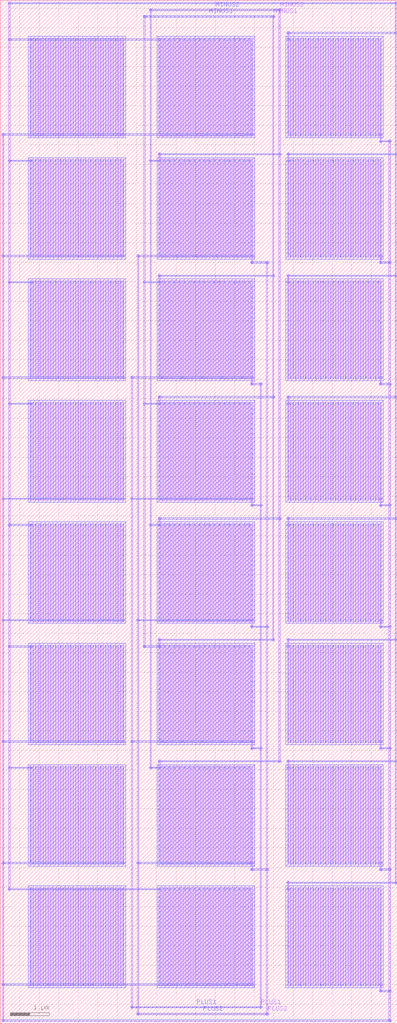
<source format=lef>
MACRO Cap_30fF_Cap_30fF
  ORIGIN 0 0 ;
  FOREIGN Cap_30fF_Cap_30fF 0 0 ;
  SIZE 10.16 BY 26.208 ;
  PIN MINUS1
    DIRECTION INOUT ;
    USE SIGNAL ;
    PORT 
      LAYER M1 ;
        RECT 3.68 25.752 3.712 25.824 ;
      LAYER M2 ;
        RECT 3.66 25.772 3.732 25.804 ;
      LAYER M1 ;
        RECT 6.976 25.752 7.008 25.824 ;
      LAYER M2 ;
        RECT 6.956 25.772 7.028 25.804 ;
      LAYER M2 ;
        RECT 3.696 25.772 6.992 25.804 ;
    END
  END MINUS1
  PIN PLUS1
    DIRECTION INOUT ;
    USE SIGNAL ;
    PORT 
      LAYER M1 ;
        RECT 3.36 0.384 3.392 0.456 ;
      LAYER M2 ;
        RECT 3.34 0.404 3.412 0.436 ;
      LAYER M1 ;
        RECT 6.656 0.384 6.688 0.456 ;
      LAYER M2 ;
        RECT 6.636 0.404 6.708 0.436 ;
      LAYER M2 ;
        RECT 3.376 0.404 6.672 0.436 ;
    END
  END PLUS1
  PIN MINUS2
    DIRECTION INOUT ;
    USE SIGNAL ;
    PORT 
      LAYER M1 ;
        RECT 3.84 25.92 3.872 25.992 ;
      LAYER M2 ;
        RECT 3.82 25.94 3.892 25.972 ;
      LAYER M1 ;
        RECT 7.136 25.92 7.168 25.992 ;
      LAYER M2 ;
        RECT 7.116 25.94 7.188 25.972 ;
      LAYER M2 ;
        RECT 3.856 25.94 7.152 25.972 ;
    END
  END MINUS2
  PIN PLUS2
    DIRECTION INOUT ;
    USE SIGNAL ;
    PORT 
      LAYER M1 ;
        RECT 3.52 0.216 3.552 0.288 ;
      LAYER M2 ;
        RECT 3.5 0.236 3.572 0.268 ;
      LAYER M1 ;
        RECT 6.816 0.216 6.848 0.288 ;
      LAYER M2 ;
        RECT 6.796 0.236 6.868 0.268 ;
      LAYER M2 ;
        RECT 3.536 0.236 6.832 0.268 ;
    END
  END PLUS2
  OBS 
  LAYER M1 ;
        RECT 6.432 13.404 6.464 13.476 ;
  LAYER M2 ;
        RECT 6.412 13.424 6.484 13.456 ;
  LAYER M2 ;
        RECT 3.376 13.424 6.448 13.456 ;
  LAYER M1 ;
        RECT 3.36 13.404 3.392 13.476 ;
  LAYER M2 ;
        RECT 3.34 13.424 3.412 13.456 ;
  LAYER M1 ;
        RECT 6.432 7.188 6.464 7.26 ;
  LAYER M2 ;
        RECT 6.412 7.208 6.484 7.24 ;
  LAYER M2 ;
        RECT 3.376 7.208 6.448 7.24 ;
  LAYER M1 ;
        RECT 3.36 7.188 3.392 7.26 ;
  LAYER M2 ;
        RECT 3.34 7.208 3.412 7.24 ;
  LAYER M1 ;
        RECT 6.432 16.512 6.464 16.584 ;
  LAYER M2 ;
        RECT 6.412 16.532 6.484 16.564 ;
  LAYER M2 ;
        RECT 3.376 16.532 6.448 16.564 ;
  LAYER M1 ;
        RECT 3.36 16.512 3.392 16.584 ;
  LAYER M2 ;
        RECT 3.34 16.532 3.412 16.564 ;
  LAYER M1 ;
        RECT 3.36 0.384 3.392 0.456 ;
  LAYER M2 ;
        RECT 3.34 0.404 3.412 0.436 ;
  LAYER M1 ;
        RECT 3.36 0.42 3.392 0.672 ;
  LAYER M1 ;
        RECT 3.36 0.672 3.392 16.548 ;
  LAYER M1 ;
        RECT 6.432 13.404 6.464 13.476 ;
  LAYER M2 ;
        RECT 6.412 13.424 6.484 13.456 ;
  LAYER M1 ;
        RECT 6.432 13.272 6.464 13.44 ;
  LAYER M1 ;
        RECT 6.432 13.236 6.464 13.308 ;
  LAYER M2 ;
        RECT 6.412 13.256 6.484 13.288 ;
  LAYER M2 ;
        RECT 6.448 13.256 6.672 13.288 ;
  LAYER M1 ;
        RECT 6.656 13.236 6.688 13.308 ;
  LAYER M2 ;
        RECT 6.636 13.256 6.708 13.288 ;
  LAYER M1 ;
        RECT 6.432 7.188 6.464 7.26 ;
  LAYER M2 ;
        RECT 6.412 7.208 6.484 7.24 ;
  LAYER M1 ;
        RECT 6.432 7.056 6.464 7.224 ;
  LAYER M1 ;
        RECT 6.432 7.02 6.464 7.092 ;
  LAYER M2 ;
        RECT 6.412 7.04 6.484 7.072 ;
  LAYER M2 ;
        RECT 6.448 7.04 6.672 7.072 ;
  LAYER M1 ;
        RECT 6.656 7.02 6.688 7.092 ;
  LAYER M2 ;
        RECT 6.636 7.04 6.708 7.072 ;
  LAYER M1 ;
        RECT 6.432 16.512 6.464 16.584 ;
  LAYER M2 ;
        RECT 6.412 16.532 6.484 16.564 ;
  LAYER M1 ;
        RECT 6.432 16.38 6.464 16.548 ;
  LAYER M1 ;
        RECT 6.432 16.344 6.464 16.416 ;
  LAYER M2 ;
        RECT 6.412 16.364 6.484 16.396 ;
  LAYER M2 ;
        RECT 6.448 16.364 6.672 16.396 ;
  LAYER M1 ;
        RECT 6.656 16.344 6.688 16.416 ;
  LAYER M2 ;
        RECT 6.636 16.364 6.708 16.396 ;
  LAYER M1 ;
        RECT 6.656 0.384 6.688 0.456 ;
  LAYER M2 ;
        RECT 6.636 0.404 6.708 0.436 ;
  LAYER M1 ;
        RECT 6.656 0.42 6.688 0.672 ;
  LAYER M1 ;
        RECT 6.656 0.672 6.688 16.38 ;
  LAYER M2 ;
        RECT 3.376 0.404 6.672 0.436 ;
  LAYER M1 ;
        RECT 6.432 10.296 6.464 10.368 ;
  LAYER M2 ;
        RECT 6.412 10.316 6.484 10.348 ;
  LAYER M2 ;
        RECT 3.536 10.316 6.448 10.348 ;
  LAYER M1 ;
        RECT 3.52 10.296 3.552 10.368 ;
  LAYER M2 ;
        RECT 3.5 10.316 3.572 10.348 ;
  LAYER M1 ;
        RECT 6.432 4.08 6.464 4.152 ;
  LAYER M2 ;
        RECT 6.412 4.1 6.484 4.132 ;
  LAYER M2 ;
        RECT 3.536 4.1 6.448 4.132 ;
  LAYER M1 ;
        RECT 3.52 4.08 3.552 4.152 ;
  LAYER M2 ;
        RECT 3.5 4.1 3.572 4.132 ;
  LAYER M1 ;
        RECT 6.432 19.62 6.464 19.692 ;
  LAYER M2 ;
        RECT 6.412 19.64 6.484 19.672 ;
  LAYER M2 ;
        RECT 3.536 19.64 6.448 19.672 ;
  LAYER M1 ;
        RECT 3.52 19.62 3.552 19.692 ;
  LAYER M2 ;
        RECT 3.5 19.64 3.572 19.672 ;
  LAYER M1 ;
        RECT 3.52 0.216 3.552 0.288 ;
  LAYER M2 ;
        RECT 3.5 0.236 3.572 0.268 ;
  LAYER M1 ;
        RECT 3.52 0.252 3.552 0.672 ;
  LAYER M1 ;
        RECT 3.52 0.672 3.552 19.656 ;
  LAYER M1 ;
        RECT 6.432 10.296 6.464 10.368 ;
  LAYER M2 ;
        RECT 6.412 10.316 6.484 10.348 ;
  LAYER M1 ;
        RECT 6.432 10.164 6.464 10.332 ;
  LAYER M1 ;
        RECT 6.432 10.128 6.464 10.2 ;
  LAYER M2 ;
        RECT 6.412 10.148 6.484 10.18 ;
  LAYER M2 ;
        RECT 6.448 10.148 6.832 10.18 ;
  LAYER M1 ;
        RECT 6.816 10.128 6.848 10.2 ;
  LAYER M2 ;
        RECT 6.796 10.148 6.868 10.18 ;
  LAYER M1 ;
        RECT 6.432 4.08 6.464 4.152 ;
  LAYER M2 ;
        RECT 6.412 4.1 6.484 4.132 ;
  LAYER M1 ;
        RECT 6.432 3.948 6.464 4.116 ;
  LAYER M1 ;
        RECT 6.432 3.912 6.464 3.984 ;
  LAYER M2 ;
        RECT 6.412 3.932 6.484 3.964 ;
  LAYER M2 ;
        RECT 6.448 3.932 6.832 3.964 ;
  LAYER M1 ;
        RECT 6.816 3.912 6.848 3.984 ;
  LAYER M2 ;
        RECT 6.796 3.932 6.868 3.964 ;
  LAYER M1 ;
        RECT 6.432 19.62 6.464 19.692 ;
  LAYER M2 ;
        RECT 6.412 19.64 6.484 19.672 ;
  LAYER M1 ;
        RECT 6.432 19.488 6.464 19.656 ;
  LAYER M1 ;
        RECT 6.432 19.452 6.464 19.524 ;
  LAYER M2 ;
        RECT 6.412 19.472 6.484 19.504 ;
  LAYER M2 ;
        RECT 6.448 19.472 6.832 19.504 ;
  LAYER M1 ;
        RECT 6.816 19.452 6.848 19.524 ;
  LAYER M2 ;
        RECT 6.796 19.472 6.868 19.504 ;
  LAYER M1 ;
        RECT 6.816 0.216 6.848 0.288 ;
  LAYER M2 ;
        RECT 6.796 0.236 6.868 0.268 ;
  LAYER M1 ;
        RECT 6.816 0.252 6.848 0.672 ;
  LAYER M1 ;
        RECT 6.816 0.672 6.848 19.488 ;
  LAYER M2 ;
        RECT 3.536 0.236 6.832 0.268 ;
  LAYER M1 ;
        RECT 3.136 0.972 3.168 1.044 ;
  LAYER M2 ;
        RECT 3.116 0.992 3.188 1.024 ;
  LAYER M2 ;
        RECT 0.08 0.992 3.152 1.024 ;
  LAYER M1 ;
        RECT 0.064 0.972 0.096 1.044 ;
  LAYER M2 ;
        RECT 0.044 0.992 0.116 1.024 ;
  LAYER M1 ;
        RECT 3.136 4.08 3.168 4.152 ;
  LAYER M2 ;
        RECT 3.116 4.1 3.188 4.132 ;
  LAYER M2 ;
        RECT 0.08 4.1 3.152 4.132 ;
  LAYER M1 ;
        RECT 0.064 4.08 0.096 4.152 ;
  LAYER M2 ;
        RECT 0.044 4.1 0.116 4.132 ;
  LAYER M1 ;
        RECT 3.136 7.188 3.168 7.26 ;
  LAYER M2 ;
        RECT 3.116 7.208 3.188 7.24 ;
  LAYER M2 ;
        RECT 0.08 7.208 3.152 7.24 ;
  LAYER M1 ;
        RECT 0.064 7.188 0.096 7.26 ;
  LAYER M2 ;
        RECT 0.044 7.208 0.116 7.24 ;
  LAYER M1 ;
        RECT 3.136 10.296 3.168 10.368 ;
  LAYER M2 ;
        RECT 3.116 10.316 3.188 10.348 ;
  LAYER M2 ;
        RECT 0.08 10.316 3.152 10.348 ;
  LAYER M1 ;
        RECT 0.064 10.296 0.096 10.368 ;
  LAYER M2 ;
        RECT 0.044 10.316 0.116 10.348 ;
  LAYER M1 ;
        RECT 3.136 13.404 3.168 13.476 ;
  LAYER M2 ;
        RECT 3.116 13.424 3.188 13.456 ;
  LAYER M2 ;
        RECT 0.08 13.424 3.152 13.456 ;
  LAYER M1 ;
        RECT 0.064 13.404 0.096 13.476 ;
  LAYER M2 ;
        RECT 0.044 13.424 0.116 13.456 ;
  LAYER M1 ;
        RECT 3.136 16.512 3.168 16.584 ;
  LAYER M2 ;
        RECT 3.116 16.532 3.188 16.564 ;
  LAYER M2 ;
        RECT 0.08 16.532 3.152 16.564 ;
  LAYER M1 ;
        RECT 0.064 16.512 0.096 16.584 ;
  LAYER M2 ;
        RECT 0.044 16.532 0.116 16.564 ;
  LAYER M1 ;
        RECT 3.136 19.62 3.168 19.692 ;
  LAYER M2 ;
        RECT 3.116 19.64 3.188 19.672 ;
  LAYER M2 ;
        RECT 0.08 19.64 3.152 19.672 ;
  LAYER M1 ;
        RECT 0.064 19.62 0.096 19.692 ;
  LAYER M2 ;
        RECT 0.044 19.64 0.116 19.672 ;
  LAYER M1 ;
        RECT 3.136 22.728 3.168 22.8 ;
  LAYER M2 ;
        RECT 3.116 22.748 3.188 22.78 ;
  LAYER M2 ;
        RECT 0.08 22.748 3.152 22.78 ;
  LAYER M1 ;
        RECT 0.064 22.728 0.096 22.8 ;
  LAYER M2 ;
        RECT 0.044 22.748 0.116 22.78 ;
  LAYER M1 ;
        RECT 0.064 0.048 0.096 0.12 ;
  LAYER M2 ;
        RECT 0.044 0.068 0.116 0.1 ;
  LAYER M1 ;
        RECT 0.064 0.084 0.096 0.672 ;
  LAYER M1 ;
        RECT 0.064 0.672 0.096 22.764 ;
  LAYER M1 ;
        RECT 9.728 0.972 9.76 1.044 ;
  LAYER M2 ;
        RECT 9.708 0.992 9.78 1.024 ;
  LAYER M1 ;
        RECT 9.728 0.84 9.76 1.008 ;
  LAYER M1 ;
        RECT 9.728 0.804 9.76 0.876 ;
  LAYER M2 ;
        RECT 9.708 0.824 9.78 0.856 ;
  LAYER M2 ;
        RECT 9.744 0.824 9.968 0.856 ;
  LAYER M1 ;
        RECT 9.952 0.804 9.984 0.876 ;
  LAYER M2 ;
        RECT 9.932 0.824 10.004 0.856 ;
  LAYER M1 ;
        RECT 9.728 4.08 9.76 4.152 ;
  LAYER M2 ;
        RECT 9.708 4.1 9.78 4.132 ;
  LAYER M1 ;
        RECT 9.728 3.948 9.76 4.116 ;
  LAYER M1 ;
        RECT 9.728 3.912 9.76 3.984 ;
  LAYER M2 ;
        RECT 9.708 3.932 9.78 3.964 ;
  LAYER M2 ;
        RECT 9.744 3.932 9.968 3.964 ;
  LAYER M1 ;
        RECT 9.952 3.912 9.984 3.984 ;
  LAYER M2 ;
        RECT 9.932 3.932 10.004 3.964 ;
  LAYER M1 ;
        RECT 9.728 7.188 9.76 7.26 ;
  LAYER M2 ;
        RECT 9.708 7.208 9.78 7.24 ;
  LAYER M1 ;
        RECT 9.728 7.056 9.76 7.224 ;
  LAYER M1 ;
        RECT 9.728 7.02 9.76 7.092 ;
  LAYER M2 ;
        RECT 9.708 7.04 9.78 7.072 ;
  LAYER M2 ;
        RECT 9.744 7.04 9.968 7.072 ;
  LAYER M1 ;
        RECT 9.952 7.02 9.984 7.092 ;
  LAYER M2 ;
        RECT 9.932 7.04 10.004 7.072 ;
  LAYER M1 ;
        RECT 9.728 10.296 9.76 10.368 ;
  LAYER M2 ;
        RECT 9.708 10.316 9.78 10.348 ;
  LAYER M1 ;
        RECT 9.728 10.164 9.76 10.332 ;
  LAYER M1 ;
        RECT 9.728 10.128 9.76 10.2 ;
  LAYER M2 ;
        RECT 9.708 10.148 9.78 10.18 ;
  LAYER M2 ;
        RECT 9.744 10.148 9.968 10.18 ;
  LAYER M1 ;
        RECT 9.952 10.128 9.984 10.2 ;
  LAYER M2 ;
        RECT 9.932 10.148 10.004 10.18 ;
  LAYER M1 ;
        RECT 9.728 13.404 9.76 13.476 ;
  LAYER M2 ;
        RECT 9.708 13.424 9.78 13.456 ;
  LAYER M1 ;
        RECT 9.728 13.272 9.76 13.44 ;
  LAYER M1 ;
        RECT 9.728 13.236 9.76 13.308 ;
  LAYER M2 ;
        RECT 9.708 13.256 9.78 13.288 ;
  LAYER M2 ;
        RECT 9.744 13.256 9.968 13.288 ;
  LAYER M1 ;
        RECT 9.952 13.236 9.984 13.308 ;
  LAYER M2 ;
        RECT 9.932 13.256 10.004 13.288 ;
  LAYER M1 ;
        RECT 9.728 16.512 9.76 16.584 ;
  LAYER M2 ;
        RECT 9.708 16.532 9.78 16.564 ;
  LAYER M1 ;
        RECT 9.728 16.38 9.76 16.548 ;
  LAYER M1 ;
        RECT 9.728 16.344 9.76 16.416 ;
  LAYER M2 ;
        RECT 9.708 16.364 9.78 16.396 ;
  LAYER M2 ;
        RECT 9.744 16.364 9.968 16.396 ;
  LAYER M1 ;
        RECT 9.952 16.344 9.984 16.416 ;
  LAYER M2 ;
        RECT 9.932 16.364 10.004 16.396 ;
  LAYER M1 ;
        RECT 9.728 19.62 9.76 19.692 ;
  LAYER M2 ;
        RECT 9.708 19.64 9.78 19.672 ;
  LAYER M1 ;
        RECT 9.728 19.488 9.76 19.656 ;
  LAYER M1 ;
        RECT 9.728 19.452 9.76 19.524 ;
  LAYER M2 ;
        RECT 9.708 19.472 9.78 19.504 ;
  LAYER M2 ;
        RECT 9.744 19.472 9.968 19.504 ;
  LAYER M1 ;
        RECT 9.952 19.452 9.984 19.524 ;
  LAYER M2 ;
        RECT 9.932 19.472 10.004 19.504 ;
  LAYER M1 ;
        RECT 9.728 22.728 9.76 22.8 ;
  LAYER M2 ;
        RECT 9.708 22.748 9.78 22.78 ;
  LAYER M1 ;
        RECT 9.728 22.596 9.76 22.764 ;
  LAYER M1 ;
        RECT 9.728 22.56 9.76 22.632 ;
  LAYER M2 ;
        RECT 9.708 22.58 9.78 22.612 ;
  LAYER M2 ;
        RECT 9.744 22.58 9.968 22.612 ;
  LAYER M1 ;
        RECT 9.952 22.56 9.984 22.632 ;
  LAYER M2 ;
        RECT 9.932 22.58 10.004 22.612 ;
  LAYER M1 ;
        RECT 9.952 0.048 9.984 0.12 ;
  LAYER M2 ;
        RECT 9.932 0.068 10.004 0.1 ;
  LAYER M1 ;
        RECT 9.952 0.084 9.984 0.672 ;
  LAYER M1 ;
        RECT 9.952 0.672 9.984 22.596 ;
  LAYER M2 ;
        RECT 0.08 0.068 9.968 0.1 ;
  LAYER M1 ;
        RECT 6.432 0.972 6.464 1.044 ;
  LAYER M2 ;
        RECT 6.412 0.992 6.484 1.024 ;
  LAYER M2 ;
        RECT 3.152 0.992 6.448 1.024 ;
  LAYER M1 ;
        RECT 3.136 0.972 3.168 1.044 ;
  LAYER M2 ;
        RECT 3.116 0.992 3.188 1.024 ;
  LAYER M1 ;
        RECT 6.432 22.728 6.464 22.8 ;
  LAYER M2 ;
        RECT 6.412 22.748 6.484 22.78 ;
  LAYER M2 ;
        RECT 3.152 22.748 6.448 22.78 ;
  LAYER M1 ;
        RECT 3.136 22.728 3.168 22.8 ;
  LAYER M2 ;
        RECT 3.116 22.748 3.188 22.78 ;
  LAYER M1 ;
        RECT 4.064 15.84 4.096 15.912 ;
  LAYER M2 ;
        RECT 4.044 15.86 4.116 15.892 ;
  LAYER M2 ;
        RECT 3.696 15.86 4.08 15.892 ;
  LAYER M1 ;
        RECT 3.68 15.84 3.712 15.912 ;
  LAYER M2 ;
        RECT 3.66 15.86 3.732 15.892 ;
  LAYER M1 ;
        RECT 4.064 9.624 4.096 9.696 ;
  LAYER M2 ;
        RECT 4.044 9.644 4.116 9.676 ;
  LAYER M2 ;
        RECT 3.696 9.644 4.08 9.676 ;
  LAYER M1 ;
        RECT 3.68 9.624 3.712 9.696 ;
  LAYER M2 ;
        RECT 3.66 9.644 3.732 9.676 ;
  LAYER M1 ;
        RECT 4.064 18.948 4.096 19.02 ;
  LAYER M2 ;
        RECT 4.044 18.968 4.116 19 ;
  LAYER M2 ;
        RECT 3.696 18.968 4.08 19 ;
  LAYER M1 ;
        RECT 3.68 18.948 3.712 19.02 ;
  LAYER M2 ;
        RECT 3.66 18.968 3.732 19 ;
  LAYER M1 ;
        RECT 3.68 25.752 3.712 25.824 ;
  LAYER M2 ;
        RECT 3.66 25.772 3.732 25.804 ;
  LAYER M1 ;
        RECT 3.68 25.536 3.712 25.788 ;
  LAYER M1 ;
        RECT 3.68 9.66 3.712 25.536 ;
  LAYER M1 ;
        RECT 4.064 15.84 4.096 15.912 ;
  LAYER M2 ;
        RECT 4.044 15.86 4.116 15.892 ;
  LAYER M1 ;
        RECT 4.064 15.876 4.096 16.044 ;
  LAYER M1 ;
        RECT 4.064 16.008 4.096 16.08 ;
  LAYER M2 ;
        RECT 4.044 16.028 4.116 16.06 ;
  LAYER M2 ;
        RECT 4.08 16.028 6.992 16.06 ;
  LAYER M1 ;
        RECT 6.976 16.008 7.008 16.08 ;
  LAYER M2 ;
        RECT 6.956 16.028 7.028 16.06 ;
  LAYER M1 ;
        RECT 4.064 9.624 4.096 9.696 ;
  LAYER M2 ;
        RECT 4.044 9.644 4.116 9.676 ;
  LAYER M1 ;
        RECT 4.064 9.66 4.096 9.828 ;
  LAYER M1 ;
        RECT 4.064 9.792 4.096 9.864 ;
  LAYER M2 ;
        RECT 4.044 9.812 4.116 9.844 ;
  LAYER M2 ;
        RECT 4.08 9.812 6.992 9.844 ;
  LAYER M1 ;
        RECT 6.976 9.792 7.008 9.864 ;
  LAYER M2 ;
        RECT 6.956 9.812 7.028 9.844 ;
  LAYER M1 ;
        RECT 4.064 18.948 4.096 19.02 ;
  LAYER M2 ;
        RECT 4.044 18.968 4.116 19 ;
  LAYER M1 ;
        RECT 4.064 18.984 4.096 19.152 ;
  LAYER M1 ;
        RECT 4.064 19.116 4.096 19.188 ;
  LAYER M2 ;
        RECT 4.044 19.136 4.116 19.168 ;
  LAYER M2 ;
        RECT 4.08 19.136 6.992 19.168 ;
  LAYER M1 ;
        RECT 6.976 19.116 7.008 19.188 ;
  LAYER M2 ;
        RECT 6.956 19.136 7.028 19.168 ;
  LAYER M1 ;
        RECT 6.976 25.752 7.008 25.824 ;
  LAYER M2 ;
        RECT 6.956 25.772 7.028 25.804 ;
  LAYER M1 ;
        RECT 6.976 25.536 7.008 25.788 ;
  LAYER M1 ;
        RECT 6.976 9.828 7.008 25.536 ;
  LAYER M2 ;
        RECT 3.696 25.772 6.992 25.804 ;
  LAYER M1 ;
        RECT 4.064 12.732 4.096 12.804 ;
  LAYER M2 ;
        RECT 4.044 12.752 4.116 12.784 ;
  LAYER M2 ;
        RECT 3.856 12.752 4.08 12.784 ;
  LAYER M1 ;
        RECT 3.84 12.732 3.872 12.804 ;
  LAYER M2 ;
        RECT 3.82 12.752 3.892 12.784 ;
  LAYER M1 ;
        RECT 4.064 6.516 4.096 6.588 ;
  LAYER M2 ;
        RECT 4.044 6.536 4.116 6.568 ;
  LAYER M2 ;
        RECT 3.856 6.536 4.08 6.568 ;
  LAYER M1 ;
        RECT 3.84 6.516 3.872 6.588 ;
  LAYER M2 ;
        RECT 3.82 6.536 3.892 6.568 ;
  LAYER M1 ;
        RECT 4.064 22.056 4.096 22.128 ;
  LAYER M2 ;
        RECT 4.044 22.076 4.116 22.108 ;
  LAYER M2 ;
        RECT 3.856 22.076 4.08 22.108 ;
  LAYER M1 ;
        RECT 3.84 22.056 3.872 22.128 ;
  LAYER M2 ;
        RECT 3.82 22.076 3.892 22.108 ;
  LAYER M1 ;
        RECT 3.84 25.92 3.872 25.992 ;
  LAYER M2 ;
        RECT 3.82 25.94 3.892 25.972 ;
  LAYER M1 ;
        RECT 3.84 25.536 3.872 25.956 ;
  LAYER M1 ;
        RECT 3.84 6.552 3.872 25.536 ;
  LAYER M1 ;
        RECT 4.064 12.732 4.096 12.804 ;
  LAYER M2 ;
        RECT 4.044 12.752 4.116 12.784 ;
  LAYER M1 ;
        RECT 4.064 12.768 4.096 12.936 ;
  LAYER M1 ;
        RECT 4.064 12.9 4.096 12.972 ;
  LAYER M2 ;
        RECT 4.044 12.92 4.116 12.952 ;
  LAYER M2 ;
        RECT 4.08 12.92 7.152 12.952 ;
  LAYER M1 ;
        RECT 7.136 12.9 7.168 12.972 ;
  LAYER M2 ;
        RECT 7.116 12.92 7.188 12.952 ;
  LAYER M1 ;
        RECT 4.064 6.516 4.096 6.588 ;
  LAYER M2 ;
        RECT 4.044 6.536 4.116 6.568 ;
  LAYER M1 ;
        RECT 4.064 6.552 4.096 6.72 ;
  LAYER M1 ;
        RECT 4.064 6.684 4.096 6.756 ;
  LAYER M2 ;
        RECT 4.044 6.704 4.116 6.736 ;
  LAYER M2 ;
        RECT 4.08 6.704 7.152 6.736 ;
  LAYER M1 ;
        RECT 7.136 6.684 7.168 6.756 ;
  LAYER M2 ;
        RECT 7.116 6.704 7.188 6.736 ;
  LAYER M1 ;
        RECT 4.064 22.056 4.096 22.128 ;
  LAYER M2 ;
        RECT 4.044 22.076 4.116 22.108 ;
  LAYER M1 ;
        RECT 4.064 22.092 4.096 22.26 ;
  LAYER M1 ;
        RECT 4.064 22.224 4.096 22.296 ;
  LAYER M2 ;
        RECT 4.044 22.244 4.116 22.276 ;
  LAYER M2 ;
        RECT 4.08 22.244 7.152 22.276 ;
  LAYER M1 ;
        RECT 7.136 22.224 7.168 22.296 ;
  LAYER M2 ;
        RECT 7.116 22.244 7.188 22.276 ;
  LAYER M1 ;
        RECT 7.136 25.92 7.168 25.992 ;
  LAYER M2 ;
        RECT 7.116 25.94 7.188 25.972 ;
  LAYER M1 ;
        RECT 7.136 25.536 7.168 25.956 ;
  LAYER M1 ;
        RECT 7.136 6.72 7.168 25.536 ;
  LAYER M2 ;
        RECT 3.856 25.94 7.152 25.972 ;
  LAYER M1 ;
        RECT 0.768 3.408 0.8 3.48 ;
  LAYER M2 ;
        RECT 0.748 3.428 0.82 3.46 ;
  LAYER M2 ;
        RECT 0.24 3.428 0.784 3.46 ;
  LAYER M1 ;
        RECT 0.224 3.408 0.256 3.48 ;
  LAYER M2 ;
        RECT 0.204 3.428 0.276 3.46 ;
  LAYER M1 ;
        RECT 0.768 6.516 0.8 6.588 ;
  LAYER M2 ;
        RECT 0.748 6.536 0.82 6.568 ;
  LAYER M2 ;
        RECT 0.24 6.536 0.784 6.568 ;
  LAYER M1 ;
        RECT 0.224 6.516 0.256 6.588 ;
  LAYER M2 ;
        RECT 0.204 6.536 0.276 6.568 ;
  LAYER M1 ;
        RECT 0.768 9.624 0.8 9.696 ;
  LAYER M2 ;
        RECT 0.748 9.644 0.82 9.676 ;
  LAYER M2 ;
        RECT 0.24 9.644 0.784 9.676 ;
  LAYER M1 ;
        RECT 0.224 9.624 0.256 9.696 ;
  LAYER M2 ;
        RECT 0.204 9.644 0.276 9.676 ;
  LAYER M1 ;
        RECT 0.768 12.732 0.8 12.804 ;
  LAYER M2 ;
        RECT 0.748 12.752 0.82 12.784 ;
  LAYER M2 ;
        RECT 0.24 12.752 0.784 12.784 ;
  LAYER M1 ;
        RECT 0.224 12.732 0.256 12.804 ;
  LAYER M2 ;
        RECT 0.204 12.752 0.276 12.784 ;
  LAYER M1 ;
        RECT 0.768 15.84 0.8 15.912 ;
  LAYER M2 ;
        RECT 0.748 15.86 0.82 15.892 ;
  LAYER M2 ;
        RECT 0.24 15.86 0.784 15.892 ;
  LAYER M1 ;
        RECT 0.224 15.84 0.256 15.912 ;
  LAYER M2 ;
        RECT 0.204 15.86 0.276 15.892 ;
  LAYER M1 ;
        RECT 0.768 18.948 0.8 19.02 ;
  LAYER M2 ;
        RECT 0.748 18.968 0.82 19 ;
  LAYER M2 ;
        RECT 0.24 18.968 0.784 19 ;
  LAYER M1 ;
        RECT 0.224 18.948 0.256 19.02 ;
  LAYER M2 ;
        RECT 0.204 18.968 0.276 19 ;
  LAYER M1 ;
        RECT 0.768 22.056 0.8 22.128 ;
  LAYER M2 ;
        RECT 0.748 22.076 0.82 22.108 ;
  LAYER M2 ;
        RECT 0.24 22.076 0.784 22.108 ;
  LAYER M1 ;
        RECT 0.224 22.056 0.256 22.128 ;
  LAYER M2 ;
        RECT 0.204 22.076 0.276 22.108 ;
  LAYER M1 ;
        RECT 0.768 25.164 0.8 25.236 ;
  LAYER M2 ;
        RECT 0.748 25.184 0.82 25.216 ;
  LAYER M2 ;
        RECT 0.24 25.184 0.784 25.216 ;
  LAYER M1 ;
        RECT 0.224 25.164 0.256 25.236 ;
  LAYER M2 ;
        RECT 0.204 25.184 0.276 25.216 ;
  LAYER M1 ;
        RECT 0.224 26.088 0.256 26.16 ;
  LAYER M2 ;
        RECT 0.204 26.108 0.276 26.14 ;
  LAYER M1 ;
        RECT 0.224 25.536 0.256 26.124 ;
  LAYER M1 ;
        RECT 0.224 3.444 0.256 25.536 ;
  LAYER M1 ;
        RECT 7.36 3.408 7.392 3.48 ;
  LAYER M2 ;
        RECT 7.34 3.428 7.412 3.46 ;
  LAYER M1 ;
        RECT 7.36 3.444 7.392 3.612 ;
  LAYER M1 ;
        RECT 7.36 3.576 7.392 3.648 ;
  LAYER M2 ;
        RECT 7.34 3.596 7.412 3.628 ;
  LAYER M2 ;
        RECT 7.376 3.596 10.128 3.628 ;
  LAYER M1 ;
        RECT 10.112 3.576 10.144 3.648 ;
  LAYER M2 ;
        RECT 10.092 3.596 10.164 3.628 ;
  LAYER M1 ;
        RECT 7.36 6.516 7.392 6.588 ;
  LAYER M2 ;
        RECT 7.34 6.536 7.412 6.568 ;
  LAYER M1 ;
        RECT 7.36 6.552 7.392 6.72 ;
  LAYER M1 ;
        RECT 7.36 6.684 7.392 6.756 ;
  LAYER M2 ;
        RECT 7.34 6.704 7.412 6.736 ;
  LAYER M2 ;
        RECT 7.376 6.704 10.128 6.736 ;
  LAYER M1 ;
        RECT 10.112 6.684 10.144 6.756 ;
  LAYER M2 ;
        RECT 10.092 6.704 10.164 6.736 ;
  LAYER M1 ;
        RECT 7.36 9.624 7.392 9.696 ;
  LAYER M2 ;
        RECT 7.34 9.644 7.412 9.676 ;
  LAYER M1 ;
        RECT 7.36 9.66 7.392 9.828 ;
  LAYER M1 ;
        RECT 7.36 9.792 7.392 9.864 ;
  LAYER M2 ;
        RECT 7.34 9.812 7.412 9.844 ;
  LAYER M2 ;
        RECT 7.376 9.812 10.128 9.844 ;
  LAYER M1 ;
        RECT 10.112 9.792 10.144 9.864 ;
  LAYER M2 ;
        RECT 10.092 9.812 10.164 9.844 ;
  LAYER M1 ;
        RECT 7.36 12.732 7.392 12.804 ;
  LAYER M2 ;
        RECT 7.34 12.752 7.412 12.784 ;
  LAYER M1 ;
        RECT 7.36 12.768 7.392 12.936 ;
  LAYER M1 ;
        RECT 7.36 12.9 7.392 12.972 ;
  LAYER M2 ;
        RECT 7.34 12.92 7.412 12.952 ;
  LAYER M2 ;
        RECT 7.376 12.92 10.128 12.952 ;
  LAYER M1 ;
        RECT 10.112 12.9 10.144 12.972 ;
  LAYER M2 ;
        RECT 10.092 12.92 10.164 12.952 ;
  LAYER M1 ;
        RECT 7.36 15.84 7.392 15.912 ;
  LAYER M2 ;
        RECT 7.34 15.86 7.412 15.892 ;
  LAYER M1 ;
        RECT 7.36 15.876 7.392 16.044 ;
  LAYER M1 ;
        RECT 7.36 16.008 7.392 16.08 ;
  LAYER M2 ;
        RECT 7.34 16.028 7.412 16.06 ;
  LAYER M2 ;
        RECT 7.376 16.028 10.128 16.06 ;
  LAYER M1 ;
        RECT 10.112 16.008 10.144 16.08 ;
  LAYER M2 ;
        RECT 10.092 16.028 10.164 16.06 ;
  LAYER M1 ;
        RECT 7.36 18.948 7.392 19.02 ;
  LAYER M2 ;
        RECT 7.34 18.968 7.412 19 ;
  LAYER M1 ;
        RECT 7.36 18.984 7.392 19.152 ;
  LAYER M1 ;
        RECT 7.36 19.116 7.392 19.188 ;
  LAYER M2 ;
        RECT 7.34 19.136 7.412 19.168 ;
  LAYER M2 ;
        RECT 7.376 19.136 10.128 19.168 ;
  LAYER M1 ;
        RECT 10.112 19.116 10.144 19.188 ;
  LAYER M2 ;
        RECT 10.092 19.136 10.164 19.168 ;
  LAYER M1 ;
        RECT 7.36 22.056 7.392 22.128 ;
  LAYER M2 ;
        RECT 7.34 22.076 7.412 22.108 ;
  LAYER M1 ;
        RECT 7.36 22.092 7.392 22.26 ;
  LAYER M1 ;
        RECT 7.36 22.224 7.392 22.296 ;
  LAYER M2 ;
        RECT 7.34 22.244 7.412 22.276 ;
  LAYER M2 ;
        RECT 7.376 22.244 10.128 22.276 ;
  LAYER M1 ;
        RECT 10.112 22.224 10.144 22.296 ;
  LAYER M2 ;
        RECT 10.092 22.244 10.164 22.276 ;
  LAYER M1 ;
        RECT 7.36 25.164 7.392 25.236 ;
  LAYER M2 ;
        RECT 7.34 25.184 7.412 25.216 ;
  LAYER M1 ;
        RECT 7.36 25.2 7.392 25.368 ;
  LAYER M1 ;
        RECT 7.36 25.332 7.392 25.404 ;
  LAYER M2 ;
        RECT 7.34 25.352 7.412 25.384 ;
  LAYER M2 ;
        RECT 7.376 25.352 10.128 25.384 ;
  LAYER M1 ;
        RECT 10.112 25.332 10.144 25.404 ;
  LAYER M2 ;
        RECT 10.092 25.352 10.164 25.384 ;
  LAYER M1 ;
        RECT 10.112 26.088 10.144 26.16 ;
  LAYER M2 ;
        RECT 10.092 26.108 10.164 26.14 ;
  LAYER M1 ;
        RECT 10.112 25.536 10.144 26.124 ;
  LAYER M1 ;
        RECT 10.112 3.612 10.144 25.536 ;
  LAYER M2 ;
        RECT 0.24 26.108 10.128 26.14 ;
  LAYER M1 ;
        RECT 4.064 3.408 4.096 3.48 ;
  LAYER M2 ;
        RECT 4.044 3.428 4.116 3.46 ;
  LAYER M2 ;
        RECT 0.784 3.428 4.08 3.46 ;
  LAYER M1 ;
        RECT 0.768 3.408 0.8 3.48 ;
  LAYER M2 ;
        RECT 0.748 3.428 0.82 3.46 ;
  LAYER M1 ;
        RECT 4.064 25.164 4.096 25.236 ;
  LAYER M2 ;
        RECT 4.044 25.184 4.116 25.216 ;
  LAYER M2 ;
        RECT 0.784 25.184 4.08 25.216 ;
  LAYER M1 ;
        RECT 0.768 25.164 0.8 25.236 ;
  LAYER M2 ;
        RECT 0.748 25.184 0.82 25.216 ;
  LAYER M1 ;
        RECT 0.768 0.972 0.8 3.48 ;
  LAYER M3 ;
        RECT 0.768 3.428 0.8 3.46 ;
  LAYER M1 ;
        RECT 0.832 0.972 0.864 3.48 ;
  LAYER M3 ;
        RECT 0.832 0.992 0.864 1.024 ;
  LAYER M1 ;
        RECT 0.896 0.972 0.928 3.48 ;
  LAYER M3 ;
        RECT 0.896 3.428 0.928 3.46 ;
  LAYER M1 ;
        RECT 0.96 0.972 0.992 3.48 ;
  LAYER M3 ;
        RECT 0.96 0.992 0.992 1.024 ;
  LAYER M1 ;
        RECT 1.024 0.972 1.056 3.48 ;
  LAYER M3 ;
        RECT 1.024 3.428 1.056 3.46 ;
  LAYER M1 ;
        RECT 1.088 0.972 1.12 3.48 ;
  LAYER M3 ;
        RECT 1.088 0.992 1.12 1.024 ;
  LAYER M1 ;
        RECT 1.152 0.972 1.184 3.48 ;
  LAYER M3 ;
        RECT 1.152 3.428 1.184 3.46 ;
  LAYER M1 ;
        RECT 1.216 0.972 1.248 3.48 ;
  LAYER M3 ;
        RECT 1.216 0.992 1.248 1.024 ;
  LAYER M1 ;
        RECT 1.28 0.972 1.312 3.48 ;
  LAYER M3 ;
        RECT 1.28 3.428 1.312 3.46 ;
  LAYER M1 ;
        RECT 1.344 0.972 1.376 3.48 ;
  LAYER M3 ;
        RECT 1.344 0.992 1.376 1.024 ;
  LAYER M1 ;
        RECT 1.408 0.972 1.44 3.48 ;
  LAYER M3 ;
        RECT 1.408 3.428 1.44 3.46 ;
  LAYER M1 ;
        RECT 1.472 0.972 1.504 3.48 ;
  LAYER M3 ;
        RECT 1.472 0.992 1.504 1.024 ;
  LAYER M1 ;
        RECT 1.536 0.972 1.568 3.48 ;
  LAYER M3 ;
        RECT 1.536 3.428 1.568 3.46 ;
  LAYER M1 ;
        RECT 1.6 0.972 1.632 3.48 ;
  LAYER M3 ;
        RECT 1.6 0.992 1.632 1.024 ;
  LAYER M1 ;
        RECT 1.664 0.972 1.696 3.48 ;
  LAYER M3 ;
        RECT 1.664 3.428 1.696 3.46 ;
  LAYER M1 ;
        RECT 1.728 0.972 1.76 3.48 ;
  LAYER M3 ;
        RECT 1.728 0.992 1.76 1.024 ;
  LAYER M1 ;
        RECT 1.792 0.972 1.824 3.48 ;
  LAYER M3 ;
        RECT 1.792 3.428 1.824 3.46 ;
  LAYER M1 ;
        RECT 1.856 0.972 1.888 3.48 ;
  LAYER M3 ;
        RECT 1.856 0.992 1.888 1.024 ;
  LAYER M1 ;
        RECT 1.92 0.972 1.952 3.48 ;
  LAYER M3 ;
        RECT 1.92 3.428 1.952 3.46 ;
  LAYER M1 ;
        RECT 1.984 0.972 2.016 3.48 ;
  LAYER M3 ;
        RECT 1.984 0.992 2.016 1.024 ;
  LAYER M1 ;
        RECT 2.048 0.972 2.08 3.48 ;
  LAYER M3 ;
        RECT 2.048 3.428 2.08 3.46 ;
  LAYER M1 ;
        RECT 2.112 0.972 2.144 3.48 ;
  LAYER M3 ;
        RECT 2.112 0.992 2.144 1.024 ;
  LAYER M1 ;
        RECT 2.176 0.972 2.208 3.48 ;
  LAYER M3 ;
        RECT 2.176 3.428 2.208 3.46 ;
  LAYER M1 ;
        RECT 2.24 0.972 2.272 3.48 ;
  LAYER M3 ;
        RECT 2.24 0.992 2.272 1.024 ;
  LAYER M1 ;
        RECT 2.304 0.972 2.336 3.48 ;
  LAYER M3 ;
        RECT 2.304 3.428 2.336 3.46 ;
  LAYER M1 ;
        RECT 2.368 0.972 2.4 3.48 ;
  LAYER M3 ;
        RECT 2.368 0.992 2.4 1.024 ;
  LAYER M1 ;
        RECT 2.432 0.972 2.464 3.48 ;
  LAYER M3 ;
        RECT 2.432 3.428 2.464 3.46 ;
  LAYER M1 ;
        RECT 2.496 0.972 2.528 3.48 ;
  LAYER M3 ;
        RECT 2.496 0.992 2.528 1.024 ;
  LAYER M1 ;
        RECT 2.56 0.972 2.592 3.48 ;
  LAYER M3 ;
        RECT 2.56 3.428 2.592 3.46 ;
  LAYER M1 ;
        RECT 2.624 0.972 2.656 3.48 ;
  LAYER M3 ;
        RECT 2.624 0.992 2.656 1.024 ;
  LAYER M1 ;
        RECT 2.688 0.972 2.72 3.48 ;
  LAYER M3 ;
        RECT 2.688 3.428 2.72 3.46 ;
  LAYER M1 ;
        RECT 2.752 0.972 2.784 3.48 ;
  LAYER M3 ;
        RECT 2.752 0.992 2.784 1.024 ;
  LAYER M1 ;
        RECT 2.816 0.972 2.848 3.48 ;
  LAYER M3 ;
        RECT 2.816 3.428 2.848 3.46 ;
  LAYER M1 ;
        RECT 2.88 0.972 2.912 3.48 ;
  LAYER M3 ;
        RECT 2.88 0.992 2.912 1.024 ;
  LAYER M1 ;
        RECT 2.944 0.972 2.976 3.48 ;
  LAYER M3 ;
        RECT 2.944 3.428 2.976 3.46 ;
  LAYER M1 ;
        RECT 3.008 0.972 3.04 3.48 ;
  LAYER M3 ;
        RECT 3.008 0.992 3.04 1.024 ;
  LAYER M1 ;
        RECT 3.072 0.972 3.104 3.48 ;
  LAYER M3 ;
        RECT 3.072 3.428 3.104 3.46 ;
  LAYER M1 ;
        RECT 3.136 0.972 3.168 3.48 ;
  LAYER M3 ;
        RECT 0.768 1.056 0.8 1.088 ;
  LAYER M2 ;
        RECT 3.136 1.12 3.168 1.152 ;
  LAYER M2 ;
        RECT 0.768 1.184 0.8 1.216 ;
  LAYER M2 ;
        RECT 3.136 1.248 3.168 1.28 ;
  LAYER M2 ;
        RECT 0.768 1.312 0.8 1.344 ;
  LAYER M2 ;
        RECT 3.136 1.376 3.168 1.408 ;
  LAYER M2 ;
        RECT 0.768 1.44 0.8 1.472 ;
  LAYER M2 ;
        RECT 3.136 1.504 3.168 1.536 ;
  LAYER M2 ;
        RECT 0.768 1.568 0.8 1.6 ;
  LAYER M2 ;
        RECT 3.136 1.632 3.168 1.664 ;
  LAYER M2 ;
        RECT 0.768 1.696 0.8 1.728 ;
  LAYER M2 ;
        RECT 3.136 1.76 3.168 1.792 ;
  LAYER M2 ;
        RECT 0.768 1.824 0.8 1.856 ;
  LAYER M2 ;
        RECT 3.136 1.888 3.168 1.92 ;
  LAYER M2 ;
        RECT 0.768 1.952 0.8 1.984 ;
  LAYER M2 ;
        RECT 3.136 2.016 3.168 2.048 ;
  LAYER M2 ;
        RECT 0.768 2.08 0.8 2.112 ;
  LAYER M2 ;
        RECT 3.136 2.144 3.168 2.176 ;
  LAYER M2 ;
        RECT 0.768 2.208 0.8 2.24 ;
  LAYER M2 ;
        RECT 3.136 2.272 3.168 2.304 ;
  LAYER M2 ;
        RECT 0.768 2.336 0.8 2.368 ;
  LAYER M2 ;
        RECT 3.136 2.4 3.168 2.432 ;
  LAYER M2 ;
        RECT 0.768 2.464 0.8 2.496 ;
  LAYER M2 ;
        RECT 3.136 2.528 3.168 2.56 ;
  LAYER M2 ;
        RECT 0.768 2.592 0.8 2.624 ;
  LAYER M2 ;
        RECT 3.136 2.656 3.168 2.688 ;
  LAYER M2 ;
        RECT 0.768 2.72 0.8 2.752 ;
  LAYER M2 ;
        RECT 3.136 2.784 3.168 2.816 ;
  LAYER M2 ;
        RECT 0.768 2.848 0.8 2.88 ;
  LAYER M2 ;
        RECT 3.136 2.912 3.168 2.944 ;
  LAYER M2 ;
        RECT 0.768 2.976 0.8 3.008 ;
  LAYER M2 ;
        RECT 3.136 3.04 3.168 3.072 ;
  LAYER M2 ;
        RECT 0.768 3.104 0.8 3.136 ;
  LAYER M2 ;
        RECT 3.136 3.168 3.168 3.2 ;
  LAYER M2 ;
        RECT 0.768 3.232 0.8 3.264 ;
  LAYER M2 ;
        RECT 3.136 3.296 3.168 3.328 ;
  LAYER M2 ;
        RECT 0.72 0.924 3.216 3.528 ;
  LAYER M1 ;
        RECT 0.768 4.08 0.8 6.588 ;
  LAYER M3 ;
        RECT 0.768 6.536 0.8 6.568 ;
  LAYER M1 ;
        RECT 0.832 4.08 0.864 6.588 ;
  LAYER M3 ;
        RECT 0.832 4.1 0.864 4.132 ;
  LAYER M1 ;
        RECT 0.896 4.08 0.928 6.588 ;
  LAYER M3 ;
        RECT 0.896 6.536 0.928 6.568 ;
  LAYER M1 ;
        RECT 0.96 4.08 0.992 6.588 ;
  LAYER M3 ;
        RECT 0.96 4.1 0.992 4.132 ;
  LAYER M1 ;
        RECT 1.024 4.08 1.056 6.588 ;
  LAYER M3 ;
        RECT 1.024 6.536 1.056 6.568 ;
  LAYER M1 ;
        RECT 1.088 4.08 1.12 6.588 ;
  LAYER M3 ;
        RECT 1.088 4.1 1.12 4.132 ;
  LAYER M1 ;
        RECT 1.152 4.08 1.184 6.588 ;
  LAYER M3 ;
        RECT 1.152 6.536 1.184 6.568 ;
  LAYER M1 ;
        RECT 1.216 4.08 1.248 6.588 ;
  LAYER M3 ;
        RECT 1.216 4.1 1.248 4.132 ;
  LAYER M1 ;
        RECT 1.28 4.08 1.312 6.588 ;
  LAYER M3 ;
        RECT 1.28 6.536 1.312 6.568 ;
  LAYER M1 ;
        RECT 1.344 4.08 1.376 6.588 ;
  LAYER M3 ;
        RECT 1.344 4.1 1.376 4.132 ;
  LAYER M1 ;
        RECT 1.408 4.08 1.44 6.588 ;
  LAYER M3 ;
        RECT 1.408 6.536 1.44 6.568 ;
  LAYER M1 ;
        RECT 1.472 4.08 1.504 6.588 ;
  LAYER M3 ;
        RECT 1.472 4.1 1.504 4.132 ;
  LAYER M1 ;
        RECT 1.536 4.08 1.568 6.588 ;
  LAYER M3 ;
        RECT 1.536 6.536 1.568 6.568 ;
  LAYER M1 ;
        RECT 1.6 4.08 1.632 6.588 ;
  LAYER M3 ;
        RECT 1.6 4.1 1.632 4.132 ;
  LAYER M1 ;
        RECT 1.664 4.08 1.696 6.588 ;
  LAYER M3 ;
        RECT 1.664 6.536 1.696 6.568 ;
  LAYER M1 ;
        RECT 1.728 4.08 1.76 6.588 ;
  LAYER M3 ;
        RECT 1.728 4.1 1.76 4.132 ;
  LAYER M1 ;
        RECT 1.792 4.08 1.824 6.588 ;
  LAYER M3 ;
        RECT 1.792 6.536 1.824 6.568 ;
  LAYER M1 ;
        RECT 1.856 4.08 1.888 6.588 ;
  LAYER M3 ;
        RECT 1.856 4.1 1.888 4.132 ;
  LAYER M1 ;
        RECT 1.92 4.08 1.952 6.588 ;
  LAYER M3 ;
        RECT 1.92 6.536 1.952 6.568 ;
  LAYER M1 ;
        RECT 1.984 4.08 2.016 6.588 ;
  LAYER M3 ;
        RECT 1.984 4.1 2.016 4.132 ;
  LAYER M1 ;
        RECT 2.048 4.08 2.08 6.588 ;
  LAYER M3 ;
        RECT 2.048 6.536 2.08 6.568 ;
  LAYER M1 ;
        RECT 2.112 4.08 2.144 6.588 ;
  LAYER M3 ;
        RECT 2.112 4.1 2.144 4.132 ;
  LAYER M1 ;
        RECT 2.176 4.08 2.208 6.588 ;
  LAYER M3 ;
        RECT 2.176 6.536 2.208 6.568 ;
  LAYER M1 ;
        RECT 2.24 4.08 2.272 6.588 ;
  LAYER M3 ;
        RECT 2.24 4.1 2.272 4.132 ;
  LAYER M1 ;
        RECT 2.304 4.08 2.336 6.588 ;
  LAYER M3 ;
        RECT 2.304 6.536 2.336 6.568 ;
  LAYER M1 ;
        RECT 2.368 4.08 2.4 6.588 ;
  LAYER M3 ;
        RECT 2.368 4.1 2.4 4.132 ;
  LAYER M1 ;
        RECT 2.432 4.08 2.464 6.588 ;
  LAYER M3 ;
        RECT 2.432 6.536 2.464 6.568 ;
  LAYER M1 ;
        RECT 2.496 4.08 2.528 6.588 ;
  LAYER M3 ;
        RECT 2.496 4.1 2.528 4.132 ;
  LAYER M1 ;
        RECT 2.56 4.08 2.592 6.588 ;
  LAYER M3 ;
        RECT 2.56 6.536 2.592 6.568 ;
  LAYER M1 ;
        RECT 2.624 4.08 2.656 6.588 ;
  LAYER M3 ;
        RECT 2.624 4.1 2.656 4.132 ;
  LAYER M1 ;
        RECT 2.688 4.08 2.72 6.588 ;
  LAYER M3 ;
        RECT 2.688 6.536 2.72 6.568 ;
  LAYER M1 ;
        RECT 2.752 4.08 2.784 6.588 ;
  LAYER M3 ;
        RECT 2.752 4.1 2.784 4.132 ;
  LAYER M1 ;
        RECT 2.816 4.08 2.848 6.588 ;
  LAYER M3 ;
        RECT 2.816 6.536 2.848 6.568 ;
  LAYER M1 ;
        RECT 2.88 4.08 2.912 6.588 ;
  LAYER M3 ;
        RECT 2.88 4.1 2.912 4.132 ;
  LAYER M1 ;
        RECT 2.944 4.08 2.976 6.588 ;
  LAYER M3 ;
        RECT 2.944 6.536 2.976 6.568 ;
  LAYER M1 ;
        RECT 3.008 4.08 3.04 6.588 ;
  LAYER M3 ;
        RECT 3.008 4.1 3.04 4.132 ;
  LAYER M1 ;
        RECT 3.072 4.08 3.104 6.588 ;
  LAYER M3 ;
        RECT 3.072 6.536 3.104 6.568 ;
  LAYER M1 ;
        RECT 3.136 4.08 3.168 6.588 ;
  LAYER M3 ;
        RECT 0.768 4.164 0.8 4.196 ;
  LAYER M2 ;
        RECT 3.136 4.228 3.168 4.26 ;
  LAYER M2 ;
        RECT 0.768 4.292 0.8 4.324 ;
  LAYER M2 ;
        RECT 3.136 4.356 3.168 4.388 ;
  LAYER M2 ;
        RECT 0.768 4.42 0.8 4.452 ;
  LAYER M2 ;
        RECT 3.136 4.484 3.168 4.516 ;
  LAYER M2 ;
        RECT 0.768 4.548 0.8 4.58 ;
  LAYER M2 ;
        RECT 3.136 4.612 3.168 4.644 ;
  LAYER M2 ;
        RECT 0.768 4.676 0.8 4.708 ;
  LAYER M2 ;
        RECT 3.136 4.74 3.168 4.772 ;
  LAYER M2 ;
        RECT 0.768 4.804 0.8 4.836 ;
  LAYER M2 ;
        RECT 3.136 4.868 3.168 4.9 ;
  LAYER M2 ;
        RECT 0.768 4.932 0.8 4.964 ;
  LAYER M2 ;
        RECT 3.136 4.996 3.168 5.028 ;
  LAYER M2 ;
        RECT 0.768 5.06 0.8 5.092 ;
  LAYER M2 ;
        RECT 3.136 5.124 3.168 5.156 ;
  LAYER M2 ;
        RECT 0.768 5.188 0.8 5.22 ;
  LAYER M2 ;
        RECT 3.136 5.252 3.168 5.284 ;
  LAYER M2 ;
        RECT 0.768 5.316 0.8 5.348 ;
  LAYER M2 ;
        RECT 3.136 5.38 3.168 5.412 ;
  LAYER M2 ;
        RECT 0.768 5.444 0.8 5.476 ;
  LAYER M2 ;
        RECT 3.136 5.508 3.168 5.54 ;
  LAYER M2 ;
        RECT 0.768 5.572 0.8 5.604 ;
  LAYER M2 ;
        RECT 3.136 5.636 3.168 5.668 ;
  LAYER M2 ;
        RECT 0.768 5.7 0.8 5.732 ;
  LAYER M2 ;
        RECT 3.136 5.764 3.168 5.796 ;
  LAYER M2 ;
        RECT 0.768 5.828 0.8 5.86 ;
  LAYER M2 ;
        RECT 3.136 5.892 3.168 5.924 ;
  LAYER M2 ;
        RECT 0.768 5.956 0.8 5.988 ;
  LAYER M2 ;
        RECT 3.136 6.02 3.168 6.052 ;
  LAYER M2 ;
        RECT 0.768 6.084 0.8 6.116 ;
  LAYER M2 ;
        RECT 3.136 6.148 3.168 6.18 ;
  LAYER M2 ;
        RECT 0.768 6.212 0.8 6.244 ;
  LAYER M2 ;
        RECT 3.136 6.276 3.168 6.308 ;
  LAYER M2 ;
        RECT 0.768 6.34 0.8 6.372 ;
  LAYER M2 ;
        RECT 3.136 6.404 3.168 6.436 ;
  LAYER M2 ;
        RECT 0.72 4.032 3.216 6.636 ;
  LAYER M1 ;
        RECT 0.768 7.188 0.8 9.696 ;
  LAYER M3 ;
        RECT 0.768 9.644 0.8 9.676 ;
  LAYER M1 ;
        RECT 0.832 7.188 0.864 9.696 ;
  LAYER M3 ;
        RECT 0.832 7.208 0.864 7.24 ;
  LAYER M1 ;
        RECT 0.896 7.188 0.928 9.696 ;
  LAYER M3 ;
        RECT 0.896 9.644 0.928 9.676 ;
  LAYER M1 ;
        RECT 0.96 7.188 0.992 9.696 ;
  LAYER M3 ;
        RECT 0.96 7.208 0.992 7.24 ;
  LAYER M1 ;
        RECT 1.024 7.188 1.056 9.696 ;
  LAYER M3 ;
        RECT 1.024 9.644 1.056 9.676 ;
  LAYER M1 ;
        RECT 1.088 7.188 1.12 9.696 ;
  LAYER M3 ;
        RECT 1.088 7.208 1.12 7.24 ;
  LAYER M1 ;
        RECT 1.152 7.188 1.184 9.696 ;
  LAYER M3 ;
        RECT 1.152 9.644 1.184 9.676 ;
  LAYER M1 ;
        RECT 1.216 7.188 1.248 9.696 ;
  LAYER M3 ;
        RECT 1.216 7.208 1.248 7.24 ;
  LAYER M1 ;
        RECT 1.28 7.188 1.312 9.696 ;
  LAYER M3 ;
        RECT 1.28 9.644 1.312 9.676 ;
  LAYER M1 ;
        RECT 1.344 7.188 1.376 9.696 ;
  LAYER M3 ;
        RECT 1.344 7.208 1.376 7.24 ;
  LAYER M1 ;
        RECT 1.408 7.188 1.44 9.696 ;
  LAYER M3 ;
        RECT 1.408 9.644 1.44 9.676 ;
  LAYER M1 ;
        RECT 1.472 7.188 1.504 9.696 ;
  LAYER M3 ;
        RECT 1.472 7.208 1.504 7.24 ;
  LAYER M1 ;
        RECT 1.536 7.188 1.568 9.696 ;
  LAYER M3 ;
        RECT 1.536 9.644 1.568 9.676 ;
  LAYER M1 ;
        RECT 1.6 7.188 1.632 9.696 ;
  LAYER M3 ;
        RECT 1.6 7.208 1.632 7.24 ;
  LAYER M1 ;
        RECT 1.664 7.188 1.696 9.696 ;
  LAYER M3 ;
        RECT 1.664 9.644 1.696 9.676 ;
  LAYER M1 ;
        RECT 1.728 7.188 1.76 9.696 ;
  LAYER M3 ;
        RECT 1.728 7.208 1.76 7.24 ;
  LAYER M1 ;
        RECT 1.792 7.188 1.824 9.696 ;
  LAYER M3 ;
        RECT 1.792 9.644 1.824 9.676 ;
  LAYER M1 ;
        RECT 1.856 7.188 1.888 9.696 ;
  LAYER M3 ;
        RECT 1.856 7.208 1.888 7.24 ;
  LAYER M1 ;
        RECT 1.92 7.188 1.952 9.696 ;
  LAYER M3 ;
        RECT 1.92 9.644 1.952 9.676 ;
  LAYER M1 ;
        RECT 1.984 7.188 2.016 9.696 ;
  LAYER M3 ;
        RECT 1.984 7.208 2.016 7.24 ;
  LAYER M1 ;
        RECT 2.048 7.188 2.08 9.696 ;
  LAYER M3 ;
        RECT 2.048 9.644 2.08 9.676 ;
  LAYER M1 ;
        RECT 2.112 7.188 2.144 9.696 ;
  LAYER M3 ;
        RECT 2.112 7.208 2.144 7.24 ;
  LAYER M1 ;
        RECT 2.176 7.188 2.208 9.696 ;
  LAYER M3 ;
        RECT 2.176 9.644 2.208 9.676 ;
  LAYER M1 ;
        RECT 2.24 7.188 2.272 9.696 ;
  LAYER M3 ;
        RECT 2.24 7.208 2.272 7.24 ;
  LAYER M1 ;
        RECT 2.304 7.188 2.336 9.696 ;
  LAYER M3 ;
        RECT 2.304 9.644 2.336 9.676 ;
  LAYER M1 ;
        RECT 2.368 7.188 2.4 9.696 ;
  LAYER M3 ;
        RECT 2.368 7.208 2.4 7.24 ;
  LAYER M1 ;
        RECT 2.432 7.188 2.464 9.696 ;
  LAYER M3 ;
        RECT 2.432 9.644 2.464 9.676 ;
  LAYER M1 ;
        RECT 2.496 7.188 2.528 9.696 ;
  LAYER M3 ;
        RECT 2.496 7.208 2.528 7.24 ;
  LAYER M1 ;
        RECT 2.56 7.188 2.592 9.696 ;
  LAYER M3 ;
        RECT 2.56 9.644 2.592 9.676 ;
  LAYER M1 ;
        RECT 2.624 7.188 2.656 9.696 ;
  LAYER M3 ;
        RECT 2.624 7.208 2.656 7.24 ;
  LAYER M1 ;
        RECT 2.688 7.188 2.72 9.696 ;
  LAYER M3 ;
        RECT 2.688 9.644 2.72 9.676 ;
  LAYER M1 ;
        RECT 2.752 7.188 2.784 9.696 ;
  LAYER M3 ;
        RECT 2.752 7.208 2.784 7.24 ;
  LAYER M1 ;
        RECT 2.816 7.188 2.848 9.696 ;
  LAYER M3 ;
        RECT 2.816 9.644 2.848 9.676 ;
  LAYER M1 ;
        RECT 2.88 7.188 2.912 9.696 ;
  LAYER M3 ;
        RECT 2.88 7.208 2.912 7.24 ;
  LAYER M1 ;
        RECT 2.944 7.188 2.976 9.696 ;
  LAYER M3 ;
        RECT 2.944 9.644 2.976 9.676 ;
  LAYER M1 ;
        RECT 3.008 7.188 3.04 9.696 ;
  LAYER M3 ;
        RECT 3.008 7.208 3.04 7.24 ;
  LAYER M1 ;
        RECT 3.072 7.188 3.104 9.696 ;
  LAYER M3 ;
        RECT 3.072 9.644 3.104 9.676 ;
  LAYER M1 ;
        RECT 3.136 7.188 3.168 9.696 ;
  LAYER M3 ;
        RECT 0.768 7.272 0.8 7.304 ;
  LAYER M2 ;
        RECT 3.136 7.336 3.168 7.368 ;
  LAYER M2 ;
        RECT 0.768 7.4 0.8 7.432 ;
  LAYER M2 ;
        RECT 3.136 7.464 3.168 7.496 ;
  LAYER M2 ;
        RECT 0.768 7.528 0.8 7.56 ;
  LAYER M2 ;
        RECT 3.136 7.592 3.168 7.624 ;
  LAYER M2 ;
        RECT 0.768 7.656 0.8 7.688 ;
  LAYER M2 ;
        RECT 3.136 7.72 3.168 7.752 ;
  LAYER M2 ;
        RECT 0.768 7.784 0.8 7.816 ;
  LAYER M2 ;
        RECT 3.136 7.848 3.168 7.88 ;
  LAYER M2 ;
        RECT 0.768 7.912 0.8 7.944 ;
  LAYER M2 ;
        RECT 3.136 7.976 3.168 8.008 ;
  LAYER M2 ;
        RECT 0.768 8.04 0.8 8.072 ;
  LAYER M2 ;
        RECT 3.136 8.104 3.168 8.136 ;
  LAYER M2 ;
        RECT 0.768 8.168 0.8 8.2 ;
  LAYER M2 ;
        RECT 3.136 8.232 3.168 8.264 ;
  LAYER M2 ;
        RECT 0.768 8.296 0.8 8.328 ;
  LAYER M2 ;
        RECT 3.136 8.36 3.168 8.392 ;
  LAYER M2 ;
        RECT 0.768 8.424 0.8 8.456 ;
  LAYER M2 ;
        RECT 3.136 8.488 3.168 8.52 ;
  LAYER M2 ;
        RECT 0.768 8.552 0.8 8.584 ;
  LAYER M2 ;
        RECT 3.136 8.616 3.168 8.648 ;
  LAYER M2 ;
        RECT 0.768 8.68 0.8 8.712 ;
  LAYER M2 ;
        RECT 3.136 8.744 3.168 8.776 ;
  LAYER M2 ;
        RECT 0.768 8.808 0.8 8.84 ;
  LAYER M2 ;
        RECT 3.136 8.872 3.168 8.904 ;
  LAYER M2 ;
        RECT 0.768 8.936 0.8 8.968 ;
  LAYER M2 ;
        RECT 3.136 9 3.168 9.032 ;
  LAYER M2 ;
        RECT 0.768 9.064 0.8 9.096 ;
  LAYER M2 ;
        RECT 3.136 9.128 3.168 9.16 ;
  LAYER M2 ;
        RECT 0.768 9.192 0.8 9.224 ;
  LAYER M2 ;
        RECT 3.136 9.256 3.168 9.288 ;
  LAYER M2 ;
        RECT 0.768 9.32 0.8 9.352 ;
  LAYER M2 ;
        RECT 3.136 9.384 3.168 9.416 ;
  LAYER M2 ;
        RECT 0.768 9.448 0.8 9.48 ;
  LAYER M2 ;
        RECT 3.136 9.512 3.168 9.544 ;
  LAYER M2 ;
        RECT 0.72 7.14 3.216 9.744 ;
  LAYER M1 ;
        RECT 0.768 10.296 0.8 12.804 ;
  LAYER M3 ;
        RECT 0.768 12.752 0.8 12.784 ;
  LAYER M1 ;
        RECT 0.832 10.296 0.864 12.804 ;
  LAYER M3 ;
        RECT 0.832 10.316 0.864 10.348 ;
  LAYER M1 ;
        RECT 0.896 10.296 0.928 12.804 ;
  LAYER M3 ;
        RECT 0.896 12.752 0.928 12.784 ;
  LAYER M1 ;
        RECT 0.96 10.296 0.992 12.804 ;
  LAYER M3 ;
        RECT 0.96 10.316 0.992 10.348 ;
  LAYER M1 ;
        RECT 1.024 10.296 1.056 12.804 ;
  LAYER M3 ;
        RECT 1.024 12.752 1.056 12.784 ;
  LAYER M1 ;
        RECT 1.088 10.296 1.12 12.804 ;
  LAYER M3 ;
        RECT 1.088 10.316 1.12 10.348 ;
  LAYER M1 ;
        RECT 1.152 10.296 1.184 12.804 ;
  LAYER M3 ;
        RECT 1.152 12.752 1.184 12.784 ;
  LAYER M1 ;
        RECT 1.216 10.296 1.248 12.804 ;
  LAYER M3 ;
        RECT 1.216 10.316 1.248 10.348 ;
  LAYER M1 ;
        RECT 1.28 10.296 1.312 12.804 ;
  LAYER M3 ;
        RECT 1.28 12.752 1.312 12.784 ;
  LAYER M1 ;
        RECT 1.344 10.296 1.376 12.804 ;
  LAYER M3 ;
        RECT 1.344 10.316 1.376 10.348 ;
  LAYER M1 ;
        RECT 1.408 10.296 1.44 12.804 ;
  LAYER M3 ;
        RECT 1.408 12.752 1.44 12.784 ;
  LAYER M1 ;
        RECT 1.472 10.296 1.504 12.804 ;
  LAYER M3 ;
        RECT 1.472 10.316 1.504 10.348 ;
  LAYER M1 ;
        RECT 1.536 10.296 1.568 12.804 ;
  LAYER M3 ;
        RECT 1.536 12.752 1.568 12.784 ;
  LAYER M1 ;
        RECT 1.6 10.296 1.632 12.804 ;
  LAYER M3 ;
        RECT 1.6 10.316 1.632 10.348 ;
  LAYER M1 ;
        RECT 1.664 10.296 1.696 12.804 ;
  LAYER M3 ;
        RECT 1.664 12.752 1.696 12.784 ;
  LAYER M1 ;
        RECT 1.728 10.296 1.76 12.804 ;
  LAYER M3 ;
        RECT 1.728 10.316 1.76 10.348 ;
  LAYER M1 ;
        RECT 1.792 10.296 1.824 12.804 ;
  LAYER M3 ;
        RECT 1.792 12.752 1.824 12.784 ;
  LAYER M1 ;
        RECT 1.856 10.296 1.888 12.804 ;
  LAYER M3 ;
        RECT 1.856 10.316 1.888 10.348 ;
  LAYER M1 ;
        RECT 1.92 10.296 1.952 12.804 ;
  LAYER M3 ;
        RECT 1.92 12.752 1.952 12.784 ;
  LAYER M1 ;
        RECT 1.984 10.296 2.016 12.804 ;
  LAYER M3 ;
        RECT 1.984 10.316 2.016 10.348 ;
  LAYER M1 ;
        RECT 2.048 10.296 2.08 12.804 ;
  LAYER M3 ;
        RECT 2.048 12.752 2.08 12.784 ;
  LAYER M1 ;
        RECT 2.112 10.296 2.144 12.804 ;
  LAYER M3 ;
        RECT 2.112 10.316 2.144 10.348 ;
  LAYER M1 ;
        RECT 2.176 10.296 2.208 12.804 ;
  LAYER M3 ;
        RECT 2.176 12.752 2.208 12.784 ;
  LAYER M1 ;
        RECT 2.24 10.296 2.272 12.804 ;
  LAYER M3 ;
        RECT 2.24 10.316 2.272 10.348 ;
  LAYER M1 ;
        RECT 2.304 10.296 2.336 12.804 ;
  LAYER M3 ;
        RECT 2.304 12.752 2.336 12.784 ;
  LAYER M1 ;
        RECT 2.368 10.296 2.4 12.804 ;
  LAYER M3 ;
        RECT 2.368 10.316 2.4 10.348 ;
  LAYER M1 ;
        RECT 2.432 10.296 2.464 12.804 ;
  LAYER M3 ;
        RECT 2.432 12.752 2.464 12.784 ;
  LAYER M1 ;
        RECT 2.496 10.296 2.528 12.804 ;
  LAYER M3 ;
        RECT 2.496 10.316 2.528 10.348 ;
  LAYER M1 ;
        RECT 2.56 10.296 2.592 12.804 ;
  LAYER M3 ;
        RECT 2.56 12.752 2.592 12.784 ;
  LAYER M1 ;
        RECT 2.624 10.296 2.656 12.804 ;
  LAYER M3 ;
        RECT 2.624 10.316 2.656 10.348 ;
  LAYER M1 ;
        RECT 2.688 10.296 2.72 12.804 ;
  LAYER M3 ;
        RECT 2.688 12.752 2.72 12.784 ;
  LAYER M1 ;
        RECT 2.752 10.296 2.784 12.804 ;
  LAYER M3 ;
        RECT 2.752 10.316 2.784 10.348 ;
  LAYER M1 ;
        RECT 2.816 10.296 2.848 12.804 ;
  LAYER M3 ;
        RECT 2.816 12.752 2.848 12.784 ;
  LAYER M1 ;
        RECT 2.88 10.296 2.912 12.804 ;
  LAYER M3 ;
        RECT 2.88 10.316 2.912 10.348 ;
  LAYER M1 ;
        RECT 2.944 10.296 2.976 12.804 ;
  LAYER M3 ;
        RECT 2.944 12.752 2.976 12.784 ;
  LAYER M1 ;
        RECT 3.008 10.296 3.04 12.804 ;
  LAYER M3 ;
        RECT 3.008 10.316 3.04 10.348 ;
  LAYER M1 ;
        RECT 3.072 10.296 3.104 12.804 ;
  LAYER M3 ;
        RECT 3.072 12.752 3.104 12.784 ;
  LAYER M1 ;
        RECT 3.136 10.296 3.168 12.804 ;
  LAYER M3 ;
        RECT 0.768 10.38 0.8 10.412 ;
  LAYER M2 ;
        RECT 3.136 10.444 3.168 10.476 ;
  LAYER M2 ;
        RECT 0.768 10.508 0.8 10.54 ;
  LAYER M2 ;
        RECT 3.136 10.572 3.168 10.604 ;
  LAYER M2 ;
        RECT 0.768 10.636 0.8 10.668 ;
  LAYER M2 ;
        RECT 3.136 10.7 3.168 10.732 ;
  LAYER M2 ;
        RECT 0.768 10.764 0.8 10.796 ;
  LAYER M2 ;
        RECT 3.136 10.828 3.168 10.86 ;
  LAYER M2 ;
        RECT 0.768 10.892 0.8 10.924 ;
  LAYER M2 ;
        RECT 3.136 10.956 3.168 10.988 ;
  LAYER M2 ;
        RECT 0.768 11.02 0.8 11.052 ;
  LAYER M2 ;
        RECT 3.136 11.084 3.168 11.116 ;
  LAYER M2 ;
        RECT 0.768 11.148 0.8 11.18 ;
  LAYER M2 ;
        RECT 3.136 11.212 3.168 11.244 ;
  LAYER M2 ;
        RECT 0.768 11.276 0.8 11.308 ;
  LAYER M2 ;
        RECT 3.136 11.34 3.168 11.372 ;
  LAYER M2 ;
        RECT 0.768 11.404 0.8 11.436 ;
  LAYER M2 ;
        RECT 3.136 11.468 3.168 11.5 ;
  LAYER M2 ;
        RECT 0.768 11.532 0.8 11.564 ;
  LAYER M2 ;
        RECT 3.136 11.596 3.168 11.628 ;
  LAYER M2 ;
        RECT 0.768 11.66 0.8 11.692 ;
  LAYER M2 ;
        RECT 3.136 11.724 3.168 11.756 ;
  LAYER M2 ;
        RECT 0.768 11.788 0.8 11.82 ;
  LAYER M2 ;
        RECT 3.136 11.852 3.168 11.884 ;
  LAYER M2 ;
        RECT 0.768 11.916 0.8 11.948 ;
  LAYER M2 ;
        RECT 3.136 11.98 3.168 12.012 ;
  LAYER M2 ;
        RECT 0.768 12.044 0.8 12.076 ;
  LAYER M2 ;
        RECT 3.136 12.108 3.168 12.14 ;
  LAYER M2 ;
        RECT 0.768 12.172 0.8 12.204 ;
  LAYER M2 ;
        RECT 3.136 12.236 3.168 12.268 ;
  LAYER M2 ;
        RECT 0.768 12.3 0.8 12.332 ;
  LAYER M2 ;
        RECT 3.136 12.364 3.168 12.396 ;
  LAYER M2 ;
        RECT 0.768 12.428 0.8 12.46 ;
  LAYER M2 ;
        RECT 3.136 12.492 3.168 12.524 ;
  LAYER M2 ;
        RECT 0.768 12.556 0.8 12.588 ;
  LAYER M2 ;
        RECT 3.136 12.62 3.168 12.652 ;
  LAYER M2 ;
        RECT 0.72 10.248 3.216 12.852 ;
  LAYER M1 ;
        RECT 0.768 13.404 0.8 15.912 ;
  LAYER M3 ;
        RECT 0.768 15.86 0.8 15.892 ;
  LAYER M1 ;
        RECT 0.832 13.404 0.864 15.912 ;
  LAYER M3 ;
        RECT 0.832 13.424 0.864 13.456 ;
  LAYER M1 ;
        RECT 0.896 13.404 0.928 15.912 ;
  LAYER M3 ;
        RECT 0.896 15.86 0.928 15.892 ;
  LAYER M1 ;
        RECT 0.96 13.404 0.992 15.912 ;
  LAYER M3 ;
        RECT 0.96 13.424 0.992 13.456 ;
  LAYER M1 ;
        RECT 1.024 13.404 1.056 15.912 ;
  LAYER M3 ;
        RECT 1.024 15.86 1.056 15.892 ;
  LAYER M1 ;
        RECT 1.088 13.404 1.12 15.912 ;
  LAYER M3 ;
        RECT 1.088 13.424 1.12 13.456 ;
  LAYER M1 ;
        RECT 1.152 13.404 1.184 15.912 ;
  LAYER M3 ;
        RECT 1.152 15.86 1.184 15.892 ;
  LAYER M1 ;
        RECT 1.216 13.404 1.248 15.912 ;
  LAYER M3 ;
        RECT 1.216 13.424 1.248 13.456 ;
  LAYER M1 ;
        RECT 1.28 13.404 1.312 15.912 ;
  LAYER M3 ;
        RECT 1.28 15.86 1.312 15.892 ;
  LAYER M1 ;
        RECT 1.344 13.404 1.376 15.912 ;
  LAYER M3 ;
        RECT 1.344 13.424 1.376 13.456 ;
  LAYER M1 ;
        RECT 1.408 13.404 1.44 15.912 ;
  LAYER M3 ;
        RECT 1.408 15.86 1.44 15.892 ;
  LAYER M1 ;
        RECT 1.472 13.404 1.504 15.912 ;
  LAYER M3 ;
        RECT 1.472 13.424 1.504 13.456 ;
  LAYER M1 ;
        RECT 1.536 13.404 1.568 15.912 ;
  LAYER M3 ;
        RECT 1.536 15.86 1.568 15.892 ;
  LAYER M1 ;
        RECT 1.6 13.404 1.632 15.912 ;
  LAYER M3 ;
        RECT 1.6 13.424 1.632 13.456 ;
  LAYER M1 ;
        RECT 1.664 13.404 1.696 15.912 ;
  LAYER M3 ;
        RECT 1.664 15.86 1.696 15.892 ;
  LAYER M1 ;
        RECT 1.728 13.404 1.76 15.912 ;
  LAYER M3 ;
        RECT 1.728 13.424 1.76 13.456 ;
  LAYER M1 ;
        RECT 1.792 13.404 1.824 15.912 ;
  LAYER M3 ;
        RECT 1.792 15.86 1.824 15.892 ;
  LAYER M1 ;
        RECT 1.856 13.404 1.888 15.912 ;
  LAYER M3 ;
        RECT 1.856 13.424 1.888 13.456 ;
  LAYER M1 ;
        RECT 1.92 13.404 1.952 15.912 ;
  LAYER M3 ;
        RECT 1.92 15.86 1.952 15.892 ;
  LAYER M1 ;
        RECT 1.984 13.404 2.016 15.912 ;
  LAYER M3 ;
        RECT 1.984 13.424 2.016 13.456 ;
  LAYER M1 ;
        RECT 2.048 13.404 2.08 15.912 ;
  LAYER M3 ;
        RECT 2.048 15.86 2.08 15.892 ;
  LAYER M1 ;
        RECT 2.112 13.404 2.144 15.912 ;
  LAYER M3 ;
        RECT 2.112 13.424 2.144 13.456 ;
  LAYER M1 ;
        RECT 2.176 13.404 2.208 15.912 ;
  LAYER M3 ;
        RECT 2.176 15.86 2.208 15.892 ;
  LAYER M1 ;
        RECT 2.24 13.404 2.272 15.912 ;
  LAYER M3 ;
        RECT 2.24 13.424 2.272 13.456 ;
  LAYER M1 ;
        RECT 2.304 13.404 2.336 15.912 ;
  LAYER M3 ;
        RECT 2.304 15.86 2.336 15.892 ;
  LAYER M1 ;
        RECT 2.368 13.404 2.4 15.912 ;
  LAYER M3 ;
        RECT 2.368 13.424 2.4 13.456 ;
  LAYER M1 ;
        RECT 2.432 13.404 2.464 15.912 ;
  LAYER M3 ;
        RECT 2.432 15.86 2.464 15.892 ;
  LAYER M1 ;
        RECT 2.496 13.404 2.528 15.912 ;
  LAYER M3 ;
        RECT 2.496 13.424 2.528 13.456 ;
  LAYER M1 ;
        RECT 2.56 13.404 2.592 15.912 ;
  LAYER M3 ;
        RECT 2.56 15.86 2.592 15.892 ;
  LAYER M1 ;
        RECT 2.624 13.404 2.656 15.912 ;
  LAYER M3 ;
        RECT 2.624 13.424 2.656 13.456 ;
  LAYER M1 ;
        RECT 2.688 13.404 2.72 15.912 ;
  LAYER M3 ;
        RECT 2.688 15.86 2.72 15.892 ;
  LAYER M1 ;
        RECT 2.752 13.404 2.784 15.912 ;
  LAYER M3 ;
        RECT 2.752 13.424 2.784 13.456 ;
  LAYER M1 ;
        RECT 2.816 13.404 2.848 15.912 ;
  LAYER M3 ;
        RECT 2.816 15.86 2.848 15.892 ;
  LAYER M1 ;
        RECT 2.88 13.404 2.912 15.912 ;
  LAYER M3 ;
        RECT 2.88 13.424 2.912 13.456 ;
  LAYER M1 ;
        RECT 2.944 13.404 2.976 15.912 ;
  LAYER M3 ;
        RECT 2.944 15.86 2.976 15.892 ;
  LAYER M1 ;
        RECT 3.008 13.404 3.04 15.912 ;
  LAYER M3 ;
        RECT 3.008 13.424 3.04 13.456 ;
  LAYER M1 ;
        RECT 3.072 13.404 3.104 15.912 ;
  LAYER M3 ;
        RECT 3.072 15.86 3.104 15.892 ;
  LAYER M1 ;
        RECT 3.136 13.404 3.168 15.912 ;
  LAYER M3 ;
        RECT 0.768 13.488 0.8 13.52 ;
  LAYER M2 ;
        RECT 3.136 13.552 3.168 13.584 ;
  LAYER M2 ;
        RECT 0.768 13.616 0.8 13.648 ;
  LAYER M2 ;
        RECT 3.136 13.68 3.168 13.712 ;
  LAYER M2 ;
        RECT 0.768 13.744 0.8 13.776 ;
  LAYER M2 ;
        RECT 3.136 13.808 3.168 13.84 ;
  LAYER M2 ;
        RECT 0.768 13.872 0.8 13.904 ;
  LAYER M2 ;
        RECT 3.136 13.936 3.168 13.968 ;
  LAYER M2 ;
        RECT 0.768 14 0.8 14.032 ;
  LAYER M2 ;
        RECT 3.136 14.064 3.168 14.096 ;
  LAYER M2 ;
        RECT 0.768 14.128 0.8 14.16 ;
  LAYER M2 ;
        RECT 3.136 14.192 3.168 14.224 ;
  LAYER M2 ;
        RECT 0.768 14.256 0.8 14.288 ;
  LAYER M2 ;
        RECT 3.136 14.32 3.168 14.352 ;
  LAYER M2 ;
        RECT 0.768 14.384 0.8 14.416 ;
  LAYER M2 ;
        RECT 3.136 14.448 3.168 14.48 ;
  LAYER M2 ;
        RECT 0.768 14.512 0.8 14.544 ;
  LAYER M2 ;
        RECT 3.136 14.576 3.168 14.608 ;
  LAYER M2 ;
        RECT 0.768 14.64 0.8 14.672 ;
  LAYER M2 ;
        RECT 3.136 14.704 3.168 14.736 ;
  LAYER M2 ;
        RECT 0.768 14.768 0.8 14.8 ;
  LAYER M2 ;
        RECT 3.136 14.832 3.168 14.864 ;
  LAYER M2 ;
        RECT 0.768 14.896 0.8 14.928 ;
  LAYER M2 ;
        RECT 3.136 14.96 3.168 14.992 ;
  LAYER M2 ;
        RECT 0.768 15.024 0.8 15.056 ;
  LAYER M2 ;
        RECT 3.136 15.088 3.168 15.12 ;
  LAYER M2 ;
        RECT 0.768 15.152 0.8 15.184 ;
  LAYER M2 ;
        RECT 3.136 15.216 3.168 15.248 ;
  LAYER M2 ;
        RECT 0.768 15.28 0.8 15.312 ;
  LAYER M2 ;
        RECT 3.136 15.344 3.168 15.376 ;
  LAYER M2 ;
        RECT 0.768 15.408 0.8 15.44 ;
  LAYER M2 ;
        RECT 3.136 15.472 3.168 15.504 ;
  LAYER M2 ;
        RECT 0.768 15.536 0.8 15.568 ;
  LAYER M2 ;
        RECT 3.136 15.6 3.168 15.632 ;
  LAYER M2 ;
        RECT 0.768 15.664 0.8 15.696 ;
  LAYER M2 ;
        RECT 3.136 15.728 3.168 15.76 ;
  LAYER M2 ;
        RECT 0.72 13.356 3.216 15.96 ;
  LAYER M1 ;
        RECT 0.768 16.512 0.8 19.02 ;
  LAYER M3 ;
        RECT 0.768 18.968 0.8 19 ;
  LAYER M1 ;
        RECT 0.832 16.512 0.864 19.02 ;
  LAYER M3 ;
        RECT 0.832 16.532 0.864 16.564 ;
  LAYER M1 ;
        RECT 0.896 16.512 0.928 19.02 ;
  LAYER M3 ;
        RECT 0.896 18.968 0.928 19 ;
  LAYER M1 ;
        RECT 0.96 16.512 0.992 19.02 ;
  LAYER M3 ;
        RECT 0.96 16.532 0.992 16.564 ;
  LAYER M1 ;
        RECT 1.024 16.512 1.056 19.02 ;
  LAYER M3 ;
        RECT 1.024 18.968 1.056 19 ;
  LAYER M1 ;
        RECT 1.088 16.512 1.12 19.02 ;
  LAYER M3 ;
        RECT 1.088 16.532 1.12 16.564 ;
  LAYER M1 ;
        RECT 1.152 16.512 1.184 19.02 ;
  LAYER M3 ;
        RECT 1.152 18.968 1.184 19 ;
  LAYER M1 ;
        RECT 1.216 16.512 1.248 19.02 ;
  LAYER M3 ;
        RECT 1.216 16.532 1.248 16.564 ;
  LAYER M1 ;
        RECT 1.28 16.512 1.312 19.02 ;
  LAYER M3 ;
        RECT 1.28 18.968 1.312 19 ;
  LAYER M1 ;
        RECT 1.344 16.512 1.376 19.02 ;
  LAYER M3 ;
        RECT 1.344 16.532 1.376 16.564 ;
  LAYER M1 ;
        RECT 1.408 16.512 1.44 19.02 ;
  LAYER M3 ;
        RECT 1.408 18.968 1.44 19 ;
  LAYER M1 ;
        RECT 1.472 16.512 1.504 19.02 ;
  LAYER M3 ;
        RECT 1.472 16.532 1.504 16.564 ;
  LAYER M1 ;
        RECT 1.536 16.512 1.568 19.02 ;
  LAYER M3 ;
        RECT 1.536 18.968 1.568 19 ;
  LAYER M1 ;
        RECT 1.6 16.512 1.632 19.02 ;
  LAYER M3 ;
        RECT 1.6 16.532 1.632 16.564 ;
  LAYER M1 ;
        RECT 1.664 16.512 1.696 19.02 ;
  LAYER M3 ;
        RECT 1.664 18.968 1.696 19 ;
  LAYER M1 ;
        RECT 1.728 16.512 1.76 19.02 ;
  LAYER M3 ;
        RECT 1.728 16.532 1.76 16.564 ;
  LAYER M1 ;
        RECT 1.792 16.512 1.824 19.02 ;
  LAYER M3 ;
        RECT 1.792 18.968 1.824 19 ;
  LAYER M1 ;
        RECT 1.856 16.512 1.888 19.02 ;
  LAYER M3 ;
        RECT 1.856 16.532 1.888 16.564 ;
  LAYER M1 ;
        RECT 1.92 16.512 1.952 19.02 ;
  LAYER M3 ;
        RECT 1.92 18.968 1.952 19 ;
  LAYER M1 ;
        RECT 1.984 16.512 2.016 19.02 ;
  LAYER M3 ;
        RECT 1.984 16.532 2.016 16.564 ;
  LAYER M1 ;
        RECT 2.048 16.512 2.08 19.02 ;
  LAYER M3 ;
        RECT 2.048 18.968 2.08 19 ;
  LAYER M1 ;
        RECT 2.112 16.512 2.144 19.02 ;
  LAYER M3 ;
        RECT 2.112 16.532 2.144 16.564 ;
  LAYER M1 ;
        RECT 2.176 16.512 2.208 19.02 ;
  LAYER M3 ;
        RECT 2.176 18.968 2.208 19 ;
  LAYER M1 ;
        RECT 2.24 16.512 2.272 19.02 ;
  LAYER M3 ;
        RECT 2.24 16.532 2.272 16.564 ;
  LAYER M1 ;
        RECT 2.304 16.512 2.336 19.02 ;
  LAYER M3 ;
        RECT 2.304 18.968 2.336 19 ;
  LAYER M1 ;
        RECT 2.368 16.512 2.4 19.02 ;
  LAYER M3 ;
        RECT 2.368 16.532 2.4 16.564 ;
  LAYER M1 ;
        RECT 2.432 16.512 2.464 19.02 ;
  LAYER M3 ;
        RECT 2.432 18.968 2.464 19 ;
  LAYER M1 ;
        RECT 2.496 16.512 2.528 19.02 ;
  LAYER M3 ;
        RECT 2.496 16.532 2.528 16.564 ;
  LAYER M1 ;
        RECT 2.56 16.512 2.592 19.02 ;
  LAYER M3 ;
        RECT 2.56 18.968 2.592 19 ;
  LAYER M1 ;
        RECT 2.624 16.512 2.656 19.02 ;
  LAYER M3 ;
        RECT 2.624 16.532 2.656 16.564 ;
  LAYER M1 ;
        RECT 2.688 16.512 2.72 19.02 ;
  LAYER M3 ;
        RECT 2.688 18.968 2.72 19 ;
  LAYER M1 ;
        RECT 2.752 16.512 2.784 19.02 ;
  LAYER M3 ;
        RECT 2.752 16.532 2.784 16.564 ;
  LAYER M1 ;
        RECT 2.816 16.512 2.848 19.02 ;
  LAYER M3 ;
        RECT 2.816 18.968 2.848 19 ;
  LAYER M1 ;
        RECT 2.88 16.512 2.912 19.02 ;
  LAYER M3 ;
        RECT 2.88 16.532 2.912 16.564 ;
  LAYER M1 ;
        RECT 2.944 16.512 2.976 19.02 ;
  LAYER M3 ;
        RECT 2.944 18.968 2.976 19 ;
  LAYER M1 ;
        RECT 3.008 16.512 3.04 19.02 ;
  LAYER M3 ;
        RECT 3.008 16.532 3.04 16.564 ;
  LAYER M1 ;
        RECT 3.072 16.512 3.104 19.02 ;
  LAYER M3 ;
        RECT 3.072 18.968 3.104 19 ;
  LAYER M1 ;
        RECT 3.136 16.512 3.168 19.02 ;
  LAYER M3 ;
        RECT 0.768 16.596 0.8 16.628 ;
  LAYER M2 ;
        RECT 3.136 16.66 3.168 16.692 ;
  LAYER M2 ;
        RECT 0.768 16.724 0.8 16.756 ;
  LAYER M2 ;
        RECT 3.136 16.788 3.168 16.82 ;
  LAYER M2 ;
        RECT 0.768 16.852 0.8 16.884 ;
  LAYER M2 ;
        RECT 3.136 16.916 3.168 16.948 ;
  LAYER M2 ;
        RECT 0.768 16.98 0.8 17.012 ;
  LAYER M2 ;
        RECT 3.136 17.044 3.168 17.076 ;
  LAYER M2 ;
        RECT 0.768 17.108 0.8 17.14 ;
  LAYER M2 ;
        RECT 3.136 17.172 3.168 17.204 ;
  LAYER M2 ;
        RECT 0.768 17.236 0.8 17.268 ;
  LAYER M2 ;
        RECT 3.136 17.3 3.168 17.332 ;
  LAYER M2 ;
        RECT 0.768 17.364 0.8 17.396 ;
  LAYER M2 ;
        RECT 3.136 17.428 3.168 17.46 ;
  LAYER M2 ;
        RECT 0.768 17.492 0.8 17.524 ;
  LAYER M2 ;
        RECT 3.136 17.556 3.168 17.588 ;
  LAYER M2 ;
        RECT 0.768 17.62 0.8 17.652 ;
  LAYER M2 ;
        RECT 3.136 17.684 3.168 17.716 ;
  LAYER M2 ;
        RECT 0.768 17.748 0.8 17.78 ;
  LAYER M2 ;
        RECT 3.136 17.812 3.168 17.844 ;
  LAYER M2 ;
        RECT 0.768 17.876 0.8 17.908 ;
  LAYER M2 ;
        RECT 3.136 17.94 3.168 17.972 ;
  LAYER M2 ;
        RECT 0.768 18.004 0.8 18.036 ;
  LAYER M2 ;
        RECT 3.136 18.068 3.168 18.1 ;
  LAYER M2 ;
        RECT 0.768 18.132 0.8 18.164 ;
  LAYER M2 ;
        RECT 3.136 18.196 3.168 18.228 ;
  LAYER M2 ;
        RECT 0.768 18.26 0.8 18.292 ;
  LAYER M2 ;
        RECT 3.136 18.324 3.168 18.356 ;
  LAYER M2 ;
        RECT 0.768 18.388 0.8 18.42 ;
  LAYER M2 ;
        RECT 3.136 18.452 3.168 18.484 ;
  LAYER M2 ;
        RECT 0.768 18.516 0.8 18.548 ;
  LAYER M2 ;
        RECT 3.136 18.58 3.168 18.612 ;
  LAYER M2 ;
        RECT 0.768 18.644 0.8 18.676 ;
  LAYER M2 ;
        RECT 3.136 18.708 3.168 18.74 ;
  LAYER M2 ;
        RECT 0.768 18.772 0.8 18.804 ;
  LAYER M2 ;
        RECT 3.136 18.836 3.168 18.868 ;
  LAYER M2 ;
        RECT 0.72 16.464 3.216 19.068 ;
  LAYER M1 ;
        RECT 0.768 19.62 0.8 22.128 ;
  LAYER M3 ;
        RECT 0.768 22.076 0.8 22.108 ;
  LAYER M1 ;
        RECT 0.832 19.62 0.864 22.128 ;
  LAYER M3 ;
        RECT 0.832 19.64 0.864 19.672 ;
  LAYER M1 ;
        RECT 0.896 19.62 0.928 22.128 ;
  LAYER M3 ;
        RECT 0.896 22.076 0.928 22.108 ;
  LAYER M1 ;
        RECT 0.96 19.62 0.992 22.128 ;
  LAYER M3 ;
        RECT 0.96 19.64 0.992 19.672 ;
  LAYER M1 ;
        RECT 1.024 19.62 1.056 22.128 ;
  LAYER M3 ;
        RECT 1.024 22.076 1.056 22.108 ;
  LAYER M1 ;
        RECT 1.088 19.62 1.12 22.128 ;
  LAYER M3 ;
        RECT 1.088 19.64 1.12 19.672 ;
  LAYER M1 ;
        RECT 1.152 19.62 1.184 22.128 ;
  LAYER M3 ;
        RECT 1.152 22.076 1.184 22.108 ;
  LAYER M1 ;
        RECT 1.216 19.62 1.248 22.128 ;
  LAYER M3 ;
        RECT 1.216 19.64 1.248 19.672 ;
  LAYER M1 ;
        RECT 1.28 19.62 1.312 22.128 ;
  LAYER M3 ;
        RECT 1.28 22.076 1.312 22.108 ;
  LAYER M1 ;
        RECT 1.344 19.62 1.376 22.128 ;
  LAYER M3 ;
        RECT 1.344 19.64 1.376 19.672 ;
  LAYER M1 ;
        RECT 1.408 19.62 1.44 22.128 ;
  LAYER M3 ;
        RECT 1.408 22.076 1.44 22.108 ;
  LAYER M1 ;
        RECT 1.472 19.62 1.504 22.128 ;
  LAYER M3 ;
        RECT 1.472 19.64 1.504 19.672 ;
  LAYER M1 ;
        RECT 1.536 19.62 1.568 22.128 ;
  LAYER M3 ;
        RECT 1.536 22.076 1.568 22.108 ;
  LAYER M1 ;
        RECT 1.6 19.62 1.632 22.128 ;
  LAYER M3 ;
        RECT 1.6 19.64 1.632 19.672 ;
  LAYER M1 ;
        RECT 1.664 19.62 1.696 22.128 ;
  LAYER M3 ;
        RECT 1.664 22.076 1.696 22.108 ;
  LAYER M1 ;
        RECT 1.728 19.62 1.76 22.128 ;
  LAYER M3 ;
        RECT 1.728 19.64 1.76 19.672 ;
  LAYER M1 ;
        RECT 1.792 19.62 1.824 22.128 ;
  LAYER M3 ;
        RECT 1.792 22.076 1.824 22.108 ;
  LAYER M1 ;
        RECT 1.856 19.62 1.888 22.128 ;
  LAYER M3 ;
        RECT 1.856 19.64 1.888 19.672 ;
  LAYER M1 ;
        RECT 1.92 19.62 1.952 22.128 ;
  LAYER M3 ;
        RECT 1.92 22.076 1.952 22.108 ;
  LAYER M1 ;
        RECT 1.984 19.62 2.016 22.128 ;
  LAYER M3 ;
        RECT 1.984 19.64 2.016 19.672 ;
  LAYER M1 ;
        RECT 2.048 19.62 2.08 22.128 ;
  LAYER M3 ;
        RECT 2.048 22.076 2.08 22.108 ;
  LAYER M1 ;
        RECT 2.112 19.62 2.144 22.128 ;
  LAYER M3 ;
        RECT 2.112 19.64 2.144 19.672 ;
  LAYER M1 ;
        RECT 2.176 19.62 2.208 22.128 ;
  LAYER M3 ;
        RECT 2.176 22.076 2.208 22.108 ;
  LAYER M1 ;
        RECT 2.24 19.62 2.272 22.128 ;
  LAYER M3 ;
        RECT 2.24 19.64 2.272 19.672 ;
  LAYER M1 ;
        RECT 2.304 19.62 2.336 22.128 ;
  LAYER M3 ;
        RECT 2.304 22.076 2.336 22.108 ;
  LAYER M1 ;
        RECT 2.368 19.62 2.4 22.128 ;
  LAYER M3 ;
        RECT 2.368 19.64 2.4 19.672 ;
  LAYER M1 ;
        RECT 2.432 19.62 2.464 22.128 ;
  LAYER M3 ;
        RECT 2.432 22.076 2.464 22.108 ;
  LAYER M1 ;
        RECT 2.496 19.62 2.528 22.128 ;
  LAYER M3 ;
        RECT 2.496 19.64 2.528 19.672 ;
  LAYER M1 ;
        RECT 2.56 19.62 2.592 22.128 ;
  LAYER M3 ;
        RECT 2.56 22.076 2.592 22.108 ;
  LAYER M1 ;
        RECT 2.624 19.62 2.656 22.128 ;
  LAYER M3 ;
        RECT 2.624 19.64 2.656 19.672 ;
  LAYER M1 ;
        RECT 2.688 19.62 2.72 22.128 ;
  LAYER M3 ;
        RECT 2.688 22.076 2.72 22.108 ;
  LAYER M1 ;
        RECT 2.752 19.62 2.784 22.128 ;
  LAYER M3 ;
        RECT 2.752 19.64 2.784 19.672 ;
  LAYER M1 ;
        RECT 2.816 19.62 2.848 22.128 ;
  LAYER M3 ;
        RECT 2.816 22.076 2.848 22.108 ;
  LAYER M1 ;
        RECT 2.88 19.62 2.912 22.128 ;
  LAYER M3 ;
        RECT 2.88 19.64 2.912 19.672 ;
  LAYER M1 ;
        RECT 2.944 19.62 2.976 22.128 ;
  LAYER M3 ;
        RECT 2.944 22.076 2.976 22.108 ;
  LAYER M1 ;
        RECT 3.008 19.62 3.04 22.128 ;
  LAYER M3 ;
        RECT 3.008 19.64 3.04 19.672 ;
  LAYER M1 ;
        RECT 3.072 19.62 3.104 22.128 ;
  LAYER M3 ;
        RECT 3.072 22.076 3.104 22.108 ;
  LAYER M1 ;
        RECT 3.136 19.62 3.168 22.128 ;
  LAYER M3 ;
        RECT 0.768 19.704 0.8 19.736 ;
  LAYER M2 ;
        RECT 3.136 19.768 3.168 19.8 ;
  LAYER M2 ;
        RECT 0.768 19.832 0.8 19.864 ;
  LAYER M2 ;
        RECT 3.136 19.896 3.168 19.928 ;
  LAYER M2 ;
        RECT 0.768 19.96 0.8 19.992 ;
  LAYER M2 ;
        RECT 3.136 20.024 3.168 20.056 ;
  LAYER M2 ;
        RECT 0.768 20.088 0.8 20.12 ;
  LAYER M2 ;
        RECT 3.136 20.152 3.168 20.184 ;
  LAYER M2 ;
        RECT 0.768 20.216 0.8 20.248 ;
  LAYER M2 ;
        RECT 3.136 20.28 3.168 20.312 ;
  LAYER M2 ;
        RECT 0.768 20.344 0.8 20.376 ;
  LAYER M2 ;
        RECT 3.136 20.408 3.168 20.44 ;
  LAYER M2 ;
        RECT 0.768 20.472 0.8 20.504 ;
  LAYER M2 ;
        RECT 3.136 20.536 3.168 20.568 ;
  LAYER M2 ;
        RECT 0.768 20.6 0.8 20.632 ;
  LAYER M2 ;
        RECT 3.136 20.664 3.168 20.696 ;
  LAYER M2 ;
        RECT 0.768 20.728 0.8 20.76 ;
  LAYER M2 ;
        RECT 3.136 20.792 3.168 20.824 ;
  LAYER M2 ;
        RECT 0.768 20.856 0.8 20.888 ;
  LAYER M2 ;
        RECT 3.136 20.92 3.168 20.952 ;
  LAYER M2 ;
        RECT 0.768 20.984 0.8 21.016 ;
  LAYER M2 ;
        RECT 3.136 21.048 3.168 21.08 ;
  LAYER M2 ;
        RECT 0.768 21.112 0.8 21.144 ;
  LAYER M2 ;
        RECT 3.136 21.176 3.168 21.208 ;
  LAYER M2 ;
        RECT 0.768 21.24 0.8 21.272 ;
  LAYER M2 ;
        RECT 3.136 21.304 3.168 21.336 ;
  LAYER M2 ;
        RECT 0.768 21.368 0.8 21.4 ;
  LAYER M2 ;
        RECT 3.136 21.432 3.168 21.464 ;
  LAYER M2 ;
        RECT 0.768 21.496 0.8 21.528 ;
  LAYER M2 ;
        RECT 3.136 21.56 3.168 21.592 ;
  LAYER M2 ;
        RECT 0.768 21.624 0.8 21.656 ;
  LAYER M2 ;
        RECT 3.136 21.688 3.168 21.72 ;
  LAYER M2 ;
        RECT 0.768 21.752 0.8 21.784 ;
  LAYER M2 ;
        RECT 3.136 21.816 3.168 21.848 ;
  LAYER M2 ;
        RECT 0.768 21.88 0.8 21.912 ;
  LAYER M2 ;
        RECT 3.136 21.944 3.168 21.976 ;
  LAYER M2 ;
        RECT 0.72 19.572 3.216 22.176 ;
  LAYER M1 ;
        RECT 0.768 22.728 0.8 25.236 ;
  LAYER M3 ;
        RECT 0.768 25.184 0.8 25.216 ;
  LAYER M1 ;
        RECT 0.832 22.728 0.864 25.236 ;
  LAYER M3 ;
        RECT 0.832 22.748 0.864 22.78 ;
  LAYER M1 ;
        RECT 0.896 22.728 0.928 25.236 ;
  LAYER M3 ;
        RECT 0.896 25.184 0.928 25.216 ;
  LAYER M1 ;
        RECT 0.96 22.728 0.992 25.236 ;
  LAYER M3 ;
        RECT 0.96 22.748 0.992 22.78 ;
  LAYER M1 ;
        RECT 1.024 22.728 1.056 25.236 ;
  LAYER M3 ;
        RECT 1.024 25.184 1.056 25.216 ;
  LAYER M1 ;
        RECT 1.088 22.728 1.12 25.236 ;
  LAYER M3 ;
        RECT 1.088 22.748 1.12 22.78 ;
  LAYER M1 ;
        RECT 1.152 22.728 1.184 25.236 ;
  LAYER M3 ;
        RECT 1.152 25.184 1.184 25.216 ;
  LAYER M1 ;
        RECT 1.216 22.728 1.248 25.236 ;
  LAYER M3 ;
        RECT 1.216 22.748 1.248 22.78 ;
  LAYER M1 ;
        RECT 1.28 22.728 1.312 25.236 ;
  LAYER M3 ;
        RECT 1.28 25.184 1.312 25.216 ;
  LAYER M1 ;
        RECT 1.344 22.728 1.376 25.236 ;
  LAYER M3 ;
        RECT 1.344 22.748 1.376 22.78 ;
  LAYER M1 ;
        RECT 1.408 22.728 1.44 25.236 ;
  LAYER M3 ;
        RECT 1.408 25.184 1.44 25.216 ;
  LAYER M1 ;
        RECT 1.472 22.728 1.504 25.236 ;
  LAYER M3 ;
        RECT 1.472 22.748 1.504 22.78 ;
  LAYER M1 ;
        RECT 1.536 22.728 1.568 25.236 ;
  LAYER M3 ;
        RECT 1.536 25.184 1.568 25.216 ;
  LAYER M1 ;
        RECT 1.6 22.728 1.632 25.236 ;
  LAYER M3 ;
        RECT 1.6 22.748 1.632 22.78 ;
  LAYER M1 ;
        RECT 1.664 22.728 1.696 25.236 ;
  LAYER M3 ;
        RECT 1.664 25.184 1.696 25.216 ;
  LAYER M1 ;
        RECT 1.728 22.728 1.76 25.236 ;
  LAYER M3 ;
        RECT 1.728 22.748 1.76 22.78 ;
  LAYER M1 ;
        RECT 1.792 22.728 1.824 25.236 ;
  LAYER M3 ;
        RECT 1.792 25.184 1.824 25.216 ;
  LAYER M1 ;
        RECT 1.856 22.728 1.888 25.236 ;
  LAYER M3 ;
        RECT 1.856 22.748 1.888 22.78 ;
  LAYER M1 ;
        RECT 1.92 22.728 1.952 25.236 ;
  LAYER M3 ;
        RECT 1.92 25.184 1.952 25.216 ;
  LAYER M1 ;
        RECT 1.984 22.728 2.016 25.236 ;
  LAYER M3 ;
        RECT 1.984 22.748 2.016 22.78 ;
  LAYER M1 ;
        RECT 2.048 22.728 2.08 25.236 ;
  LAYER M3 ;
        RECT 2.048 25.184 2.08 25.216 ;
  LAYER M1 ;
        RECT 2.112 22.728 2.144 25.236 ;
  LAYER M3 ;
        RECT 2.112 22.748 2.144 22.78 ;
  LAYER M1 ;
        RECT 2.176 22.728 2.208 25.236 ;
  LAYER M3 ;
        RECT 2.176 25.184 2.208 25.216 ;
  LAYER M1 ;
        RECT 2.24 22.728 2.272 25.236 ;
  LAYER M3 ;
        RECT 2.24 22.748 2.272 22.78 ;
  LAYER M1 ;
        RECT 2.304 22.728 2.336 25.236 ;
  LAYER M3 ;
        RECT 2.304 25.184 2.336 25.216 ;
  LAYER M1 ;
        RECT 2.368 22.728 2.4 25.236 ;
  LAYER M3 ;
        RECT 2.368 22.748 2.4 22.78 ;
  LAYER M1 ;
        RECT 2.432 22.728 2.464 25.236 ;
  LAYER M3 ;
        RECT 2.432 25.184 2.464 25.216 ;
  LAYER M1 ;
        RECT 2.496 22.728 2.528 25.236 ;
  LAYER M3 ;
        RECT 2.496 22.748 2.528 22.78 ;
  LAYER M1 ;
        RECT 2.56 22.728 2.592 25.236 ;
  LAYER M3 ;
        RECT 2.56 25.184 2.592 25.216 ;
  LAYER M1 ;
        RECT 2.624 22.728 2.656 25.236 ;
  LAYER M3 ;
        RECT 2.624 22.748 2.656 22.78 ;
  LAYER M1 ;
        RECT 2.688 22.728 2.72 25.236 ;
  LAYER M3 ;
        RECT 2.688 25.184 2.72 25.216 ;
  LAYER M1 ;
        RECT 2.752 22.728 2.784 25.236 ;
  LAYER M3 ;
        RECT 2.752 22.748 2.784 22.78 ;
  LAYER M1 ;
        RECT 2.816 22.728 2.848 25.236 ;
  LAYER M3 ;
        RECT 2.816 25.184 2.848 25.216 ;
  LAYER M1 ;
        RECT 2.88 22.728 2.912 25.236 ;
  LAYER M3 ;
        RECT 2.88 22.748 2.912 22.78 ;
  LAYER M1 ;
        RECT 2.944 22.728 2.976 25.236 ;
  LAYER M3 ;
        RECT 2.944 25.184 2.976 25.216 ;
  LAYER M1 ;
        RECT 3.008 22.728 3.04 25.236 ;
  LAYER M3 ;
        RECT 3.008 22.748 3.04 22.78 ;
  LAYER M1 ;
        RECT 3.072 22.728 3.104 25.236 ;
  LAYER M3 ;
        RECT 3.072 25.184 3.104 25.216 ;
  LAYER M1 ;
        RECT 3.136 22.728 3.168 25.236 ;
  LAYER M3 ;
        RECT 0.768 22.812 0.8 22.844 ;
  LAYER M2 ;
        RECT 3.136 22.876 3.168 22.908 ;
  LAYER M2 ;
        RECT 0.768 22.94 0.8 22.972 ;
  LAYER M2 ;
        RECT 3.136 23.004 3.168 23.036 ;
  LAYER M2 ;
        RECT 0.768 23.068 0.8 23.1 ;
  LAYER M2 ;
        RECT 3.136 23.132 3.168 23.164 ;
  LAYER M2 ;
        RECT 0.768 23.196 0.8 23.228 ;
  LAYER M2 ;
        RECT 3.136 23.26 3.168 23.292 ;
  LAYER M2 ;
        RECT 0.768 23.324 0.8 23.356 ;
  LAYER M2 ;
        RECT 3.136 23.388 3.168 23.42 ;
  LAYER M2 ;
        RECT 0.768 23.452 0.8 23.484 ;
  LAYER M2 ;
        RECT 3.136 23.516 3.168 23.548 ;
  LAYER M2 ;
        RECT 0.768 23.58 0.8 23.612 ;
  LAYER M2 ;
        RECT 3.136 23.644 3.168 23.676 ;
  LAYER M2 ;
        RECT 0.768 23.708 0.8 23.74 ;
  LAYER M2 ;
        RECT 3.136 23.772 3.168 23.804 ;
  LAYER M2 ;
        RECT 0.768 23.836 0.8 23.868 ;
  LAYER M2 ;
        RECT 3.136 23.9 3.168 23.932 ;
  LAYER M2 ;
        RECT 0.768 23.964 0.8 23.996 ;
  LAYER M2 ;
        RECT 3.136 24.028 3.168 24.06 ;
  LAYER M2 ;
        RECT 0.768 24.092 0.8 24.124 ;
  LAYER M2 ;
        RECT 3.136 24.156 3.168 24.188 ;
  LAYER M2 ;
        RECT 0.768 24.22 0.8 24.252 ;
  LAYER M2 ;
        RECT 3.136 24.284 3.168 24.316 ;
  LAYER M2 ;
        RECT 0.768 24.348 0.8 24.38 ;
  LAYER M2 ;
        RECT 3.136 24.412 3.168 24.444 ;
  LAYER M2 ;
        RECT 0.768 24.476 0.8 24.508 ;
  LAYER M2 ;
        RECT 3.136 24.54 3.168 24.572 ;
  LAYER M2 ;
        RECT 0.768 24.604 0.8 24.636 ;
  LAYER M2 ;
        RECT 3.136 24.668 3.168 24.7 ;
  LAYER M2 ;
        RECT 0.768 24.732 0.8 24.764 ;
  LAYER M2 ;
        RECT 3.136 24.796 3.168 24.828 ;
  LAYER M2 ;
        RECT 0.768 24.86 0.8 24.892 ;
  LAYER M2 ;
        RECT 3.136 24.924 3.168 24.956 ;
  LAYER M2 ;
        RECT 0.768 24.988 0.8 25.02 ;
  LAYER M2 ;
        RECT 3.136 25.052 3.168 25.084 ;
  LAYER M2 ;
        RECT 0.72 22.68 3.216 25.284 ;
  LAYER M1 ;
        RECT 4.064 0.972 4.096 3.48 ;
  LAYER M3 ;
        RECT 4.064 3.428 4.096 3.46 ;
  LAYER M1 ;
        RECT 4.128 0.972 4.16 3.48 ;
  LAYER M3 ;
        RECT 4.128 0.992 4.16 1.024 ;
  LAYER M1 ;
        RECT 4.192 0.972 4.224 3.48 ;
  LAYER M3 ;
        RECT 4.192 3.428 4.224 3.46 ;
  LAYER M1 ;
        RECT 4.256 0.972 4.288 3.48 ;
  LAYER M3 ;
        RECT 4.256 0.992 4.288 1.024 ;
  LAYER M1 ;
        RECT 4.32 0.972 4.352 3.48 ;
  LAYER M3 ;
        RECT 4.32 3.428 4.352 3.46 ;
  LAYER M1 ;
        RECT 4.384 0.972 4.416 3.48 ;
  LAYER M3 ;
        RECT 4.384 0.992 4.416 1.024 ;
  LAYER M1 ;
        RECT 4.448 0.972 4.48 3.48 ;
  LAYER M3 ;
        RECT 4.448 3.428 4.48 3.46 ;
  LAYER M1 ;
        RECT 4.512 0.972 4.544 3.48 ;
  LAYER M3 ;
        RECT 4.512 0.992 4.544 1.024 ;
  LAYER M1 ;
        RECT 4.576 0.972 4.608 3.48 ;
  LAYER M3 ;
        RECT 4.576 3.428 4.608 3.46 ;
  LAYER M1 ;
        RECT 4.64 0.972 4.672 3.48 ;
  LAYER M3 ;
        RECT 4.64 0.992 4.672 1.024 ;
  LAYER M1 ;
        RECT 4.704 0.972 4.736 3.48 ;
  LAYER M3 ;
        RECT 4.704 3.428 4.736 3.46 ;
  LAYER M1 ;
        RECT 4.768 0.972 4.8 3.48 ;
  LAYER M3 ;
        RECT 4.768 0.992 4.8 1.024 ;
  LAYER M1 ;
        RECT 4.832 0.972 4.864 3.48 ;
  LAYER M3 ;
        RECT 4.832 3.428 4.864 3.46 ;
  LAYER M1 ;
        RECT 4.896 0.972 4.928 3.48 ;
  LAYER M3 ;
        RECT 4.896 0.992 4.928 1.024 ;
  LAYER M1 ;
        RECT 4.96 0.972 4.992 3.48 ;
  LAYER M3 ;
        RECT 4.96 3.428 4.992 3.46 ;
  LAYER M1 ;
        RECT 5.024 0.972 5.056 3.48 ;
  LAYER M3 ;
        RECT 5.024 0.992 5.056 1.024 ;
  LAYER M1 ;
        RECT 5.088 0.972 5.12 3.48 ;
  LAYER M3 ;
        RECT 5.088 3.428 5.12 3.46 ;
  LAYER M1 ;
        RECT 5.152 0.972 5.184 3.48 ;
  LAYER M3 ;
        RECT 5.152 0.992 5.184 1.024 ;
  LAYER M1 ;
        RECT 5.216 0.972 5.248 3.48 ;
  LAYER M3 ;
        RECT 5.216 3.428 5.248 3.46 ;
  LAYER M1 ;
        RECT 5.28 0.972 5.312 3.48 ;
  LAYER M3 ;
        RECT 5.28 0.992 5.312 1.024 ;
  LAYER M1 ;
        RECT 5.344 0.972 5.376 3.48 ;
  LAYER M3 ;
        RECT 5.344 3.428 5.376 3.46 ;
  LAYER M1 ;
        RECT 5.408 0.972 5.44 3.48 ;
  LAYER M3 ;
        RECT 5.408 0.992 5.44 1.024 ;
  LAYER M1 ;
        RECT 5.472 0.972 5.504 3.48 ;
  LAYER M3 ;
        RECT 5.472 3.428 5.504 3.46 ;
  LAYER M1 ;
        RECT 5.536 0.972 5.568 3.48 ;
  LAYER M3 ;
        RECT 5.536 0.992 5.568 1.024 ;
  LAYER M1 ;
        RECT 5.6 0.972 5.632 3.48 ;
  LAYER M3 ;
        RECT 5.6 3.428 5.632 3.46 ;
  LAYER M1 ;
        RECT 5.664 0.972 5.696 3.48 ;
  LAYER M3 ;
        RECT 5.664 0.992 5.696 1.024 ;
  LAYER M1 ;
        RECT 5.728 0.972 5.76 3.48 ;
  LAYER M3 ;
        RECT 5.728 3.428 5.76 3.46 ;
  LAYER M1 ;
        RECT 5.792 0.972 5.824 3.48 ;
  LAYER M3 ;
        RECT 5.792 0.992 5.824 1.024 ;
  LAYER M1 ;
        RECT 5.856 0.972 5.888 3.48 ;
  LAYER M3 ;
        RECT 5.856 3.428 5.888 3.46 ;
  LAYER M1 ;
        RECT 5.92 0.972 5.952 3.48 ;
  LAYER M3 ;
        RECT 5.92 0.992 5.952 1.024 ;
  LAYER M1 ;
        RECT 5.984 0.972 6.016 3.48 ;
  LAYER M3 ;
        RECT 5.984 3.428 6.016 3.46 ;
  LAYER M1 ;
        RECT 6.048 0.972 6.08 3.48 ;
  LAYER M3 ;
        RECT 6.048 0.992 6.08 1.024 ;
  LAYER M1 ;
        RECT 6.112 0.972 6.144 3.48 ;
  LAYER M3 ;
        RECT 6.112 3.428 6.144 3.46 ;
  LAYER M1 ;
        RECT 6.176 0.972 6.208 3.48 ;
  LAYER M3 ;
        RECT 6.176 0.992 6.208 1.024 ;
  LAYER M1 ;
        RECT 6.24 0.972 6.272 3.48 ;
  LAYER M3 ;
        RECT 6.24 3.428 6.272 3.46 ;
  LAYER M1 ;
        RECT 6.304 0.972 6.336 3.48 ;
  LAYER M3 ;
        RECT 6.304 0.992 6.336 1.024 ;
  LAYER M1 ;
        RECT 6.368 0.972 6.4 3.48 ;
  LAYER M3 ;
        RECT 6.368 3.428 6.4 3.46 ;
  LAYER M1 ;
        RECT 6.432 0.972 6.464 3.48 ;
  LAYER M3 ;
        RECT 4.064 1.056 4.096 1.088 ;
  LAYER M2 ;
        RECT 6.432 1.12 6.464 1.152 ;
  LAYER M2 ;
        RECT 4.064 1.184 4.096 1.216 ;
  LAYER M2 ;
        RECT 6.432 1.248 6.464 1.28 ;
  LAYER M2 ;
        RECT 4.064 1.312 4.096 1.344 ;
  LAYER M2 ;
        RECT 6.432 1.376 6.464 1.408 ;
  LAYER M2 ;
        RECT 4.064 1.44 4.096 1.472 ;
  LAYER M2 ;
        RECT 6.432 1.504 6.464 1.536 ;
  LAYER M2 ;
        RECT 4.064 1.568 4.096 1.6 ;
  LAYER M2 ;
        RECT 6.432 1.632 6.464 1.664 ;
  LAYER M2 ;
        RECT 4.064 1.696 4.096 1.728 ;
  LAYER M2 ;
        RECT 6.432 1.76 6.464 1.792 ;
  LAYER M2 ;
        RECT 4.064 1.824 4.096 1.856 ;
  LAYER M2 ;
        RECT 6.432 1.888 6.464 1.92 ;
  LAYER M2 ;
        RECT 4.064 1.952 4.096 1.984 ;
  LAYER M2 ;
        RECT 6.432 2.016 6.464 2.048 ;
  LAYER M2 ;
        RECT 4.064 2.08 4.096 2.112 ;
  LAYER M2 ;
        RECT 6.432 2.144 6.464 2.176 ;
  LAYER M2 ;
        RECT 4.064 2.208 4.096 2.24 ;
  LAYER M2 ;
        RECT 6.432 2.272 6.464 2.304 ;
  LAYER M2 ;
        RECT 4.064 2.336 4.096 2.368 ;
  LAYER M2 ;
        RECT 6.432 2.4 6.464 2.432 ;
  LAYER M2 ;
        RECT 4.064 2.464 4.096 2.496 ;
  LAYER M2 ;
        RECT 6.432 2.528 6.464 2.56 ;
  LAYER M2 ;
        RECT 4.064 2.592 4.096 2.624 ;
  LAYER M2 ;
        RECT 6.432 2.656 6.464 2.688 ;
  LAYER M2 ;
        RECT 4.064 2.72 4.096 2.752 ;
  LAYER M2 ;
        RECT 6.432 2.784 6.464 2.816 ;
  LAYER M2 ;
        RECT 4.064 2.848 4.096 2.88 ;
  LAYER M2 ;
        RECT 6.432 2.912 6.464 2.944 ;
  LAYER M2 ;
        RECT 4.064 2.976 4.096 3.008 ;
  LAYER M2 ;
        RECT 6.432 3.04 6.464 3.072 ;
  LAYER M2 ;
        RECT 4.064 3.104 4.096 3.136 ;
  LAYER M2 ;
        RECT 6.432 3.168 6.464 3.2 ;
  LAYER M2 ;
        RECT 4.064 3.232 4.096 3.264 ;
  LAYER M2 ;
        RECT 6.432 3.296 6.464 3.328 ;
  LAYER M2 ;
        RECT 4.016 0.924 6.512 3.528 ;
  LAYER M1 ;
        RECT 4.064 4.08 4.096 6.588 ;
  LAYER M3 ;
        RECT 4.064 6.536 4.096 6.568 ;
  LAYER M1 ;
        RECT 4.128 4.08 4.16 6.588 ;
  LAYER M3 ;
        RECT 4.128 4.1 4.16 4.132 ;
  LAYER M1 ;
        RECT 4.192 4.08 4.224 6.588 ;
  LAYER M3 ;
        RECT 4.192 6.536 4.224 6.568 ;
  LAYER M1 ;
        RECT 4.256 4.08 4.288 6.588 ;
  LAYER M3 ;
        RECT 4.256 4.1 4.288 4.132 ;
  LAYER M1 ;
        RECT 4.32 4.08 4.352 6.588 ;
  LAYER M3 ;
        RECT 4.32 6.536 4.352 6.568 ;
  LAYER M1 ;
        RECT 4.384 4.08 4.416 6.588 ;
  LAYER M3 ;
        RECT 4.384 4.1 4.416 4.132 ;
  LAYER M1 ;
        RECT 4.448 4.08 4.48 6.588 ;
  LAYER M3 ;
        RECT 4.448 6.536 4.48 6.568 ;
  LAYER M1 ;
        RECT 4.512 4.08 4.544 6.588 ;
  LAYER M3 ;
        RECT 4.512 4.1 4.544 4.132 ;
  LAYER M1 ;
        RECT 4.576 4.08 4.608 6.588 ;
  LAYER M3 ;
        RECT 4.576 6.536 4.608 6.568 ;
  LAYER M1 ;
        RECT 4.64 4.08 4.672 6.588 ;
  LAYER M3 ;
        RECT 4.64 4.1 4.672 4.132 ;
  LAYER M1 ;
        RECT 4.704 4.08 4.736 6.588 ;
  LAYER M3 ;
        RECT 4.704 6.536 4.736 6.568 ;
  LAYER M1 ;
        RECT 4.768 4.08 4.8 6.588 ;
  LAYER M3 ;
        RECT 4.768 4.1 4.8 4.132 ;
  LAYER M1 ;
        RECT 4.832 4.08 4.864 6.588 ;
  LAYER M3 ;
        RECT 4.832 6.536 4.864 6.568 ;
  LAYER M1 ;
        RECT 4.896 4.08 4.928 6.588 ;
  LAYER M3 ;
        RECT 4.896 4.1 4.928 4.132 ;
  LAYER M1 ;
        RECT 4.96 4.08 4.992 6.588 ;
  LAYER M3 ;
        RECT 4.96 6.536 4.992 6.568 ;
  LAYER M1 ;
        RECT 5.024 4.08 5.056 6.588 ;
  LAYER M3 ;
        RECT 5.024 4.1 5.056 4.132 ;
  LAYER M1 ;
        RECT 5.088 4.08 5.12 6.588 ;
  LAYER M3 ;
        RECT 5.088 6.536 5.12 6.568 ;
  LAYER M1 ;
        RECT 5.152 4.08 5.184 6.588 ;
  LAYER M3 ;
        RECT 5.152 4.1 5.184 4.132 ;
  LAYER M1 ;
        RECT 5.216 4.08 5.248 6.588 ;
  LAYER M3 ;
        RECT 5.216 6.536 5.248 6.568 ;
  LAYER M1 ;
        RECT 5.28 4.08 5.312 6.588 ;
  LAYER M3 ;
        RECT 5.28 4.1 5.312 4.132 ;
  LAYER M1 ;
        RECT 5.344 4.08 5.376 6.588 ;
  LAYER M3 ;
        RECT 5.344 6.536 5.376 6.568 ;
  LAYER M1 ;
        RECT 5.408 4.08 5.44 6.588 ;
  LAYER M3 ;
        RECT 5.408 4.1 5.44 4.132 ;
  LAYER M1 ;
        RECT 5.472 4.08 5.504 6.588 ;
  LAYER M3 ;
        RECT 5.472 6.536 5.504 6.568 ;
  LAYER M1 ;
        RECT 5.536 4.08 5.568 6.588 ;
  LAYER M3 ;
        RECT 5.536 4.1 5.568 4.132 ;
  LAYER M1 ;
        RECT 5.6 4.08 5.632 6.588 ;
  LAYER M3 ;
        RECT 5.6 6.536 5.632 6.568 ;
  LAYER M1 ;
        RECT 5.664 4.08 5.696 6.588 ;
  LAYER M3 ;
        RECT 5.664 4.1 5.696 4.132 ;
  LAYER M1 ;
        RECT 5.728 4.08 5.76 6.588 ;
  LAYER M3 ;
        RECT 5.728 6.536 5.76 6.568 ;
  LAYER M1 ;
        RECT 5.792 4.08 5.824 6.588 ;
  LAYER M3 ;
        RECT 5.792 4.1 5.824 4.132 ;
  LAYER M1 ;
        RECT 5.856 4.08 5.888 6.588 ;
  LAYER M3 ;
        RECT 5.856 6.536 5.888 6.568 ;
  LAYER M1 ;
        RECT 5.92 4.08 5.952 6.588 ;
  LAYER M3 ;
        RECT 5.92 4.1 5.952 4.132 ;
  LAYER M1 ;
        RECT 5.984 4.08 6.016 6.588 ;
  LAYER M3 ;
        RECT 5.984 6.536 6.016 6.568 ;
  LAYER M1 ;
        RECT 6.048 4.08 6.08 6.588 ;
  LAYER M3 ;
        RECT 6.048 4.1 6.08 4.132 ;
  LAYER M1 ;
        RECT 6.112 4.08 6.144 6.588 ;
  LAYER M3 ;
        RECT 6.112 6.536 6.144 6.568 ;
  LAYER M1 ;
        RECT 6.176 4.08 6.208 6.588 ;
  LAYER M3 ;
        RECT 6.176 4.1 6.208 4.132 ;
  LAYER M1 ;
        RECT 6.24 4.08 6.272 6.588 ;
  LAYER M3 ;
        RECT 6.24 6.536 6.272 6.568 ;
  LAYER M1 ;
        RECT 6.304 4.08 6.336 6.588 ;
  LAYER M3 ;
        RECT 6.304 4.1 6.336 4.132 ;
  LAYER M1 ;
        RECT 6.368 4.08 6.4 6.588 ;
  LAYER M3 ;
        RECT 6.368 6.536 6.4 6.568 ;
  LAYER M1 ;
        RECT 6.432 4.08 6.464 6.588 ;
  LAYER M3 ;
        RECT 4.064 4.164 4.096 4.196 ;
  LAYER M2 ;
        RECT 6.432 4.228 6.464 4.26 ;
  LAYER M2 ;
        RECT 4.064 4.292 4.096 4.324 ;
  LAYER M2 ;
        RECT 6.432 4.356 6.464 4.388 ;
  LAYER M2 ;
        RECT 4.064 4.42 4.096 4.452 ;
  LAYER M2 ;
        RECT 6.432 4.484 6.464 4.516 ;
  LAYER M2 ;
        RECT 4.064 4.548 4.096 4.58 ;
  LAYER M2 ;
        RECT 6.432 4.612 6.464 4.644 ;
  LAYER M2 ;
        RECT 4.064 4.676 4.096 4.708 ;
  LAYER M2 ;
        RECT 6.432 4.74 6.464 4.772 ;
  LAYER M2 ;
        RECT 4.064 4.804 4.096 4.836 ;
  LAYER M2 ;
        RECT 6.432 4.868 6.464 4.9 ;
  LAYER M2 ;
        RECT 4.064 4.932 4.096 4.964 ;
  LAYER M2 ;
        RECT 6.432 4.996 6.464 5.028 ;
  LAYER M2 ;
        RECT 4.064 5.06 4.096 5.092 ;
  LAYER M2 ;
        RECT 6.432 5.124 6.464 5.156 ;
  LAYER M2 ;
        RECT 4.064 5.188 4.096 5.22 ;
  LAYER M2 ;
        RECT 6.432 5.252 6.464 5.284 ;
  LAYER M2 ;
        RECT 4.064 5.316 4.096 5.348 ;
  LAYER M2 ;
        RECT 6.432 5.38 6.464 5.412 ;
  LAYER M2 ;
        RECT 4.064 5.444 4.096 5.476 ;
  LAYER M2 ;
        RECT 6.432 5.508 6.464 5.54 ;
  LAYER M2 ;
        RECT 4.064 5.572 4.096 5.604 ;
  LAYER M2 ;
        RECT 6.432 5.636 6.464 5.668 ;
  LAYER M2 ;
        RECT 4.064 5.7 4.096 5.732 ;
  LAYER M2 ;
        RECT 6.432 5.764 6.464 5.796 ;
  LAYER M2 ;
        RECT 4.064 5.828 4.096 5.86 ;
  LAYER M2 ;
        RECT 6.432 5.892 6.464 5.924 ;
  LAYER M2 ;
        RECT 4.064 5.956 4.096 5.988 ;
  LAYER M2 ;
        RECT 6.432 6.02 6.464 6.052 ;
  LAYER M2 ;
        RECT 4.064 6.084 4.096 6.116 ;
  LAYER M2 ;
        RECT 6.432 6.148 6.464 6.18 ;
  LAYER M2 ;
        RECT 4.064 6.212 4.096 6.244 ;
  LAYER M2 ;
        RECT 6.432 6.276 6.464 6.308 ;
  LAYER M2 ;
        RECT 4.064 6.34 4.096 6.372 ;
  LAYER M2 ;
        RECT 6.432 6.404 6.464 6.436 ;
  LAYER M2 ;
        RECT 4.016 4.032 6.512 6.636 ;
  LAYER M1 ;
        RECT 4.064 7.188 4.096 9.696 ;
  LAYER M3 ;
        RECT 4.064 9.644 4.096 9.676 ;
  LAYER M1 ;
        RECT 4.128 7.188 4.16 9.696 ;
  LAYER M3 ;
        RECT 4.128 7.208 4.16 7.24 ;
  LAYER M1 ;
        RECT 4.192 7.188 4.224 9.696 ;
  LAYER M3 ;
        RECT 4.192 9.644 4.224 9.676 ;
  LAYER M1 ;
        RECT 4.256 7.188 4.288 9.696 ;
  LAYER M3 ;
        RECT 4.256 7.208 4.288 7.24 ;
  LAYER M1 ;
        RECT 4.32 7.188 4.352 9.696 ;
  LAYER M3 ;
        RECT 4.32 9.644 4.352 9.676 ;
  LAYER M1 ;
        RECT 4.384 7.188 4.416 9.696 ;
  LAYER M3 ;
        RECT 4.384 7.208 4.416 7.24 ;
  LAYER M1 ;
        RECT 4.448 7.188 4.48 9.696 ;
  LAYER M3 ;
        RECT 4.448 9.644 4.48 9.676 ;
  LAYER M1 ;
        RECT 4.512 7.188 4.544 9.696 ;
  LAYER M3 ;
        RECT 4.512 7.208 4.544 7.24 ;
  LAYER M1 ;
        RECT 4.576 7.188 4.608 9.696 ;
  LAYER M3 ;
        RECT 4.576 9.644 4.608 9.676 ;
  LAYER M1 ;
        RECT 4.64 7.188 4.672 9.696 ;
  LAYER M3 ;
        RECT 4.64 7.208 4.672 7.24 ;
  LAYER M1 ;
        RECT 4.704 7.188 4.736 9.696 ;
  LAYER M3 ;
        RECT 4.704 9.644 4.736 9.676 ;
  LAYER M1 ;
        RECT 4.768 7.188 4.8 9.696 ;
  LAYER M3 ;
        RECT 4.768 7.208 4.8 7.24 ;
  LAYER M1 ;
        RECT 4.832 7.188 4.864 9.696 ;
  LAYER M3 ;
        RECT 4.832 9.644 4.864 9.676 ;
  LAYER M1 ;
        RECT 4.896 7.188 4.928 9.696 ;
  LAYER M3 ;
        RECT 4.896 7.208 4.928 7.24 ;
  LAYER M1 ;
        RECT 4.96 7.188 4.992 9.696 ;
  LAYER M3 ;
        RECT 4.96 9.644 4.992 9.676 ;
  LAYER M1 ;
        RECT 5.024 7.188 5.056 9.696 ;
  LAYER M3 ;
        RECT 5.024 7.208 5.056 7.24 ;
  LAYER M1 ;
        RECT 5.088 7.188 5.12 9.696 ;
  LAYER M3 ;
        RECT 5.088 9.644 5.12 9.676 ;
  LAYER M1 ;
        RECT 5.152 7.188 5.184 9.696 ;
  LAYER M3 ;
        RECT 5.152 7.208 5.184 7.24 ;
  LAYER M1 ;
        RECT 5.216 7.188 5.248 9.696 ;
  LAYER M3 ;
        RECT 5.216 9.644 5.248 9.676 ;
  LAYER M1 ;
        RECT 5.28 7.188 5.312 9.696 ;
  LAYER M3 ;
        RECT 5.28 7.208 5.312 7.24 ;
  LAYER M1 ;
        RECT 5.344 7.188 5.376 9.696 ;
  LAYER M3 ;
        RECT 5.344 9.644 5.376 9.676 ;
  LAYER M1 ;
        RECT 5.408 7.188 5.44 9.696 ;
  LAYER M3 ;
        RECT 5.408 7.208 5.44 7.24 ;
  LAYER M1 ;
        RECT 5.472 7.188 5.504 9.696 ;
  LAYER M3 ;
        RECT 5.472 9.644 5.504 9.676 ;
  LAYER M1 ;
        RECT 5.536 7.188 5.568 9.696 ;
  LAYER M3 ;
        RECT 5.536 7.208 5.568 7.24 ;
  LAYER M1 ;
        RECT 5.6 7.188 5.632 9.696 ;
  LAYER M3 ;
        RECT 5.6 9.644 5.632 9.676 ;
  LAYER M1 ;
        RECT 5.664 7.188 5.696 9.696 ;
  LAYER M3 ;
        RECT 5.664 7.208 5.696 7.24 ;
  LAYER M1 ;
        RECT 5.728 7.188 5.76 9.696 ;
  LAYER M3 ;
        RECT 5.728 9.644 5.76 9.676 ;
  LAYER M1 ;
        RECT 5.792 7.188 5.824 9.696 ;
  LAYER M3 ;
        RECT 5.792 7.208 5.824 7.24 ;
  LAYER M1 ;
        RECT 5.856 7.188 5.888 9.696 ;
  LAYER M3 ;
        RECT 5.856 9.644 5.888 9.676 ;
  LAYER M1 ;
        RECT 5.92 7.188 5.952 9.696 ;
  LAYER M3 ;
        RECT 5.92 7.208 5.952 7.24 ;
  LAYER M1 ;
        RECT 5.984 7.188 6.016 9.696 ;
  LAYER M3 ;
        RECT 5.984 9.644 6.016 9.676 ;
  LAYER M1 ;
        RECT 6.048 7.188 6.08 9.696 ;
  LAYER M3 ;
        RECT 6.048 7.208 6.08 7.24 ;
  LAYER M1 ;
        RECT 6.112 7.188 6.144 9.696 ;
  LAYER M3 ;
        RECT 6.112 9.644 6.144 9.676 ;
  LAYER M1 ;
        RECT 6.176 7.188 6.208 9.696 ;
  LAYER M3 ;
        RECT 6.176 7.208 6.208 7.24 ;
  LAYER M1 ;
        RECT 6.24 7.188 6.272 9.696 ;
  LAYER M3 ;
        RECT 6.24 9.644 6.272 9.676 ;
  LAYER M1 ;
        RECT 6.304 7.188 6.336 9.696 ;
  LAYER M3 ;
        RECT 6.304 7.208 6.336 7.24 ;
  LAYER M1 ;
        RECT 6.368 7.188 6.4 9.696 ;
  LAYER M3 ;
        RECT 6.368 9.644 6.4 9.676 ;
  LAYER M1 ;
        RECT 6.432 7.188 6.464 9.696 ;
  LAYER M3 ;
        RECT 4.064 7.272 4.096 7.304 ;
  LAYER M2 ;
        RECT 6.432 7.336 6.464 7.368 ;
  LAYER M2 ;
        RECT 4.064 7.4 4.096 7.432 ;
  LAYER M2 ;
        RECT 6.432 7.464 6.464 7.496 ;
  LAYER M2 ;
        RECT 4.064 7.528 4.096 7.56 ;
  LAYER M2 ;
        RECT 6.432 7.592 6.464 7.624 ;
  LAYER M2 ;
        RECT 4.064 7.656 4.096 7.688 ;
  LAYER M2 ;
        RECT 6.432 7.72 6.464 7.752 ;
  LAYER M2 ;
        RECT 4.064 7.784 4.096 7.816 ;
  LAYER M2 ;
        RECT 6.432 7.848 6.464 7.88 ;
  LAYER M2 ;
        RECT 4.064 7.912 4.096 7.944 ;
  LAYER M2 ;
        RECT 6.432 7.976 6.464 8.008 ;
  LAYER M2 ;
        RECT 4.064 8.04 4.096 8.072 ;
  LAYER M2 ;
        RECT 6.432 8.104 6.464 8.136 ;
  LAYER M2 ;
        RECT 4.064 8.168 4.096 8.2 ;
  LAYER M2 ;
        RECT 6.432 8.232 6.464 8.264 ;
  LAYER M2 ;
        RECT 4.064 8.296 4.096 8.328 ;
  LAYER M2 ;
        RECT 6.432 8.36 6.464 8.392 ;
  LAYER M2 ;
        RECT 4.064 8.424 4.096 8.456 ;
  LAYER M2 ;
        RECT 6.432 8.488 6.464 8.52 ;
  LAYER M2 ;
        RECT 4.064 8.552 4.096 8.584 ;
  LAYER M2 ;
        RECT 6.432 8.616 6.464 8.648 ;
  LAYER M2 ;
        RECT 4.064 8.68 4.096 8.712 ;
  LAYER M2 ;
        RECT 6.432 8.744 6.464 8.776 ;
  LAYER M2 ;
        RECT 4.064 8.808 4.096 8.84 ;
  LAYER M2 ;
        RECT 6.432 8.872 6.464 8.904 ;
  LAYER M2 ;
        RECT 4.064 8.936 4.096 8.968 ;
  LAYER M2 ;
        RECT 6.432 9 6.464 9.032 ;
  LAYER M2 ;
        RECT 4.064 9.064 4.096 9.096 ;
  LAYER M2 ;
        RECT 6.432 9.128 6.464 9.16 ;
  LAYER M2 ;
        RECT 4.064 9.192 4.096 9.224 ;
  LAYER M2 ;
        RECT 6.432 9.256 6.464 9.288 ;
  LAYER M2 ;
        RECT 4.064 9.32 4.096 9.352 ;
  LAYER M2 ;
        RECT 6.432 9.384 6.464 9.416 ;
  LAYER M2 ;
        RECT 4.064 9.448 4.096 9.48 ;
  LAYER M2 ;
        RECT 6.432 9.512 6.464 9.544 ;
  LAYER M2 ;
        RECT 4.016 7.14 6.512 9.744 ;
  LAYER M1 ;
        RECT 4.064 10.296 4.096 12.804 ;
  LAYER M3 ;
        RECT 4.064 12.752 4.096 12.784 ;
  LAYER M1 ;
        RECT 4.128 10.296 4.16 12.804 ;
  LAYER M3 ;
        RECT 4.128 10.316 4.16 10.348 ;
  LAYER M1 ;
        RECT 4.192 10.296 4.224 12.804 ;
  LAYER M3 ;
        RECT 4.192 12.752 4.224 12.784 ;
  LAYER M1 ;
        RECT 4.256 10.296 4.288 12.804 ;
  LAYER M3 ;
        RECT 4.256 10.316 4.288 10.348 ;
  LAYER M1 ;
        RECT 4.32 10.296 4.352 12.804 ;
  LAYER M3 ;
        RECT 4.32 12.752 4.352 12.784 ;
  LAYER M1 ;
        RECT 4.384 10.296 4.416 12.804 ;
  LAYER M3 ;
        RECT 4.384 10.316 4.416 10.348 ;
  LAYER M1 ;
        RECT 4.448 10.296 4.48 12.804 ;
  LAYER M3 ;
        RECT 4.448 12.752 4.48 12.784 ;
  LAYER M1 ;
        RECT 4.512 10.296 4.544 12.804 ;
  LAYER M3 ;
        RECT 4.512 10.316 4.544 10.348 ;
  LAYER M1 ;
        RECT 4.576 10.296 4.608 12.804 ;
  LAYER M3 ;
        RECT 4.576 12.752 4.608 12.784 ;
  LAYER M1 ;
        RECT 4.64 10.296 4.672 12.804 ;
  LAYER M3 ;
        RECT 4.64 10.316 4.672 10.348 ;
  LAYER M1 ;
        RECT 4.704 10.296 4.736 12.804 ;
  LAYER M3 ;
        RECT 4.704 12.752 4.736 12.784 ;
  LAYER M1 ;
        RECT 4.768 10.296 4.8 12.804 ;
  LAYER M3 ;
        RECT 4.768 10.316 4.8 10.348 ;
  LAYER M1 ;
        RECT 4.832 10.296 4.864 12.804 ;
  LAYER M3 ;
        RECT 4.832 12.752 4.864 12.784 ;
  LAYER M1 ;
        RECT 4.896 10.296 4.928 12.804 ;
  LAYER M3 ;
        RECT 4.896 10.316 4.928 10.348 ;
  LAYER M1 ;
        RECT 4.96 10.296 4.992 12.804 ;
  LAYER M3 ;
        RECT 4.96 12.752 4.992 12.784 ;
  LAYER M1 ;
        RECT 5.024 10.296 5.056 12.804 ;
  LAYER M3 ;
        RECT 5.024 10.316 5.056 10.348 ;
  LAYER M1 ;
        RECT 5.088 10.296 5.12 12.804 ;
  LAYER M3 ;
        RECT 5.088 12.752 5.12 12.784 ;
  LAYER M1 ;
        RECT 5.152 10.296 5.184 12.804 ;
  LAYER M3 ;
        RECT 5.152 10.316 5.184 10.348 ;
  LAYER M1 ;
        RECT 5.216 10.296 5.248 12.804 ;
  LAYER M3 ;
        RECT 5.216 12.752 5.248 12.784 ;
  LAYER M1 ;
        RECT 5.28 10.296 5.312 12.804 ;
  LAYER M3 ;
        RECT 5.28 10.316 5.312 10.348 ;
  LAYER M1 ;
        RECT 5.344 10.296 5.376 12.804 ;
  LAYER M3 ;
        RECT 5.344 12.752 5.376 12.784 ;
  LAYER M1 ;
        RECT 5.408 10.296 5.44 12.804 ;
  LAYER M3 ;
        RECT 5.408 10.316 5.44 10.348 ;
  LAYER M1 ;
        RECT 5.472 10.296 5.504 12.804 ;
  LAYER M3 ;
        RECT 5.472 12.752 5.504 12.784 ;
  LAYER M1 ;
        RECT 5.536 10.296 5.568 12.804 ;
  LAYER M3 ;
        RECT 5.536 10.316 5.568 10.348 ;
  LAYER M1 ;
        RECT 5.6 10.296 5.632 12.804 ;
  LAYER M3 ;
        RECT 5.6 12.752 5.632 12.784 ;
  LAYER M1 ;
        RECT 5.664 10.296 5.696 12.804 ;
  LAYER M3 ;
        RECT 5.664 10.316 5.696 10.348 ;
  LAYER M1 ;
        RECT 5.728 10.296 5.76 12.804 ;
  LAYER M3 ;
        RECT 5.728 12.752 5.76 12.784 ;
  LAYER M1 ;
        RECT 5.792 10.296 5.824 12.804 ;
  LAYER M3 ;
        RECT 5.792 10.316 5.824 10.348 ;
  LAYER M1 ;
        RECT 5.856 10.296 5.888 12.804 ;
  LAYER M3 ;
        RECT 5.856 12.752 5.888 12.784 ;
  LAYER M1 ;
        RECT 5.92 10.296 5.952 12.804 ;
  LAYER M3 ;
        RECT 5.92 10.316 5.952 10.348 ;
  LAYER M1 ;
        RECT 5.984 10.296 6.016 12.804 ;
  LAYER M3 ;
        RECT 5.984 12.752 6.016 12.784 ;
  LAYER M1 ;
        RECT 6.048 10.296 6.08 12.804 ;
  LAYER M3 ;
        RECT 6.048 10.316 6.08 10.348 ;
  LAYER M1 ;
        RECT 6.112 10.296 6.144 12.804 ;
  LAYER M3 ;
        RECT 6.112 12.752 6.144 12.784 ;
  LAYER M1 ;
        RECT 6.176 10.296 6.208 12.804 ;
  LAYER M3 ;
        RECT 6.176 10.316 6.208 10.348 ;
  LAYER M1 ;
        RECT 6.24 10.296 6.272 12.804 ;
  LAYER M3 ;
        RECT 6.24 12.752 6.272 12.784 ;
  LAYER M1 ;
        RECT 6.304 10.296 6.336 12.804 ;
  LAYER M3 ;
        RECT 6.304 10.316 6.336 10.348 ;
  LAYER M1 ;
        RECT 6.368 10.296 6.4 12.804 ;
  LAYER M3 ;
        RECT 6.368 12.752 6.4 12.784 ;
  LAYER M1 ;
        RECT 6.432 10.296 6.464 12.804 ;
  LAYER M3 ;
        RECT 4.064 10.38 4.096 10.412 ;
  LAYER M2 ;
        RECT 6.432 10.444 6.464 10.476 ;
  LAYER M2 ;
        RECT 4.064 10.508 4.096 10.54 ;
  LAYER M2 ;
        RECT 6.432 10.572 6.464 10.604 ;
  LAYER M2 ;
        RECT 4.064 10.636 4.096 10.668 ;
  LAYER M2 ;
        RECT 6.432 10.7 6.464 10.732 ;
  LAYER M2 ;
        RECT 4.064 10.764 4.096 10.796 ;
  LAYER M2 ;
        RECT 6.432 10.828 6.464 10.86 ;
  LAYER M2 ;
        RECT 4.064 10.892 4.096 10.924 ;
  LAYER M2 ;
        RECT 6.432 10.956 6.464 10.988 ;
  LAYER M2 ;
        RECT 4.064 11.02 4.096 11.052 ;
  LAYER M2 ;
        RECT 6.432 11.084 6.464 11.116 ;
  LAYER M2 ;
        RECT 4.064 11.148 4.096 11.18 ;
  LAYER M2 ;
        RECT 6.432 11.212 6.464 11.244 ;
  LAYER M2 ;
        RECT 4.064 11.276 4.096 11.308 ;
  LAYER M2 ;
        RECT 6.432 11.34 6.464 11.372 ;
  LAYER M2 ;
        RECT 4.064 11.404 4.096 11.436 ;
  LAYER M2 ;
        RECT 6.432 11.468 6.464 11.5 ;
  LAYER M2 ;
        RECT 4.064 11.532 4.096 11.564 ;
  LAYER M2 ;
        RECT 6.432 11.596 6.464 11.628 ;
  LAYER M2 ;
        RECT 4.064 11.66 4.096 11.692 ;
  LAYER M2 ;
        RECT 6.432 11.724 6.464 11.756 ;
  LAYER M2 ;
        RECT 4.064 11.788 4.096 11.82 ;
  LAYER M2 ;
        RECT 6.432 11.852 6.464 11.884 ;
  LAYER M2 ;
        RECT 4.064 11.916 4.096 11.948 ;
  LAYER M2 ;
        RECT 6.432 11.98 6.464 12.012 ;
  LAYER M2 ;
        RECT 4.064 12.044 4.096 12.076 ;
  LAYER M2 ;
        RECT 6.432 12.108 6.464 12.14 ;
  LAYER M2 ;
        RECT 4.064 12.172 4.096 12.204 ;
  LAYER M2 ;
        RECT 6.432 12.236 6.464 12.268 ;
  LAYER M2 ;
        RECT 4.064 12.3 4.096 12.332 ;
  LAYER M2 ;
        RECT 6.432 12.364 6.464 12.396 ;
  LAYER M2 ;
        RECT 4.064 12.428 4.096 12.46 ;
  LAYER M2 ;
        RECT 6.432 12.492 6.464 12.524 ;
  LAYER M2 ;
        RECT 4.064 12.556 4.096 12.588 ;
  LAYER M2 ;
        RECT 6.432 12.62 6.464 12.652 ;
  LAYER M2 ;
        RECT 4.016 10.248 6.512 12.852 ;
  LAYER M1 ;
        RECT 4.064 13.404 4.096 15.912 ;
  LAYER M3 ;
        RECT 4.064 15.86 4.096 15.892 ;
  LAYER M1 ;
        RECT 4.128 13.404 4.16 15.912 ;
  LAYER M3 ;
        RECT 4.128 13.424 4.16 13.456 ;
  LAYER M1 ;
        RECT 4.192 13.404 4.224 15.912 ;
  LAYER M3 ;
        RECT 4.192 15.86 4.224 15.892 ;
  LAYER M1 ;
        RECT 4.256 13.404 4.288 15.912 ;
  LAYER M3 ;
        RECT 4.256 13.424 4.288 13.456 ;
  LAYER M1 ;
        RECT 4.32 13.404 4.352 15.912 ;
  LAYER M3 ;
        RECT 4.32 15.86 4.352 15.892 ;
  LAYER M1 ;
        RECT 4.384 13.404 4.416 15.912 ;
  LAYER M3 ;
        RECT 4.384 13.424 4.416 13.456 ;
  LAYER M1 ;
        RECT 4.448 13.404 4.48 15.912 ;
  LAYER M3 ;
        RECT 4.448 15.86 4.48 15.892 ;
  LAYER M1 ;
        RECT 4.512 13.404 4.544 15.912 ;
  LAYER M3 ;
        RECT 4.512 13.424 4.544 13.456 ;
  LAYER M1 ;
        RECT 4.576 13.404 4.608 15.912 ;
  LAYER M3 ;
        RECT 4.576 15.86 4.608 15.892 ;
  LAYER M1 ;
        RECT 4.64 13.404 4.672 15.912 ;
  LAYER M3 ;
        RECT 4.64 13.424 4.672 13.456 ;
  LAYER M1 ;
        RECT 4.704 13.404 4.736 15.912 ;
  LAYER M3 ;
        RECT 4.704 15.86 4.736 15.892 ;
  LAYER M1 ;
        RECT 4.768 13.404 4.8 15.912 ;
  LAYER M3 ;
        RECT 4.768 13.424 4.8 13.456 ;
  LAYER M1 ;
        RECT 4.832 13.404 4.864 15.912 ;
  LAYER M3 ;
        RECT 4.832 15.86 4.864 15.892 ;
  LAYER M1 ;
        RECT 4.896 13.404 4.928 15.912 ;
  LAYER M3 ;
        RECT 4.896 13.424 4.928 13.456 ;
  LAYER M1 ;
        RECT 4.96 13.404 4.992 15.912 ;
  LAYER M3 ;
        RECT 4.96 15.86 4.992 15.892 ;
  LAYER M1 ;
        RECT 5.024 13.404 5.056 15.912 ;
  LAYER M3 ;
        RECT 5.024 13.424 5.056 13.456 ;
  LAYER M1 ;
        RECT 5.088 13.404 5.12 15.912 ;
  LAYER M3 ;
        RECT 5.088 15.86 5.12 15.892 ;
  LAYER M1 ;
        RECT 5.152 13.404 5.184 15.912 ;
  LAYER M3 ;
        RECT 5.152 13.424 5.184 13.456 ;
  LAYER M1 ;
        RECT 5.216 13.404 5.248 15.912 ;
  LAYER M3 ;
        RECT 5.216 15.86 5.248 15.892 ;
  LAYER M1 ;
        RECT 5.28 13.404 5.312 15.912 ;
  LAYER M3 ;
        RECT 5.28 13.424 5.312 13.456 ;
  LAYER M1 ;
        RECT 5.344 13.404 5.376 15.912 ;
  LAYER M3 ;
        RECT 5.344 15.86 5.376 15.892 ;
  LAYER M1 ;
        RECT 5.408 13.404 5.44 15.912 ;
  LAYER M3 ;
        RECT 5.408 13.424 5.44 13.456 ;
  LAYER M1 ;
        RECT 5.472 13.404 5.504 15.912 ;
  LAYER M3 ;
        RECT 5.472 15.86 5.504 15.892 ;
  LAYER M1 ;
        RECT 5.536 13.404 5.568 15.912 ;
  LAYER M3 ;
        RECT 5.536 13.424 5.568 13.456 ;
  LAYER M1 ;
        RECT 5.6 13.404 5.632 15.912 ;
  LAYER M3 ;
        RECT 5.6 15.86 5.632 15.892 ;
  LAYER M1 ;
        RECT 5.664 13.404 5.696 15.912 ;
  LAYER M3 ;
        RECT 5.664 13.424 5.696 13.456 ;
  LAYER M1 ;
        RECT 5.728 13.404 5.76 15.912 ;
  LAYER M3 ;
        RECT 5.728 15.86 5.76 15.892 ;
  LAYER M1 ;
        RECT 5.792 13.404 5.824 15.912 ;
  LAYER M3 ;
        RECT 5.792 13.424 5.824 13.456 ;
  LAYER M1 ;
        RECT 5.856 13.404 5.888 15.912 ;
  LAYER M3 ;
        RECT 5.856 15.86 5.888 15.892 ;
  LAYER M1 ;
        RECT 5.92 13.404 5.952 15.912 ;
  LAYER M3 ;
        RECT 5.92 13.424 5.952 13.456 ;
  LAYER M1 ;
        RECT 5.984 13.404 6.016 15.912 ;
  LAYER M3 ;
        RECT 5.984 15.86 6.016 15.892 ;
  LAYER M1 ;
        RECT 6.048 13.404 6.08 15.912 ;
  LAYER M3 ;
        RECT 6.048 13.424 6.08 13.456 ;
  LAYER M1 ;
        RECT 6.112 13.404 6.144 15.912 ;
  LAYER M3 ;
        RECT 6.112 15.86 6.144 15.892 ;
  LAYER M1 ;
        RECT 6.176 13.404 6.208 15.912 ;
  LAYER M3 ;
        RECT 6.176 13.424 6.208 13.456 ;
  LAYER M1 ;
        RECT 6.24 13.404 6.272 15.912 ;
  LAYER M3 ;
        RECT 6.24 15.86 6.272 15.892 ;
  LAYER M1 ;
        RECT 6.304 13.404 6.336 15.912 ;
  LAYER M3 ;
        RECT 6.304 13.424 6.336 13.456 ;
  LAYER M1 ;
        RECT 6.368 13.404 6.4 15.912 ;
  LAYER M3 ;
        RECT 6.368 15.86 6.4 15.892 ;
  LAYER M1 ;
        RECT 6.432 13.404 6.464 15.912 ;
  LAYER M3 ;
        RECT 4.064 13.488 4.096 13.52 ;
  LAYER M2 ;
        RECT 6.432 13.552 6.464 13.584 ;
  LAYER M2 ;
        RECT 4.064 13.616 4.096 13.648 ;
  LAYER M2 ;
        RECT 6.432 13.68 6.464 13.712 ;
  LAYER M2 ;
        RECT 4.064 13.744 4.096 13.776 ;
  LAYER M2 ;
        RECT 6.432 13.808 6.464 13.84 ;
  LAYER M2 ;
        RECT 4.064 13.872 4.096 13.904 ;
  LAYER M2 ;
        RECT 6.432 13.936 6.464 13.968 ;
  LAYER M2 ;
        RECT 4.064 14 4.096 14.032 ;
  LAYER M2 ;
        RECT 6.432 14.064 6.464 14.096 ;
  LAYER M2 ;
        RECT 4.064 14.128 4.096 14.16 ;
  LAYER M2 ;
        RECT 6.432 14.192 6.464 14.224 ;
  LAYER M2 ;
        RECT 4.064 14.256 4.096 14.288 ;
  LAYER M2 ;
        RECT 6.432 14.32 6.464 14.352 ;
  LAYER M2 ;
        RECT 4.064 14.384 4.096 14.416 ;
  LAYER M2 ;
        RECT 6.432 14.448 6.464 14.48 ;
  LAYER M2 ;
        RECT 4.064 14.512 4.096 14.544 ;
  LAYER M2 ;
        RECT 6.432 14.576 6.464 14.608 ;
  LAYER M2 ;
        RECT 4.064 14.64 4.096 14.672 ;
  LAYER M2 ;
        RECT 6.432 14.704 6.464 14.736 ;
  LAYER M2 ;
        RECT 4.064 14.768 4.096 14.8 ;
  LAYER M2 ;
        RECT 6.432 14.832 6.464 14.864 ;
  LAYER M2 ;
        RECT 4.064 14.896 4.096 14.928 ;
  LAYER M2 ;
        RECT 6.432 14.96 6.464 14.992 ;
  LAYER M2 ;
        RECT 4.064 15.024 4.096 15.056 ;
  LAYER M2 ;
        RECT 6.432 15.088 6.464 15.12 ;
  LAYER M2 ;
        RECT 4.064 15.152 4.096 15.184 ;
  LAYER M2 ;
        RECT 6.432 15.216 6.464 15.248 ;
  LAYER M2 ;
        RECT 4.064 15.28 4.096 15.312 ;
  LAYER M2 ;
        RECT 6.432 15.344 6.464 15.376 ;
  LAYER M2 ;
        RECT 4.064 15.408 4.096 15.44 ;
  LAYER M2 ;
        RECT 6.432 15.472 6.464 15.504 ;
  LAYER M2 ;
        RECT 4.064 15.536 4.096 15.568 ;
  LAYER M2 ;
        RECT 6.432 15.6 6.464 15.632 ;
  LAYER M2 ;
        RECT 4.064 15.664 4.096 15.696 ;
  LAYER M2 ;
        RECT 6.432 15.728 6.464 15.76 ;
  LAYER M2 ;
        RECT 4.016 13.356 6.512 15.96 ;
  LAYER M1 ;
        RECT 4.064 16.512 4.096 19.02 ;
  LAYER M3 ;
        RECT 4.064 18.968 4.096 19 ;
  LAYER M1 ;
        RECT 4.128 16.512 4.16 19.02 ;
  LAYER M3 ;
        RECT 4.128 16.532 4.16 16.564 ;
  LAYER M1 ;
        RECT 4.192 16.512 4.224 19.02 ;
  LAYER M3 ;
        RECT 4.192 18.968 4.224 19 ;
  LAYER M1 ;
        RECT 4.256 16.512 4.288 19.02 ;
  LAYER M3 ;
        RECT 4.256 16.532 4.288 16.564 ;
  LAYER M1 ;
        RECT 4.32 16.512 4.352 19.02 ;
  LAYER M3 ;
        RECT 4.32 18.968 4.352 19 ;
  LAYER M1 ;
        RECT 4.384 16.512 4.416 19.02 ;
  LAYER M3 ;
        RECT 4.384 16.532 4.416 16.564 ;
  LAYER M1 ;
        RECT 4.448 16.512 4.48 19.02 ;
  LAYER M3 ;
        RECT 4.448 18.968 4.48 19 ;
  LAYER M1 ;
        RECT 4.512 16.512 4.544 19.02 ;
  LAYER M3 ;
        RECT 4.512 16.532 4.544 16.564 ;
  LAYER M1 ;
        RECT 4.576 16.512 4.608 19.02 ;
  LAYER M3 ;
        RECT 4.576 18.968 4.608 19 ;
  LAYER M1 ;
        RECT 4.64 16.512 4.672 19.02 ;
  LAYER M3 ;
        RECT 4.64 16.532 4.672 16.564 ;
  LAYER M1 ;
        RECT 4.704 16.512 4.736 19.02 ;
  LAYER M3 ;
        RECT 4.704 18.968 4.736 19 ;
  LAYER M1 ;
        RECT 4.768 16.512 4.8 19.02 ;
  LAYER M3 ;
        RECT 4.768 16.532 4.8 16.564 ;
  LAYER M1 ;
        RECT 4.832 16.512 4.864 19.02 ;
  LAYER M3 ;
        RECT 4.832 18.968 4.864 19 ;
  LAYER M1 ;
        RECT 4.896 16.512 4.928 19.02 ;
  LAYER M3 ;
        RECT 4.896 16.532 4.928 16.564 ;
  LAYER M1 ;
        RECT 4.96 16.512 4.992 19.02 ;
  LAYER M3 ;
        RECT 4.96 18.968 4.992 19 ;
  LAYER M1 ;
        RECT 5.024 16.512 5.056 19.02 ;
  LAYER M3 ;
        RECT 5.024 16.532 5.056 16.564 ;
  LAYER M1 ;
        RECT 5.088 16.512 5.12 19.02 ;
  LAYER M3 ;
        RECT 5.088 18.968 5.12 19 ;
  LAYER M1 ;
        RECT 5.152 16.512 5.184 19.02 ;
  LAYER M3 ;
        RECT 5.152 16.532 5.184 16.564 ;
  LAYER M1 ;
        RECT 5.216 16.512 5.248 19.02 ;
  LAYER M3 ;
        RECT 5.216 18.968 5.248 19 ;
  LAYER M1 ;
        RECT 5.28 16.512 5.312 19.02 ;
  LAYER M3 ;
        RECT 5.28 16.532 5.312 16.564 ;
  LAYER M1 ;
        RECT 5.344 16.512 5.376 19.02 ;
  LAYER M3 ;
        RECT 5.344 18.968 5.376 19 ;
  LAYER M1 ;
        RECT 5.408 16.512 5.44 19.02 ;
  LAYER M3 ;
        RECT 5.408 16.532 5.44 16.564 ;
  LAYER M1 ;
        RECT 5.472 16.512 5.504 19.02 ;
  LAYER M3 ;
        RECT 5.472 18.968 5.504 19 ;
  LAYER M1 ;
        RECT 5.536 16.512 5.568 19.02 ;
  LAYER M3 ;
        RECT 5.536 16.532 5.568 16.564 ;
  LAYER M1 ;
        RECT 5.6 16.512 5.632 19.02 ;
  LAYER M3 ;
        RECT 5.6 18.968 5.632 19 ;
  LAYER M1 ;
        RECT 5.664 16.512 5.696 19.02 ;
  LAYER M3 ;
        RECT 5.664 16.532 5.696 16.564 ;
  LAYER M1 ;
        RECT 5.728 16.512 5.76 19.02 ;
  LAYER M3 ;
        RECT 5.728 18.968 5.76 19 ;
  LAYER M1 ;
        RECT 5.792 16.512 5.824 19.02 ;
  LAYER M3 ;
        RECT 5.792 16.532 5.824 16.564 ;
  LAYER M1 ;
        RECT 5.856 16.512 5.888 19.02 ;
  LAYER M3 ;
        RECT 5.856 18.968 5.888 19 ;
  LAYER M1 ;
        RECT 5.92 16.512 5.952 19.02 ;
  LAYER M3 ;
        RECT 5.92 16.532 5.952 16.564 ;
  LAYER M1 ;
        RECT 5.984 16.512 6.016 19.02 ;
  LAYER M3 ;
        RECT 5.984 18.968 6.016 19 ;
  LAYER M1 ;
        RECT 6.048 16.512 6.08 19.02 ;
  LAYER M3 ;
        RECT 6.048 16.532 6.08 16.564 ;
  LAYER M1 ;
        RECT 6.112 16.512 6.144 19.02 ;
  LAYER M3 ;
        RECT 6.112 18.968 6.144 19 ;
  LAYER M1 ;
        RECT 6.176 16.512 6.208 19.02 ;
  LAYER M3 ;
        RECT 6.176 16.532 6.208 16.564 ;
  LAYER M1 ;
        RECT 6.24 16.512 6.272 19.02 ;
  LAYER M3 ;
        RECT 6.24 18.968 6.272 19 ;
  LAYER M1 ;
        RECT 6.304 16.512 6.336 19.02 ;
  LAYER M3 ;
        RECT 6.304 16.532 6.336 16.564 ;
  LAYER M1 ;
        RECT 6.368 16.512 6.4 19.02 ;
  LAYER M3 ;
        RECT 6.368 18.968 6.4 19 ;
  LAYER M1 ;
        RECT 6.432 16.512 6.464 19.02 ;
  LAYER M3 ;
        RECT 4.064 16.596 4.096 16.628 ;
  LAYER M2 ;
        RECT 6.432 16.66 6.464 16.692 ;
  LAYER M2 ;
        RECT 4.064 16.724 4.096 16.756 ;
  LAYER M2 ;
        RECT 6.432 16.788 6.464 16.82 ;
  LAYER M2 ;
        RECT 4.064 16.852 4.096 16.884 ;
  LAYER M2 ;
        RECT 6.432 16.916 6.464 16.948 ;
  LAYER M2 ;
        RECT 4.064 16.98 4.096 17.012 ;
  LAYER M2 ;
        RECT 6.432 17.044 6.464 17.076 ;
  LAYER M2 ;
        RECT 4.064 17.108 4.096 17.14 ;
  LAYER M2 ;
        RECT 6.432 17.172 6.464 17.204 ;
  LAYER M2 ;
        RECT 4.064 17.236 4.096 17.268 ;
  LAYER M2 ;
        RECT 6.432 17.3 6.464 17.332 ;
  LAYER M2 ;
        RECT 4.064 17.364 4.096 17.396 ;
  LAYER M2 ;
        RECT 6.432 17.428 6.464 17.46 ;
  LAYER M2 ;
        RECT 4.064 17.492 4.096 17.524 ;
  LAYER M2 ;
        RECT 6.432 17.556 6.464 17.588 ;
  LAYER M2 ;
        RECT 4.064 17.62 4.096 17.652 ;
  LAYER M2 ;
        RECT 6.432 17.684 6.464 17.716 ;
  LAYER M2 ;
        RECT 4.064 17.748 4.096 17.78 ;
  LAYER M2 ;
        RECT 6.432 17.812 6.464 17.844 ;
  LAYER M2 ;
        RECT 4.064 17.876 4.096 17.908 ;
  LAYER M2 ;
        RECT 6.432 17.94 6.464 17.972 ;
  LAYER M2 ;
        RECT 4.064 18.004 4.096 18.036 ;
  LAYER M2 ;
        RECT 6.432 18.068 6.464 18.1 ;
  LAYER M2 ;
        RECT 4.064 18.132 4.096 18.164 ;
  LAYER M2 ;
        RECT 6.432 18.196 6.464 18.228 ;
  LAYER M2 ;
        RECT 4.064 18.26 4.096 18.292 ;
  LAYER M2 ;
        RECT 6.432 18.324 6.464 18.356 ;
  LAYER M2 ;
        RECT 4.064 18.388 4.096 18.42 ;
  LAYER M2 ;
        RECT 6.432 18.452 6.464 18.484 ;
  LAYER M2 ;
        RECT 4.064 18.516 4.096 18.548 ;
  LAYER M2 ;
        RECT 6.432 18.58 6.464 18.612 ;
  LAYER M2 ;
        RECT 4.064 18.644 4.096 18.676 ;
  LAYER M2 ;
        RECT 6.432 18.708 6.464 18.74 ;
  LAYER M2 ;
        RECT 4.064 18.772 4.096 18.804 ;
  LAYER M2 ;
        RECT 6.432 18.836 6.464 18.868 ;
  LAYER M2 ;
        RECT 4.016 16.464 6.512 19.068 ;
  LAYER M1 ;
        RECT 4.064 19.62 4.096 22.128 ;
  LAYER M3 ;
        RECT 4.064 22.076 4.096 22.108 ;
  LAYER M1 ;
        RECT 4.128 19.62 4.16 22.128 ;
  LAYER M3 ;
        RECT 4.128 19.64 4.16 19.672 ;
  LAYER M1 ;
        RECT 4.192 19.62 4.224 22.128 ;
  LAYER M3 ;
        RECT 4.192 22.076 4.224 22.108 ;
  LAYER M1 ;
        RECT 4.256 19.62 4.288 22.128 ;
  LAYER M3 ;
        RECT 4.256 19.64 4.288 19.672 ;
  LAYER M1 ;
        RECT 4.32 19.62 4.352 22.128 ;
  LAYER M3 ;
        RECT 4.32 22.076 4.352 22.108 ;
  LAYER M1 ;
        RECT 4.384 19.62 4.416 22.128 ;
  LAYER M3 ;
        RECT 4.384 19.64 4.416 19.672 ;
  LAYER M1 ;
        RECT 4.448 19.62 4.48 22.128 ;
  LAYER M3 ;
        RECT 4.448 22.076 4.48 22.108 ;
  LAYER M1 ;
        RECT 4.512 19.62 4.544 22.128 ;
  LAYER M3 ;
        RECT 4.512 19.64 4.544 19.672 ;
  LAYER M1 ;
        RECT 4.576 19.62 4.608 22.128 ;
  LAYER M3 ;
        RECT 4.576 22.076 4.608 22.108 ;
  LAYER M1 ;
        RECT 4.64 19.62 4.672 22.128 ;
  LAYER M3 ;
        RECT 4.64 19.64 4.672 19.672 ;
  LAYER M1 ;
        RECT 4.704 19.62 4.736 22.128 ;
  LAYER M3 ;
        RECT 4.704 22.076 4.736 22.108 ;
  LAYER M1 ;
        RECT 4.768 19.62 4.8 22.128 ;
  LAYER M3 ;
        RECT 4.768 19.64 4.8 19.672 ;
  LAYER M1 ;
        RECT 4.832 19.62 4.864 22.128 ;
  LAYER M3 ;
        RECT 4.832 22.076 4.864 22.108 ;
  LAYER M1 ;
        RECT 4.896 19.62 4.928 22.128 ;
  LAYER M3 ;
        RECT 4.896 19.64 4.928 19.672 ;
  LAYER M1 ;
        RECT 4.96 19.62 4.992 22.128 ;
  LAYER M3 ;
        RECT 4.96 22.076 4.992 22.108 ;
  LAYER M1 ;
        RECT 5.024 19.62 5.056 22.128 ;
  LAYER M3 ;
        RECT 5.024 19.64 5.056 19.672 ;
  LAYER M1 ;
        RECT 5.088 19.62 5.12 22.128 ;
  LAYER M3 ;
        RECT 5.088 22.076 5.12 22.108 ;
  LAYER M1 ;
        RECT 5.152 19.62 5.184 22.128 ;
  LAYER M3 ;
        RECT 5.152 19.64 5.184 19.672 ;
  LAYER M1 ;
        RECT 5.216 19.62 5.248 22.128 ;
  LAYER M3 ;
        RECT 5.216 22.076 5.248 22.108 ;
  LAYER M1 ;
        RECT 5.28 19.62 5.312 22.128 ;
  LAYER M3 ;
        RECT 5.28 19.64 5.312 19.672 ;
  LAYER M1 ;
        RECT 5.344 19.62 5.376 22.128 ;
  LAYER M3 ;
        RECT 5.344 22.076 5.376 22.108 ;
  LAYER M1 ;
        RECT 5.408 19.62 5.44 22.128 ;
  LAYER M3 ;
        RECT 5.408 19.64 5.44 19.672 ;
  LAYER M1 ;
        RECT 5.472 19.62 5.504 22.128 ;
  LAYER M3 ;
        RECT 5.472 22.076 5.504 22.108 ;
  LAYER M1 ;
        RECT 5.536 19.62 5.568 22.128 ;
  LAYER M3 ;
        RECT 5.536 19.64 5.568 19.672 ;
  LAYER M1 ;
        RECT 5.6 19.62 5.632 22.128 ;
  LAYER M3 ;
        RECT 5.6 22.076 5.632 22.108 ;
  LAYER M1 ;
        RECT 5.664 19.62 5.696 22.128 ;
  LAYER M3 ;
        RECT 5.664 19.64 5.696 19.672 ;
  LAYER M1 ;
        RECT 5.728 19.62 5.76 22.128 ;
  LAYER M3 ;
        RECT 5.728 22.076 5.76 22.108 ;
  LAYER M1 ;
        RECT 5.792 19.62 5.824 22.128 ;
  LAYER M3 ;
        RECT 5.792 19.64 5.824 19.672 ;
  LAYER M1 ;
        RECT 5.856 19.62 5.888 22.128 ;
  LAYER M3 ;
        RECT 5.856 22.076 5.888 22.108 ;
  LAYER M1 ;
        RECT 5.92 19.62 5.952 22.128 ;
  LAYER M3 ;
        RECT 5.92 19.64 5.952 19.672 ;
  LAYER M1 ;
        RECT 5.984 19.62 6.016 22.128 ;
  LAYER M3 ;
        RECT 5.984 22.076 6.016 22.108 ;
  LAYER M1 ;
        RECT 6.048 19.62 6.08 22.128 ;
  LAYER M3 ;
        RECT 6.048 19.64 6.08 19.672 ;
  LAYER M1 ;
        RECT 6.112 19.62 6.144 22.128 ;
  LAYER M3 ;
        RECT 6.112 22.076 6.144 22.108 ;
  LAYER M1 ;
        RECT 6.176 19.62 6.208 22.128 ;
  LAYER M3 ;
        RECT 6.176 19.64 6.208 19.672 ;
  LAYER M1 ;
        RECT 6.24 19.62 6.272 22.128 ;
  LAYER M3 ;
        RECT 6.24 22.076 6.272 22.108 ;
  LAYER M1 ;
        RECT 6.304 19.62 6.336 22.128 ;
  LAYER M3 ;
        RECT 6.304 19.64 6.336 19.672 ;
  LAYER M1 ;
        RECT 6.368 19.62 6.4 22.128 ;
  LAYER M3 ;
        RECT 6.368 22.076 6.4 22.108 ;
  LAYER M1 ;
        RECT 6.432 19.62 6.464 22.128 ;
  LAYER M3 ;
        RECT 4.064 19.704 4.096 19.736 ;
  LAYER M2 ;
        RECT 6.432 19.768 6.464 19.8 ;
  LAYER M2 ;
        RECT 4.064 19.832 4.096 19.864 ;
  LAYER M2 ;
        RECT 6.432 19.896 6.464 19.928 ;
  LAYER M2 ;
        RECT 4.064 19.96 4.096 19.992 ;
  LAYER M2 ;
        RECT 6.432 20.024 6.464 20.056 ;
  LAYER M2 ;
        RECT 4.064 20.088 4.096 20.12 ;
  LAYER M2 ;
        RECT 6.432 20.152 6.464 20.184 ;
  LAYER M2 ;
        RECT 4.064 20.216 4.096 20.248 ;
  LAYER M2 ;
        RECT 6.432 20.28 6.464 20.312 ;
  LAYER M2 ;
        RECT 4.064 20.344 4.096 20.376 ;
  LAYER M2 ;
        RECT 6.432 20.408 6.464 20.44 ;
  LAYER M2 ;
        RECT 4.064 20.472 4.096 20.504 ;
  LAYER M2 ;
        RECT 6.432 20.536 6.464 20.568 ;
  LAYER M2 ;
        RECT 4.064 20.6 4.096 20.632 ;
  LAYER M2 ;
        RECT 6.432 20.664 6.464 20.696 ;
  LAYER M2 ;
        RECT 4.064 20.728 4.096 20.76 ;
  LAYER M2 ;
        RECT 6.432 20.792 6.464 20.824 ;
  LAYER M2 ;
        RECT 4.064 20.856 4.096 20.888 ;
  LAYER M2 ;
        RECT 6.432 20.92 6.464 20.952 ;
  LAYER M2 ;
        RECT 4.064 20.984 4.096 21.016 ;
  LAYER M2 ;
        RECT 6.432 21.048 6.464 21.08 ;
  LAYER M2 ;
        RECT 4.064 21.112 4.096 21.144 ;
  LAYER M2 ;
        RECT 6.432 21.176 6.464 21.208 ;
  LAYER M2 ;
        RECT 4.064 21.24 4.096 21.272 ;
  LAYER M2 ;
        RECT 6.432 21.304 6.464 21.336 ;
  LAYER M2 ;
        RECT 4.064 21.368 4.096 21.4 ;
  LAYER M2 ;
        RECT 6.432 21.432 6.464 21.464 ;
  LAYER M2 ;
        RECT 4.064 21.496 4.096 21.528 ;
  LAYER M2 ;
        RECT 6.432 21.56 6.464 21.592 ;
  LAYER M2 ;
        RECT 4.064 21.624 4.096 21.656 ;
  LAYER M2 ;
        RECT 6.432 21.688 6.464 21.72 ;
  LAYER M2 ;
        RECT 4.064 21.752 4.096 21.784 ;
  LAYER M2 ;
        RECT 6.432 21.816 6.464 21.848 ;
  LAYER M2 ;
        RECT 4.064 21.88 4.096 21.912 ;
  LAYER M2 ;
        RECT 6.432 21.944 6.464 21.976 ;
  LAYER M2 ;
        RECT 4.016 19.572 6.512 22.176 ;
  LAYER M1 ;
        RECT 4.064 22.728 4.096 25.236 ;
  LAYER M3 ;
        RECT 4.064 25.184 4.096 25.216 ;
  LAYER M1 ;
        RECT 4.128 22.728 4.16 25.236 ;
  LAYER M3 ;
        RECT 4.128 22.748 4.16 22.78 ;
  LAYER M1 ;
        RECT 4.192 22.728 4.224 25.236 ;
  LAYER M3 ;
        RECT 4.192 25.184 4.224 25.216 ;
  LAYER M1 ;
        RECT 4.256 22.728 4.288 25.236 ;
  LAYER M3 ;
        RECT 4.256 22.748 4.288 22.78 ;
  LAYER M1 ;
        RECT 4.32 22.728 4.352 25.236 ;
  LAYER M3 ;
        RECT 4.32 25.184 4.352 25.216 ;
  LAYER M1 ;
        RECT 4.384 22.728 4.416 25.236 ;
  LAYER M3 ;
        RECT 4.384 22.748 4.416 22.78 ;
  LAYER M1 ;
        RECT 4.448 22.728 4.48 25.236 ;
  LAYER M3 ;
        RECT 4.448 25.184 4.48 25.216 ;
  LAYER M1 ;
        RECT 4.512 22.728 4.544 25.236 ;
  LAYER M3 ;
        RECT 4.512 22.748 4.544 22.78 ;
  LAYER M1 ;
        RECT 4.576 22.728 4.608 25.236 ;
  LAYER M3 ;
        RECT 4.576 25.184 4.608 25.216 ;
  LAYER M1 ;
        RECT 4.64 22.728 4.672 25.236 ;
  LAYER M3 ;
        RECT 4.64 22.748 4.672 22.78 ;
  LAYER M1 ;
        RECT 4.704 22.728 4.736 25.236 ;
  LAYER M3 ;
        RECT 4.704 25.184 4.736 25.216 ;
  LAYER M1 ;
        RECT 4.768 22.728 4.8 25.236 ;
  LAYER M3 ;
        RECT 4.768 22.748 4.8 22.78 ;
  LAYER M1 ;
        RECT 4.832 22.728 4.864 25.236 ;
  LAYER M3 ;
        RECT 4.832 25.184 4.864 25.216 ;
  LAYER M1 ;
        RECT 4.896 22.728 4.928 25.236 ;
  LAYER M3 ;
        RECT 4.896 22.748 4.928 22.78 ;
  LAYER M1 ;
        RECT 4.96 22.728 4.992 25.236 ;
  LAYER M3 ;
        RECT 4.96 25.184 4.992 25.216 ;
  LAYER M1 ;
        RECT 5.024 22.728 5.056 25.236 ;
  LAYER M3 ;
        RECT 5.024 22.748 5.056 22.78 ;
  LAYER M1 ;
        RECT 5.088 22.728 5.12 25.236 ;
  LAYER M3 ;
        RECT 5.088 25.184 5.12 25.216 ;
  LAYER M1 ;
        RECT 5.152 22.728 5.184 25.236 ;
  LAYER M3 ;
        RECT 5.152 22.748 5.184 22.78 ;
  LAYER M1 ;
        RECT 5.216 22.728 5.248 25.236 ;
  LAYER M3 ;
        RECT 5.216 25.184 5.248 25.216 ;
  LAYER M1 ;
        RECT 5.28 22.728 5.312 25.236 ;
  LAYER M3 ;
        RECT 5.28 22.748 5.312 22.78 ;
  LAYER M1 ;
        RECT 5.344 22.728 5.376 25.236 ;
  LAYER M3 ;
        RECT 5.344 25.184 5.376 25.216 ;
  LAYER M1 ;
        RECT 5.408 22.728 5.44 25.236 ;
  LAYER M3 ;
        RECT 5.408 22.748 5.44 22.78 ;
  LAYER M1 ;
        RECT 5.472 22.728 5.504 25.236 ;
  LAYER M3 ;
        RECT 5.472 25.184 5.504 25.216 ;
  LAYER M1 ;
        RECT 5.536 22.728 5.568 25.236 ;
  LAYER M3 ;
        RECT 5.536 22.748 5.568 22.78 ;
  LAYER M1 ;
        RECT 5.6 22.728 5.632 25.236 ;
  LAYER M3 ;
        RECT 5.6 25.184 5.632 25.216 ;
  LAYER M1 ;
        RECT 5.664 22.728 5.696 25.236 ;
  LAYER M3 ;
        RECT 5.664 22.748 5.696 22.78 ;
  LAYER M1 ;
        RECT 5.728 22.728 5.76 25.236 ;
  LAYER M3 ;
        RECT 5.728 25.184 5.76 25.216 ;
  LAYER M1 ;
        RECT 5.792 22.728 5.824 25.236 ;
  LAYER M3 ;
        RECT 5.792 22.748 5.824 22.78 ;
  LAYER M1 ;
        RECT 5.856 22.728 5.888 25.236 ;
  LAYER M3 ;
        RECT 5.856 25.184 5.888 25.216 ;
  LAYER M1 ;
        RECT 5.92 22.728 5.952 25.236 ;
  LAYER M3 ;
        RECT 5.92 22.748 5.952 22.78 ;
  LAYER M1 ;
        RECT 5.984 22.728 6.016 25.236 ;
  LAYER M3 ;
        RECT 5.984 25.184 6.016 25.216 ;
  LAYER M1 ;
        RECT 6.048 22.728 6.08 25.236 ;
  LAYER M3 ;
        RECT 6.048 22.748 6.08 22.78 ;
  LAYER M1 ;
        RECT 6.112 22.728 6.144 25.236 ;
  LAYER M3 ;
        RECT 6.112 25.184 6.144 25.216 ;
  LAYER M1 ;
        RECT 6.176 22.728 6.208 25.236 ;
  LAYER M3 ;
        RECT 6.176 22.748 6.208 22.78 ;
  LAYER M1 ;
        RECT 6.24 22.728 6.272 25.236 ;
  LAYER M3 ;
        RECT 6.24 25.184 6.272 25.216 ;
  LAYER M1 ;
        RECT 6.304 22.728 6.336 25.236 ;
  LAYER M3 ;
        RECT 6.304 22.748 6.336 22.78 ;
  LAYER M1 ;
        RECT 6.368 22.728 6.4 25.236 ;
  LAYER M3 ;
        RECT 6.368 25.184 6.4 25.216 ;
  LAYER M1 ;
        RECT 6.432 22.728 6.464 25.236 ;
  LAYER M3 ;
        RECT 4.064 22.812 4.096 22.844 ;
  LAYER M2 ;
        RECT 6.432 22.876 6.464 22.908 ;
  LAYER M2 ;
        RECT 4.064 22.94 4.096 22.972 ;
  LAYER M2 ;
        RECT 6.432 23.004 6.464 23.036 ;
  LAYER M2 ;
        RECT 4.064 23.068 4.096 23.1 ;
  LAYER M2 ;
        RECT 6.432 23.132 6.464 23.164 ;
  LAYER M2 ;
        RECT 4.064 23.196 4.096 23.228 ;
  LAYER M2 ;
        RECT 6.432 23.26 6.464 23.292 ;
  LAYER M2 ;
        RECT 4.064 23.324 4.096 23.356 ;
  LAYER M2 ;
        RECT 6.432 23.388 6.464 23.42 ;
  LAYER M2 ;
        RECT 4.064 23.452 4.096 23.484 ;
  LAYER M2 ;
        RECT 6.432 23.516 6.464 23.548 ;
  LAYER M2 ;
        RECT 4.064 23.58 4.096 23.612 ;
  LAYER M2 ;
        RECT 6.432 23.644 6.464 23.676 ;
  LAYER M2 ;
        RECT 4.064 23.708 4.096 23.74 ;
  LAYER M2 ;
        RECT 6.432 23.772 6.464 23.804 ;
  LAYER M2 ;
        RECT 4.064 23.836 4.096 23.868 ;
  LAYER M2 ;
        RECT 6.432 23.9 6.464 23.932 ;
  LAYER M2 ;
        RECT 4.064 23.964 4.096 23.996 ;
  LAYER M2 ;
        RECT 6.432 24.028 6.464 24.06 ;
  LAYER M2 ;
        RECT 4.064 24.092 4.096 24.124 ;
  LAYER M2 ;
        RECT 6.432 24.156 6.464 24.188 ;
  LAYER M2 ;
        RECT 4.064 24.22 4.096 24.252 ;
  LAYER M2 ;
        RECT 6.432 24.284 6.464 24.316 ;
  LAYER M2 ;
        RECT 4.064 24.348 4.096 24.38 ;
  LAYER M2 ;
        RECT 6.432 24.412 6.464 24.444 ;
  LAYER M2 ;
        RECT 4.064 24.476 4.096 24.508 ;
  LAYER M2 ;
        RECT 6.432 24.54 6.464 24.572 ;
  LAYER M2 ;
        RECT 4.064 24.604 4.096 24.636 ;
  LAYER M2 ;
        RECT 6.432 24.668 6.464 24.7 ;
  LAYER M2 ;
        RECT 4.064 24.732 4.096 24.764 ;
  LAYER M2 ;
        RECT 6.432 24.796 6.464 24.828 ;
  LAYER M2 ;
        RECT 4.064 24.86 4.096 24.892 ;
  LAYER M2 ;
        RECT 6.432 24.924 6.464 24.956 ;
  LAYER M2 ;
        RECT 4.064 24.988 4.096 25.02 ;
  LAYER M2 ;
        RECT 6.432 25.052 6.464 25.084 ;
  LAYER M2 ;
        RECT 4.016 22.68 6.512 25.284 ;
  LAYER M1 ;
        RECT 7.36 0.972 7.392 3.48 ;
  LAYER M3 ;
        RECT 7.36 3.428 7.392 3.46 ;
  LAYER M1 ;
        RECT 7.424 0.972 7.456 3.48 ;
  LAYER M3 ;
        RECT 7.424 0.992 7.456 1.024 ;
  LAYER M1 ;
        RECT 7.488 0.972 7.52 3.48 ;
  LAYER M3 ;
        RECT 7.488 3.428 7.52 3.46 ;
  LAYER M1 ;
        RECT 7.552 0.972 7.584 3.48 ;
  LAYER M3 ;
        RECT 7.552 0.992 7.584 1.024 ;
  LAYER M1 ;
        RECT 7.616 0.972 7.648 3.48 ;
  LAYER M3 ;
        RECT 7.616 3.428 7.648 3.46 ;
  LAYER M1 ;
        RECT 7.68 0.972 7.712 3.48 ;
  LAYER M3 ;
        RECT 7.68 0.992 7.712 1.024 ;
  LAYER M1 ;
        RECT 7.744 0.972 7.776 3.48 ;
  LAYER M3 ;
        RECT 7.744 3.428 7.776 3.46 ;
  LAYER M1 ;
        RECT 7.808 0.972 7.84 3.48 ;
  LAYER M3 ;
        RECT 7.808 0.992 7.84 1.024 ;
  LAYER M1 ;
        RECT 7.872 0.972 7.904 3.48 ;
  LAYER M3 ;
        RECT 7.872 3.428 7.904 3.46 ;
  LAYER M1 ;
        RECT 7.936 0.972 7.968 3.48 ;
  LAYER M3 ;
        RECT 7.936 0.992 7.968 1.024 ;
  LAYER M1 ;
        RECT 8 0.972 8.032 3.48 ;
  LAYER M3 ;
        RECT 8 3.428 8.032 3.46 ;
  LAYER M1 ;
        RECT 8.064 0.972 8.096 3.48 ;
  LAYER M3 ;
        RECT 8.064 0.992 8.096 1.024 ;
  LAYER M1 ;
        RECT 8.128 0.972 8.16 3.48 ;
  LAYER M3 ;
        RECT 8.128 3.428 8.16 3.46 ;
  LAYER M1 ;
        RECT 8.192 0.972 8.224 3.48 ;
  LAYER M3 ;
        RECT 8.192 0.992 8.224 1.024 ;
  LAYER M1 ;
        RECT 8.256 0.972 8.288 3.48 ;
  LAYER M3 ;
        RECT 8.256 3.428 8.288 3.46 ;
  LAYER M1 ;
        RECT 8.32 0.972 8.352 3.48 ;
  LAYER M3 ;
        RECT 8.32 0.992 8.352 1.024 ;
  LAYER M1 ;
        RECT 8.384 0.972 8.416 3.48 ;
  LAYER M3 ;
        RECT 8.384 3.428 8.416 3.46 ;
  LAYER M1 ;
        RECT 8.448 0.972 8.48 3.48 ;
  LAYER M3 ;
        RECT 8.448 0.992 8.48 1.024 ;
  LAYER M1 ;
        RECT 8.512 0.972 8.544 3.48 ;
  LAYER M3 ;
        RECT 8.512 3.428 8.544 3.46 ;
  LAYER M1 ;
        RECT 8.576 0.972 8.608 3.48 ;
  LAYER M3 ;
        RECT 8.576 0.992 8.608 1.024 ;
  LAYER M1 ;
        RECT 8.64 0.972 8.672 3.48 ;
  LAYER M3 ;
        RECT 8.64 3.428 8.672 3.46 ;
  LAYER M1 ;
        RECT 8.704 0.972 8.736 3.48 ;
  LAYER M3 ;
        RECT 8.704 0.992 8.736 1.024 ;
  LAYER M1 ;
        RECT 8.768 0.972 8.8 3.48 ;
  LAYER M3 ;
        RECT 8.768 3.428 8.8 3.46 ;
  LAYER M1 ;
        RECT 8.832 0.972 8.864 3.48 ;
  LAYER M3 ;
        RECT 8.832 0.992 8.864 1.024 ;
  LAYER M1 ;
        RECT 8.896 0.972 8.928 3.48 ;
  LAYER M3 ;
        RECT 8.896 3.428 8.928 3.46 ;
  LAYER M1 ;
        RECT 8.96 0.972 8.992 3.48 ;
  LAYER M3 ;
        RECT 8.96 0.992 8.992 1.024 ;
  LAYER M1 ;
        RECT 9.024 0.972 9.056 3.48 ;
  LAYER M3 ;
        RECT 9.024 3.428 9.056 3.46 ;
  LAYER M1 ;
        RECT 9.088 0.972 9.12 3.48 ;
  LAYER M3 ;
        RECT 9.088 0.992 9.12 1.024 ;
  LAYER M1 ;
        RECT 9.152 0.972 9.184 3.48 ;
  LAYER M3 ;
        RECT 9.152 3.428 9.184 3.46 ;
  LAYER M1 ;
        RECT 9.216 0.972 9.248 3.48 ;
  LAYER M3 ;
        RECT 9.216 0.992 9.248 1.024 ;
  LAYER M1 ;
        RECT 9.28 0.972 9.312 3.48 ;
  LAYER M3 ;
        RECT 9.28 3.428 9.312 3.46 ;
  LAYER M1 ;
        RECT 9.344 0.972 9.376 3.48 ;
  LAYER M3 ;
        RECT 9.344 0.992 9.376 1.024 ;
  LAYER M1 ;
        RECT 9.408 0.972 9.44 3.48 ;
  LAYER M3 ;
        RECT 9.408 3.428 9.44 3.46 ;
  LAYER M1 ;
        RECT 9.472 0.972 9.504 3.48 ;
  LAYER M3 ;
        RECT 9.472 0.992 9.504 1.024 ;
  LAYER M1 ;
        RECT 9.536 0.972 9.568 3.48 ;
  LAYER M3 ;
        RECT 9.536 3.428 9.568 3.46 ;
  LAYER M1 ;
        RECT 9.6 0.972 9.632 3.48 ;
  LAYER M3 ;
        RECT 9.6 0.992 9.632 1.024 ;
  LAYER M1 ;
        RECT 9.664 0.972 9.696 3.48 ;
  LAYER M3 ;
        RECT 9.664 3.428 9.696 3.46 ;
  LAYER M1 ;
        RECT 9.728 0.972 9.76 3.48 ;
  LAYER M3 ;
        RECT 7.36 1.056 7.392 1.088 ;
  LAYER M2 ;
        RECT 9.728 1.12 9.76 1.152 ;
  LAYER M2 ;
        RECT 7.36 1.184 7.392 1.216 ;
  LAYER M2 ;
        RECT 9.728 1.248 9.76 1.28 ;
  LAYER M2 ;
        RECT 7.36 1.312 7.392 1.344 ;
  LAYER M2 ;
        RECT 9.728 1.376 9.76 1.408 ;
  LAYER M2 ;
        RECT 7.36 1.44 7.392 1.472 ;
  LAYER M2 ;
        RECT 9.728 1.504 9.76 1.536 ;
  LAYER M2 ;
        RECT 7.36 1.568 7.392 1.6 ;
  LAYER M2 ;
        RECT 9.728 1.632 9.76 1.664 ;
  LAYER M2 ;
        RECT 7.36 1.696 7.392 1.728 ;
  LAYER M2 ;
        RECT 9.728 1.76 9.76 1.792 ;
  LAYER M2 ;
        RECT 7.36 1.824 7.392 1.856 ;
  LAYER M2 ;
        RECT 9.728 1.888 9.76 1.92 ;
  LAYER M2 ;
        RECT 7.36 1.952 7.392 1.984 ;
  LAYER M2 ;
        RECT 9.728 2.016 9.76 2.048 ;
  LAYER M2 ;
        RECT 7.36 2.08 7.392 2.112 ;
  LAYER M2 ;
        RECT 9.728 2.144 9.76 2.176 ;
  LAYER M2 ;
        RECT 7.36 2.208 7.392 2.24 ;
  LAYER M2 ;
        RECT 9.728 2.272 9.76 2.304 ;
  LAYER M2 ;
        RECT 7.36 2.336 7.392 2.368 ;
  LAYER M2 ;
        RECT 9.728 2.4 9.76 2.432 ;
  LAYER M2 ;
        RECT 7.36 2.464 7.392 2.496 ;
  LAYER M2 ;
        RECT 9.728 2.528 9.76 2.56 ;
  LAYER M2 ;
        RECT 7.36 2.592 7.392 2.624 ;
  LAYER M2 ;
        RECT 9.728 2.656 9.76 2.688 ;
  LAYER M2 ;
        RECT 7.36 2.72 7.392 2.752 ;
  LAYER M2 ;
        RECT 9.728 2.784 9.76 2.816 ;
  LAYER M2 ;
        RECT 7.36 2.848 7.392 2.88 ;
  LAYER M2 ;
        RECT 9.728 2.912 9.76 2.944 ;
  LAYER M2 ;
        RECT 7.36 2.976 7.392 3.008 ;
  LAYER M2 ;
        RECT 9.728 3.04 9.76 3.072 ;
  LAYER M2 ;
        RECT 7.36 3.104 7.392 3.136 ;
  LAYER M2 ;
        RECT 9.728 3.168 9.76 3.2 ;
  LAYER M2 ;
        RECT 7.36 3.232 7.392 3.264 ;
  LAYER M2 ;
        RECT 9.728 3.296 9.76 3.328 ;
  LAYER M2 ;
        RECT 7.312 0.924 9.808 3.528 ;
  LAYER M1 ;
        RECT 7.36 4.08 7.392 6.588 ;
  LAYER M3 ;
        RECT 7.36 6.536 7.392 6.568 ;
  LAYER M1 ;
        RECT 7.424 4.08 7.456 6.588 ;
  LAYER M3 ;
        RECT 7.424 4.1 7.456 4.132 ;
  LAYER M1 ;
        RECT 7.488 4.08 7.52 6.588 ;
  LAYER M3 ;
        RECT 7.488 6.536 7.52 6.568 ;
  LAYER M1 ;
        RECT 7.552 4.08 7.584 6.588 ;
  LAYER M3 ;
        RECT 7.552 4.1 7.584 4.132 ;
  LAYER M1 ;
        RECT 7.616 4.08 7.648 6.588 ;
  LAYER M3 ;
        RECT 7.616 6.536 7.648 6.568 ;
  LAYER M1 ;
        RECT 7.68 4.08 7.712 6.588 ;
  LAYER M3 ;
        RECT 7.68 4.1 7.712 4.132 ;
  LAYER M1 ;
        RECT 7.744 4.08 7.776 6.588 ;
  LAYER M3 ;
        RECT 7.744 6.536 7.776 6.568 ;
  LAYER M1 ;
        RECT 7.808 4.08 7.84 6.588 ;
  LAYER M3 ;
        RECT 7.808 4.1 7.84 4.132 ;
  LAYER M1 ;
        RECT 7.872 4.08 7.904 6.588 ;
  LAYER M3 ;
        RECT 7.872 6.536 7.904 6.568 ;
  LAYER M1 ;
        RECT 7.936 4.08 7.968 6.588 ;
  LAYER M3 ;
        RECT 7.936 4.1 7.968 4.132 ;
  LAYER M1 ;
        RECT 8 4.08 8.032 6.588 ;
  LAYER M3 ;
        RECT 8 6.536 8.032 6.568 ;
  LAYER M1 ;
        RECT 8.064 4.08 8.096 6.588 ;
  LAYER M3 ;
        RECT 8.064 4.1 8.096 4.132 ;
  LAYER M1 ;
        RECT 8.128 4.08 8.16 6.588 ;
  LAYER M3 ;
        RECT 8.128 6.536 8.16 6.568 ;
  LAYER M1 ;
        RECT 8.192 4.08 8.224 6.588 ;
  LAYER M3 ;
        RECT 8.192 4.1 8.224 4.132 ;
  LAYER M1 ;
        RECT 8.256 4.08 8.288 6.588 ;
  LAYER M3 ;
        RECT 8.256 6.536 8.288 6.568 ;
  LAYER M1 ;
        RECT 8.32 4.08 8.352 6.588 ;
  LAYER M3 ;
        RECT 8.32 4.1 8.352 4.132 ;
  LAYER M1 ;
        RECT 8.384 4.08 8.416 6.588 ;
  LAYER M3 ;
        RECT 8.384 6.536 8.416 6.568 ;
  LAYER M1 ;
        RECT 8.448 4.08 8.48 6.588 ;
  LAYER M3 ;
        RECT 8.448 4.1 8.48 4.132 ;
  LAYER M1 ;
        RECT 8.512 4.08 8.544 6.588 ;
  LAYER M3 ;
        RECT 8.512 6.536 8.544 6.568 ;
  LAYER M1 ;
        RECT 8.576 4.08 8.608 6.588 ;
  LAYER M3 ;
        RECT 8.576 4.1 8.608 4.132 ;
  LAYER M1 ;
        RECT 8.64 4.08 8.672 6.588 ;
  LAYER M3 ;
        RECT 8.64 6.536 8.672 6.568 ;
  LAYER M1 ;
        RECT 8.704 4.08 8.736 6.588 ;
  LAYER M3 ;
        RECT 8.704 4.1 8.736 4.132 ;
  LAYER M1 ;
        RECT 8.768 4.08 8.8 6.588 ;
  LAYER M3 ;
        RECT 8.768 6.536 8.8 6.568 ;
  LAYER M1 ;
        RECT 8.832 4.08 8.864 6.588 ;
  LAYER M3 ;
        RECT 8.832 4.1 8.864 4.132 ;
  LAYER M1 ;
        RECT 8.896 4.08 8.928 6.588 ;
  LAYER M3 ;
        RECT 8.896 6.536 8.928 6.568 ;
  LAYER M1 ;
        RECT 8.96 4.08 8.992 6.588 ;
  LAYER M3 ;
        RECT 8.96 4.1 8.992 4.132 ;
  LAYER M1 ;
        RECT 9.024 4.08 9.056 6.588 ;
  LAYER M3 ;
        RECT 9.024 6.536 9.056 6.568 ;
  LAYER M1 ;
        RECT 9.088 4.08 9.12 6.588 ;
  LAYER M3 ;
        RECT 9.088 4.1 9.12 4.132 ;
  LAYER M1 ;
        RECT 9.152 4.08 9.184 6.588 ;
  LAYER M3 ;
        RECT 9.152 6.536 9.184 6.568 ;
  LAYER M1 ;
        RECT 9.216 4.08 9.248 6.588 ;
  LAYER M3 ;
        RECT 9.216 4.1 9.248 4.132 ;
  LAYER M1 ;
        RECT 9.28 4.08 9.312 6.588 ;
  LAYER M3 ;
        RECT 9.28 6.536 9.312 6.568 ;
  LAYER M1 ;
        RECT 9.344 4.08 9.376 6.588 ;
  LAYER M3 ;
        RECT 9.344 4.1 9.376 4.132 ;
  LAYER M1 ;
        RECT 9.408 4.08 9.44 6.588 ;
  LAYER M3 ;
        RECT 9.408 6.536 9.44 6.568 ;
  LAYER M1 ;
        RECT 9.472 4.08 9.504 6.588 ;
  LAYER M3 ;
        RECT 9.472 4.1 9.504 4.132 ;
  LAYER M1 ;
        RECT 9.536 4.08 9.568 6.588 ;
  LAYER M3 ;
        RECT 9.536 6.536 9.568 6.568 ;
  LAYER M1 ;
        RECT 9.6 4.08 9.632 6.588 ;
  LAYER M3 ;
        RECT 9.6 4.1 9.632 4.132 ;
  LAYER M1 ;
        RECT 9.664 4.08 9.696 6.588 ;
  LAYER M3 ;
        RECT 9.664 6.536 9.696 6.568 ;
  LAYER M1 ;
        RECT 9.728 4.08 9.76 6.588 ;
  LAYER M3 ;
        RECT 7.36 4.164 7.392 4.196 ;
  LAYER M2 ;
        RECT 9.728 4.228 9.76 4.26 ;
  LAYER M2 ;
        RECT 7.36 4.292 7.392 4.324 ;
  LAYER M2 ;
        RECT 9.728 4.356 9.76 4.388 ;
  LAYER M2 ;
        RECT 7.36 4.42 7.392 4.452 ;
  LAYER M2 ;
        RECT 9.728 4.484 9.76 4.516 ;
  LAYER M2 ;
        RECT 7.36 4.548 7.392 4.58 ;
  LAYER M2 ;
        RECT 9.728 4.612 9.76 4.644 ;
  LAYER M2 ;
        RECT 7.36 4.676 7.392 4.708 ;
  LAYER M2 ;
        RECT 9.728 4.74 9.76 4.772 ;
  LAYER M2 ;
        RECT 7.36 4.804 7.392 4.836 ;
  LAYER M2 ;
        RECT 9.728 4.868 9.76 4.9 ;
  LAYER M2 ;
        RECT 7.36 4.932 7.392 4.964 ;
  LAYER M2 ;
        RECT 9.728 4.996 9.76 5.028 ;
  LAYER M2 ;
        RECT 7.36 5.06 7.392 5.092 ;
  LAYER M2 ;
        RECT 9.728 5.124 9.76 5.156 ;
  LAYER M2 ;
        RECT 7.36 5.188 7.392 5.22 ;
  LAYER M2 ;
        RECT 9.728 5.252 9.76 5.284 ;
  LAYER M2 ;
        RECT 7.36 5.316 7.392 5.348 ;
  LAYER M2 ;
        RECT 9.728 5.38 9.76 5.412 ;
  LAYER M2 ;
        RECT 7.36 5.444 7.392 5.476 ;
  LAYER M2 ;
        RECT 9.728 5.508 9.76 5.54 ;
  LAYER M2 ;
        RECT 7.36 5.572 7.392 5.604 ;
  LAYER M2 ;
        RECT 9.728 5.636 9.76 5.668 ;
  LAYER M2 ;
        RECT 7.36 5.7 7.392 5.732 ;
  LAYER M2 ;
        RECT 9.728 5.764 9.76 5.796 ;
  LAYER M2 ;
        RECT 7.36 5.828 7.392 5.86 ;
  LAYER M2 ;
        RECT 9.728 5.892 9.76 5.924 ;
  LAYER M2 ;
        RECT 7.36 5.956 7.392 5.988 ;
  LAYER M2 ;
        RECT 9.728 6.02 9.76 6.052 ;
  LAYER M2 ;
        RECT 7.36 6.084 7.392 6.116 ;
  LAYER M2 ;
        RECT 9.728 6.148 9.76 6.18 ;
  LAYER M2 ;
        RECT 7.36 6.212 7.392 6.244 ;
  LAYER M2 ;
        RECT 9.728 6.276 9.76 6.308 ;
  LAYER M2 ;
        RECT 7.36 6.34 7.392 6.372 ;
  LAYER M2 ;
        RECT 9.728 6.404 9.76 6.436 ;
  LAYER M2 ;
        RECT 7.312 4.032 9.808 6.636 ;
  LAYER M1 ;
        RECT 7.36 7.188 7.392 9.696 ;
  LAYER M3 ;
        RECT 7.36 9.644 7.392 9.676 ;
  LAYER M1 ;
        RECT 7.424 7.188 7.456 9.696 ;
  LAYER M3 ;
        RECT 7.424 7.208 7.456 7.24 ;
  LAYER M1 ;
        RECT 7.488 7.188 7.52 9.696 ;
  LAYER M3 ;
        RECT 7.488 9.644 7.52 9.676 ;
  LAYER M1 ;
        RECT 7.552 7.188 7.584 9.696 ;
  LAYER M3 ;
        RECT 7.552 7.208 7.584 7.24 ;
  LAYER M1 ;
        RECT 7.616 7.188 7.648 9.696 ;
  LAYER M3 ;
        RECT 7.616 9.644 7.648 9.676 ;
  LAYER M1 ;
        RECT 7.68 7.188 7.712 9.696 ;
  LAYER M3 ;
        RECT 7.68 7.208 7.712 7.24 ;
  LAYER M1 ;
        RECT 7.744 7.188 7.776 9.696 ;
  LAYER M3 ;
        RECT 7.744 9.644 7.776 9.676 ;
  LAYER M1 ;
        RECT 7.808 7.188 7.84 9.696 ;
  LAYER M3 ;
        RECT 7.808 7.208 7.84 7.24 ;
  LAYER M1 ;
        RECT 7.872 7.188 7.904 9.696 ;
  LAYER M3 ;
        RECT 7.872 9.644 7.904 9.676 ;
  LAYER M1 ;
        RECT 7.936 7.188 7.968 9.696 ;
  LAYER M3 ;
        RECT 7.936 7.208 7.968 7.24 ;
  LAYER M1 ;
        RECT 8 7.188 8.032 9.696 ;
  LAYER M3 ;
        RECT 8 9.644 8.032 9.676 ;
  LAYER M1 ;
        RECT 8.064 7.188 8.096 9.696 ;
  LAYER M3 ;
        RECT 8.064 7.208 8.096 7.24 ;
  LAYER M1 ;
        RECT 8.128 7.188 8.16 9.696 ;
  LAYER M3 ;
        RECT 8.128 9.644 8.16 9.676 ;
  LAYER M1 ;
        RECT 8.192 7.188 8.224 9.696 ;
  LAYER M3 ;
        RECT 8.192 7.208 8.224 7.24 ;
  LAYER M1 ;
        RECT 8.256 7.188 8.288 9.696 ;
  LAYER M3 ;
        RECT 8.256 9.644 8.288 9.676 ;
  LAYER M1 ;
        RECT 8.32 7.188 8.352 9.696 ;
  LAYER M3 ;
        RECT 8.32 7.208 8.352 7.24 ;
  LAYER M1 ;
        RECT 8.384 7.188 8.416 9.696 ;
  LAYER M3 ;
        RECT 8.384 9.644 8.416 9.676 ;
  LAYER M1 ;
        RECT 8.448 7.188 8.48 9.696 ;
  LAYER M3 ;
        RECT 8.448 7.208 8.48 7.24 ;
  LAYER M1 ;
        RECT 8.512 7.188 8.544 9.696 ;
  LAYER M3 ;
        RECT 8.512 9.644 8.544 9.676 ;
  LAYER M1 ;
        RECT 8.576 7.188 8.608 9.696 ;
  LAYER M3 ;
        RECT 8.576 7.208 8.608 7.24 ;
  LAYER M1 ;
        RECT 8.64 7.188 8.672 9.696 ;
  LAYER M3 ;
        RECT 8.64 9.644 8.672 9.676 ;
  LAYER M1 ;
        RECT 8.704 7.188 8.736 9.696 ;
  LAYER M3 ;
        RECT 8.704 7.208 8.736 7.24 ;
  LAYER M1 ;
        RECT 8.768 7.188 8.8 9.696 ;
  LAYER M3 ;
        RECT 8.768 9.644 8.8 9.676 ;
  LAYER M1 ;
        RECT 8.832 7.188 8.864 9.696 ;
  LAYER M3 ;
        RECT 8.832 7.208 8.864 7.24 ;
  LAYER M1 ;
        RECT 8.896 7.188 8.928 9.696 ;
  LAYER M3 ;
        RECT 8.896 9.644 8.928 9.676 ;
  LAYER M1 ;
        RECT 8.96 7.188 8.992 9.696 ;
  LAYER M3 ;
        RECT 8.96 7.208 8.992 7.24 ;
  LAYER M1 ;
        RECT 9.024 7.188 9.056 9.696 ;
  LAYER M3 ;
        RECT 9.024 9.644 9.056 9.676 ;
  LAYER M1 ;
        RECT 9.088 7.188 9.12 9.696 ;
  LAYER M3 ;
        RECT 9.088 7.208 9.12 7.24 ;
  LAYER M1 ;
        RECT 9.152 7.188 9.184 9.696 ;
  LAYER M3 ;
        RECT 9.152 9.644 9.184 9.676 ;
  LAYER M1 ;
        RECT 9.216 7.188 9.248 9.696 ;
  LAYER M3 ;
        RECT 9.216 7.208 9.248 7.24 ;
  LAYER M1 ;
        RECT 9.28 7.188 9.312 9.696 ;
  LAYER M3 ;
        RECT 9.28 9.644 9.312 9.676 ;
  LAYER M1 ;
        RECT 9.344 7.188 9.376 9.696 ;
  LAYER M3 ;
        RECT 9.344 7.208 9.376 7.24 ;
  LAYER M1 ;
        RECT 9.408 7.188 9.44 9.696 ;
  LAYER M3 ;
        RECT 9.408 9.644 9.44 9.676 ;
  LAYER M1 ;
        RECT 9.472 7.188 9.504 9.696 ;
  LAYER M3 ;
        RECT 9.472 7.208 9.504 7.24 ;
  LAYER M1 ;
        RECT 9.536 7.188 9.568 9.696 ;
  LAYER M3 ;
        RECT 9.536 9.644 9.568 9.676 ;
  LAYER M1 ;
        RECT 9.6 7.188 9.632 9.696 ;
  LAYER M3 ;
        RECT 9.6 7.208 9.632 7.24 ;
  LAYER M1 ;
        RECT 9.664 7.188 9.696 9.696 ;
  LAYER M3 ;
        RECT 9.664 9.644 9.696 9.676 ;
  LAYER M1 ;
        RECT 9.728 7.188 9.76 9.696 ;
  LAYER M3 ;
        RECT 7.36 7.272 7.392 7.304 ;
  LAYER M2 ;
        RECT 9.728 7.336 9.76 7.368 ;
  LAYER M2 ;
        RECT 7.36 7.4 7.392 7.432 ;
  LAYER M2 ;
        RECT 9.728 7.464 9.76 7.496 ;
  LAYER M2 ;
        RECT 7.36 7.528 7.392 7.56 ;
  LAYER M2 ;
        RECT 9.728 7.592 9.76 7.624 ;
  LAYER M2 ;
        RECT 7.36 7.656 7.392 7.688 ;
  LAYER M2 ;
        RECT 9.728 7.72 9.76 7.752 ;
  LAYER M2 ;
        RECT 7.36 7.784 7.392 7.816 ;
  LAYER M2 ;
        RECT 9.728 7.848 9.76 7.88 ;
  LAYER M2 ;
        RECT 7.36 7.912 7.392 7.944 ;
  LAYER M2 ;
        RECT 9.728 7.976 9.76 8.008 ;
  LAYER M2 ;
        RECT 7.36 8.04 7.392 8.072 ;
  LAYER M2 ;
        RECT 9.728 8.104 9.76 8.136 ;
  LAYER M2 ;
        RECT 7.36 8.168 7.392 8.2 ;
  LAYER M2 ;
        RECT 9.728 8.232 9.76 8.264 ;
  LAYER M2 ;
        RECT 7.36 8.296 7.392 8.328 ;
  LAYER M2 ;
        RECT 9.728 8.36 9.76 8.392 ;
  LAYER M2 ;
        RECT 7.36 8.424 7.392 8.456 ;
  LAYER M2 ;
        RECT 9.728 8.488 9.76 8.52 ;
  LAYER M2 ;
        RECT 7.36 8.552 7.392 8.584 ;
  LAYER M2 ;
        RECT 9.728 8.616 9.76 8.648 ;
  LAYER M2 ;
        RECT 7.36 8.68 7.392 8.712 ;
  LAYER M2 ;
        RECT 9.728 8.744 9.76 8.776 ;
  LAYER M2 ;
        RECT 7.36 8.808 7.392 8.84 ;
  LAYER M2 ;
        RECT 9.728 8.872 9.76 8.904 ;
  LAYER M2 ;
        RECT 7.36 8.936 7.392 8.968 ;
  LAYER M2 ;
        RECT 9.728 9 9.76 9.032 ;
  LAYER M2 ;
        RECT 7.36 9.064 7.392 9.096 ;
  LAYER M2 ;
        RECT 9.728 9.128 9.76 9.16 ;
  LAYER M2 ;
        RECT 7.36 9.192 7.392 9.224 ;
  LAYER M2 ;
        RECT 9.728 9.256 9.76 9.288 ;
  LAYER M2 ;
        RECT 7.36 9.32 7.392 9.352 ;
  LAYER M2 ;
        RECT 9.728 9.384 9.76 9.416 ;
  LAYER M2 ;
        RECT 7.36 9.448 7.392 9.48 ;
  LAYER M2 ;
        RECT 9.728 9.512 9.76 9.544 ;
  LAYER M2 ;
        RECT 7.312 7.14 9.808 9.744 ;
  LAYER M1 ;
        RECT 7.36 10.296 7.392 12.804 ;
  LAYER M3 ;
        RECT 7.36 12.752 7.392 12.784 ;
  LAYER M1 ;
        RECT 7.424 10.296 7.456 12.804 ;
  LAYER M3 ;
        RECT 7.424 10.316 7.456 10.348 ;
  LAYER M1 ;
        RECT 7.488 10.296 7.52 12.804 ;
  LAYER M3 ;
        RECT 7.488 12.752 7.52 12.784 ;
  LAYER M1 ;
        RECT 7.552 10.296 7.584 12.804 ;
  LAYER M3 ;
        RECT 7.552 10.316 7.584 10.348 ;
  LAYER M1 ;
        RECT 7.616 10.296 7.648 12.804 ;
  LAYER M3 ;
        RECT 7.616 12.752 7.648 12.784 ;
  LAYER M1 ;
        RECT 7.68 10.296 7.712 12.804 ;
  LAYER M3 ;
        RECT 7.68 10.316 7.712 10.348 ;
  LAYER M1 ;
        RECT 7.744 10.296 7.776 12.804 ;
  LAYER M3 ;
        RECT 7.744 12.752 7.776 12.784 ;
  LAYER M1 ;
        RECT 7.808 10.296 7.84 12.804 ;
  LAYER M3 ;
        RECT 7.808 10.316 7.84 10.348 ;
  LAYER M1 ;
        RECT 7.872 10.296 7.904 12.804 ;
  LAYER M3 ;
        RECT 7.872 12.752 7.904 12.784 ;
  LAYER M1 ;
        RECT 7.936 10.296 7.968 12.804 ;
  LAYER M3 ;
        RECT 7.936 10.316 7.968 10.348 ;
  LAYER M1 ;
        RECT 8 10.296 8.032 12.804 ;
  LAYER M3 ;
        RECT 8 12.752 8.032 12.784 ;
  LAYER M1 ;
        RECT 8.064 10.296 8.096 12.804 ;
  LAYER M3 ;
        RECT 8.064 10.316 8.096 10.348 ;
  LAYER M1 ;
        RECT 8.128 10.296 8.16 12.804 ;
  LAYER M3 ;
        RECT 8.128 12.752 8.16 12.784 ;
  LAYER M1 ;
        RECT 8.192 10.296 8.224 12.804 ;
  LAYER M3 ;
        RECT 8.192 10.316 8.224 10.348 ;
  LAYER M1 ;
        RECT 8.256 10.296 8.288 12.804 ;
  LAYER M3 ;
        RECT 8.256 12.752 8.288 12.784 ;
  LAYER M1 ;
        RECT 8.32 10.296 8.352 12.804 ;
  LAYER M3 ;
        RECT 8.32 10.316 8.352 10.348 ;
  LAYER M1 ;
        RECT 8.384 10.296 8.416 12.804 ;
  LAYER M3 ;
        RECT 8.384 12.752 8.416 12.784 ;
  LAYER M1 ;
        RECT 8.448 10.296 8.48 12.804 ;
  LAYER M3 ;
        RECT 8.448 10.316 8.48 10.348 ;
  LAYER M1 ;
        RECT 8.512 10.296 8.544 12.804 ;
  LAYER M3 ;
        RECT 8.512 12.752 8.544 12.784 ;
  LAYER M1 ;
        RECT 8.576 10.296 8.608 12.804 ;
  LAYER M3 ;
        RECT 8.576 10.316 8.608 10.348 ;
  LAYER M1 ;
        RECT 8.64 10.296 8.672 12.804 ;
  LAYER M3 ;
        RECT 8.64 12.752 8.672 12.784 ;
  LAYER M1 ;
        RECT 8.704 10.296 8.736 12.804 ;
  LAYER M3 ;
        RECT 8.704 10.316 8.736 10.348 ;
  LAYER M1 ;
        RECT 8.768 10.296 8.8 12.804 ;
  LAYER M3 ;
        RECT 8.768 12.752 8.8 12.784 ;
  LAYER M1 ;
        RECT 8.832 10.296 8.864 12.804 ;
  LAYER M3 ;
        RECT 8.832 10.316 8.864 10.348 ;
  LAYER M1 ;
        RECT 8.896 10.296 8.928 12.804 ;
  LAYER M3 ;
        RECT 8.896 12.752 8.928 12.784 ;
  LAYER M1 ;
        RECT 8.96 10.296 8.992 12.804 ;
  LAYER M3 ;
        RECT 8.96 10.316 8.992 10.348 ;
  LAYER M1 ;
        RECT 9.024 10.296 9.056 12.804 ;
  LAYER M3 ;
        RECT 9.024 12.752 9.056 12.784 ;
  LAYER M1 ;
        RECT 9.088 10.296 9.12 12.804 ;
  LAYER M3 ;
        RECT 9.088 10.316 9.12 10.348 ;
  LAYER M1 ;
        RECT 9.152 10.296 9.184 12.804 ;
  LAYER M3 ;
        RECT 9.152 12.752 9.184 12.784 ;
  LAYER M1 ;
        RECT 9.216 10.296 9.248 12.804 ;
  LAYER M3 ;
        RECT 9.216 10.316 9.248 10.348 ;
  LAYER M1 ;
        RECT 9.28 10.296 9.312 12.804 ;
  LAYER M3 ;
        RECT 9.28 12.752 9.312 12.784 ;
  LAYER M1 ;
        RECT 9.344 10.296 9.376 12.804 ;
  LAYER M3 ;
        RECT 9.344 10.316 9.376 10.348 ;
  LAYER M1 ;
        RECT 9.408 10.296 9.44 12.804 ;
  LAYER M3 ;
        RECT 9.408 12.752 9.44 12.784 ;
  LAYER M1 ;
        RECT 9.472 10.296 9.504 12.804 ;
  LAYER M3 ;
        RECT 9.472 10.316 9.504 10.348 ;
  LAYER M1 ;
        RECT 9.536 10.296 9.568 12.804 ;
  LAYER M3 ;
        RECT 9.536 12.752 9.568 12.784 ;
  LAYER M1 ;
        RECT 9.6 10.296 9.632 12.804 ;
  LAYER M3 ;
        RECT 9.6 10.316 9.632 10.348 ;
  LAYER M1 ;
        RECT 9.664 10.296 9.696 12.804 ;
  LAYER M3 ;
        RECT 9.664 12.752 9.696 12.784 ;
  LAYER M1 ;
        RECT 9.728 10.296 9.76 12.804 ;
  LAYER M3 ;
        RECT 7.36 10.38 7.392 10.412 ;
  LAYER M2 ;
        RECT 9.728 10.444 9.76 10.476 ;
  LAYER M2 ;
        RECT 7.36 10.508 7.392 10.54 ;
  LAYER M2 ;
        RECT 9.728 10.572 9.76 10.604 ;
  LAYER M2 ;
        RECT 7.36 10.636 7.392 10.668 ;
  LAYER M2 ;
        RECT 9.728 10.7 9.76 10.732 ;
  LAYER M2 ;
        RECT 7.36 10.764 7.392 10.796 ;
  LAYER M2 ;
        RECT 9.728 10.828 9.76 10.86 ;
  LAYER M2 ;
        RECT 7.36 10.892 7.392 10.924 ;
  LAYER M2 ;
        RECT 9.728 10.956 9.76 10.988 ;
  LAYER M2 ;
        RECT 7.36 11.02 7.392 11.052 ;
  LAYER M2 ;
        RECT 9.728 11.084 9.76 11.116 ;
  LAYER M2 ;
        RECT 7.36 11.148 7.392 11.18 ;
  LAYER M2 ;
        RECT 9.728 11.212 9.76 11.244 ;
  LAYER M2 ;
        RECT 7.36 11.276 7.392 11.308 ;
  LAYER M2 ;
        RECT 9.728 11.34 9.76 11.372 ;
  LAYER M2 ;
        RECT 7.36 11.404 7.392 11.436 ;
  LAYER M2 ;
        RECT 9.728 11.468 9.76 11.5 ;
  LAYER M2 ;
        RECT 7.36 11.532 7.392 11.564 ;
  LAYER M2 ;
        RECT 9.728 11.596 9.76 11.628 ;
  LAYER M2 ;
        RECT 7.36 11.66 7.392 11.692 ;
  LAYER M2 ;
        RECT 9.728 11.724 9.76 11.756 ;
  LAYER M2 ;
        RECT 7.36 11.788 7.392 11.82 ;
  LAYER M2 ;
        RECT 9.728 11.852 9.76 11.884 ;
  LAYER M2 ;
        RECT 7.36 11.916 7.392 11.948 ;
  LAYER M2 ;
        RECT 9.728 11.98 9.76 12.012 ;
  LAYER M2 ;
        RECT 7.36 12.044 7.392 12.076 ;
  LAYER M2 ;
        RECT 9.728 12.108 9.76 12.14 ;
  LAYER M2 ;
        RECT 7.36 12.172 7.392 12.204 ;
  LAYER M2 ;
        RECT 9.728 12.236 9.76 12.268 ;
  LAYER M2 ;
        RECT 7.36 12.3 7.392 12.332 ;
  LAYER M2 ;
        RECT 9.728 12.364 9.76 12.396 ;
  LAYER M2 ;
        RECT 7.36 12.428 7.392 12.46 ;
  LAYER M2 ;
        RECT 9.728 12.492 9.76 12.524 ;
  LAYER M2 ;
        RECT 7.36 12.556 7.392 12.588 ;
  LAYER M2 ;
        RECT 9.728 12.62 9.76 12.652 ;
  LAYER M2 ;
        RECT 7.312 10.248 9.808 12.852 ;
  LAYER M1 ;
        RECT 7.36 13.404 7.392 15.912 ;
  LAYER M3 ;
        RECT 7.36 15.86 7.392 15.892 ;
  LAYER M1 ;
        RECT 7.424 13.404 7.456 15.912 ;
  LAYER M3 ;
        RECT 7.424 13.424 7.456 13.456 ;
  LAYER M1 ;
        RECT 7.488 13.404 7.52 15.912 ;
  LAYER M3 ;
        RECT 7.488 15.86 7.52 15.892 ;
  LAYER M1 ;
        RECT 7.552 13.404 7.584 15.912 ;
  LAYER M3 ;
        RECT 7.552 13.424 7.584 13.456 ;
  LAYER M1 ;
        RECT 7.616 13.404 7.648 15.912 ;
  LAYER M3 ;
        RECT 7.616 15.86 7.648 15.892 ;
  LAYER M1 ;
        RECT 7.68 13.404 7.712 15.912 ;
  LAYER M3 ;
        RECT 7.68 13.424 7.712 13.456 ;
  LAYER M1 ;
        RECT 7.744 13.404 7.776 15.912 ;
  LAYER M3 ;
        RECT 7.744 15.86 7.776 15.892 ;
  LAYER M1 ;
        RECT 7.808 13.404 7.84 15.912 ;
  LAYER M3 ;
        RECT 7.808 13.424 7.84 13.456 ;
  LAYER M1 ;
        RECT 7.872 13.404 7.904 15.912 ;
  LAYER M3 ;
        RECT 7.872 15.86 7.904 15.892 ;
  LAYER M1 ;
        RECT 7.936 13.404 7.968 15.912 ;
  LAYER M3 ;
        RECT 7.936 13.424 7.968 13.456 ;
  LAYER M1 ;
        RECT 8 13.404 8.032 15.912 ;
  LAYER M3 ;
        RECT 8 15.86 8.032 15.892 ;
  LAYER M1 ;
        RECT 8.064 13.404 8.096 15.912 ;
  LAYER M3 ;
        RECT 8.064 13.424 8.096 13.456 ;
  LAYER M1 ;
        RECT 8.128 13.404 8.16 15.912 ;
  LAYER M3 ;
        RECT 8.128 15.86 8.16 15.892 ;
  LAYER M1 ;
        RECT 8.192 13.404 8.224 15.912 ;
  LAYER M3 ;
        RECT 8.192 13.424 8.224 13.456 ;
  LAYER M1 ;
        RECT 8.256 13.404 8.288 15.912 ;
  LAYER M3 ;
        RECT 8.256 15.86 8.288 15.892 ;
  LAYER M1 ;
        RECT 8.32 13.404 8.352 15.912 ;
  LAYER M3 ;
        RECT 8.32 13.424 8.352 13.456 ;
  LAYER M1 ;
        RECT 8.384 13.404 8.416 15.912 ;
  LAYER M3 ;
        RECT 8.384 15.86 8.416 15.892 ;
  LAYER M1 ;
        RECT 8.448 13.404 8.48 15.912 ;
  LAYER M3 ;
        RECT 8.448 13.424 8.48 13.456 ;
  LAYER M1 ;
        RECT 8.512 13.404 8.544 15.912 ;
  LAYER M3 ;
        RECT 8.512 15.86 8.544 15.892 ;
  LAYER M1 ;
        RECT 8.576 13.404 8.608 15.912 ;
  LAYER M3 ;
        RECT 8.576 13.424 8.608 13.456 ;
  LAYER M1 ;
        RECT 8.64 13.404 8.672 15.912 ;
  LAYER M3 ;
        RECT 8.64 15.86 8.672 15.892 ;
  LAYER M1 ;
        RECT 8.704 13.404 8.736 15.912 ;
  LAYER M3 ;
        RECT 8.704 13.424 8.736 13.456 ;
  LAYER M1 ;
        RECT 8.768 13.404 8.8 15.912 ;
  LAYER M3 ;
        RECT 8.768 15.86 8.8 15.892 ;
  LAYER M1 ;
        RECT 8.832 13.404 8.864 15.912 ;
  LAYER M3 ;
        RECT 8.832 13.424 8.864 13.456 ;
  LAYER M1 ;
        RECT 8.896 13.404 8.928 15.912 ;
  LAYER M3 ;
        RECT 8.896 15.86 8.928 15.892 ;
  LAYER M1 ;
        RECT 8.96 13.404 8.992 15.912 ;
  LAYER M3 ;
        RECT 8.96 13.424 8.992 13.456 ;
  LAYER M1 ;
        RECT 9.024 13.404 9.056 15.912 ;
  LAYER M3 ;
        RECT 9.024 15.86 9.056 15.892 ;
  LAYER M1 ;
        RECT 9.088 13.404 9.12 15.912 ;
  LAYER M3 ;
        RECT 9.088 13.424 9.12 13.456 ;
  LAYER M1 ;
        RECT 9.152 13.404 9.184 15.912 ;
  LAYER M3 ;
        RECT 9.152 15.86 9.184 15.892 ;
  LAYER M1 ;
        RECT 9.216 13.404 9.248 15.912 ;
  LAYER M3 ;
        RECT 9.216 13.424 9.248 13.456 ;
  LAYER M1 ;
        RECT 9.28 13.404 9.312 15.912 ;
  LAYER M3 ;
        RECT 9.28 15.86 9.312 15.892 ;
  LAYER M1 ;
        RECT 9.344 13.404 9.376 15.912 ;
  LAYER M3 ;
        RECT 9.344 13.424 9.376 13.456 ;
  LAYER M1 ;
        RECT 9.408 13.404 9.44 15.912 ;
  LAYER M3 ;
        RECT 9.408 15.86 9.44 15.892 ;
  LAYER M1 ;
        RECT 9.472 13.404 9.504 15.912 ;
  LAYER M3 ;
        RECT 9.472 13.424 9.504 13.456 ;
  LAYER M1 ;
        RECT 9.536 13.404 9.568 15.912 ;
  LAYER M3 ;
        RECT 9.536 15.86 9.568 15.892 ;
  LAYER M1 ;
        RECT 9.6 13.404 9.632 15.912 ;
  LAYER M3 ;
        RECT 9.6 13.424 9.632 13.456 ;
  LAYER M1 ;
        RECT 9.664 13.404 9.696 15.912 ;
  LAYER M3 ;
        RECT 9.664 15.86 9.696 15.892 ;
  LAYER M1 ;
        RECT 9.728 13.404 9.76 15.912 ;
  LAYER M3 ;
        RECT 7.36 13.488 7.392 13.52 ;
  LAYER M2 ;
        RECT 9.728 13.552 9.76 13.584 ;
  LAYER M2 ;
        RECT 7.36 13.616 7.392 13.648 ;
  LAYER M2 ;
        RECT 9.728 13.68 9.76 13.712 ;
  LAYER M2 ;
        RECT 7.36 13.744 7.392 13.776 ;
  LAYER M2 ;
        RECT 9.728 13.808 9.76 13.84 ;
  LAYER M2 ;
        RECT 7.36 13.872 7.392 13.904 ;
  LAYER M2 ;
        RECT 9.728 13.936 9.76 13.968 ;
  LAYER M2 ;
        RECT 7.36 14 7.392 14.032 ;
  LAYER M2 ;
        RECT 9.728 14.064 9.76 14.096 ;
  LAYER M2 ;
        RECT 7.36 14.128 7.392 14.16 ;
  LAYER M2 ;
        RECT 9.728 14.192 9.76 14.224 ;
  LAYER M2 ;
        RECT 7.36 14.256 7.392 14.288 ;
  LAYER M2 ;
        RECT 9.728 14.32 9.76 14.352 ;
  LAYER M2 ;
        RECT 7.36 14.384 7.392 14.416 ;
  LAYER M2 ;
        RECT 9.728 14.448 9.76 14.48 ;
  LAYER M2 ;
        RECT 7.36 14.512 7.392 14.544 ;
  LAYER M2 ;
        RECT 9.728 14.576 9.76 14.608 ;
  LAYER M2 ;
        RECT 7.36 14.64 7.392 14.672 ;
  LAYER M2 ;
        RECT 9.728 14.704 9.76 14.736 ;
  LAYER M2 ;
        RECT 7.36 14.768 7.392 14.8 ;
  LAYER M2 ;
        RECT 9.728 14.832 9.76 14.864 ;
  LAYER M2 ;
        RECT 7.36 14.896 7.392 14.928 ;
  LAYER M2 ;
        RECT 9.728 14.96 9.76 14.992 ;
  LAYER M2 ;
        RECT 7.36 15.024 7.392 15.056 ;
  LAYER M2 ;
        RECT 9.728 15.088 9.76 15.12 ;
  LAYER M2 ;
        RECT 7.36 15.152 7.392 15.184 ;
  LAYER M2 ;
        RECT 9.728 15.216 9.76 15.248 ;
  LAYER M2 ;
        RECT 7.36 15.28 7.392 15.312 ;
  LAYER M2 ;
        RECT 9.728 15.344 9.76 15.376 ;
  LAYER M2 ;
        RECT 7.36 15.408 7.392 15.44 ;
  LAYER M2 ;
        RECT 9.728 15.472 9.76 15.504 ;
  LAYER M2 ;
        RECT 7.36 15.536 7.392 15.568 ;
  LAYER M2 ;
        RECT 9.728 15.6 9.76 15.632 ;
  LAYER M2 ;
        RECT 7.36 15.664 7.392 15.696 ;
  LAYER M2 ;
        RECT 9.728 15.728 9.76 15.76 ;
  LAYER M2 ;
        RECT 7.312 13.356 9.808 15.96 ;
  LAYER M1 ;
        RECT 7.36 16.512 7.392 19.02 ;
  LAYER M3 ;
        RECT 7.36 18.968 7.392 19 ;
  LAYER M1 ;
        RECT 7.424 16.512 7.456 19.02 ;
  LAYER M3 ;
        RECT 7.424 16.532 7.456 16.564 ;
  LAYER M1 ;
        RECT 7.488 16.512 7.52 19.02 ;
  LAYER M3 ;
        RECT 7.488 18.968 7.52 19 ;
  LAYER M1 ;
        RECT 7.552 16.512 7.584 19.02 ;
  LAYER M3 ;
        RECT 7.552 16.532 7.584 16.564 ;
  LAYER M1 ;
        RECT 7.616 16.512 7.648 19.02 ;
  LAYER M3 ;
        RECT 7.616 18.968 7.648 19 ;
  LAYER M1 ;
        RECT 7.68 16.512 7.712 19.02 ;
  LAYER M3 ;
        RECT 7.68 16.532 7.712 16.564 ;
  LAYER M1 ;
        RECT 7.744 16.512 7.776 19.02 ;
  LAYER M3 ;
        RECT 7.744 18.968 7.776 19 ;
  LAYER M1 ;
        RECT 7.808 16.512 7.84 19.02 ;
  LAYER M3 ;
        RECT 7.808 16.532 7.84 16.564 ;
  LAYER M1 ;
        RECT 7.872 16.512 7.904 19.02 ;
  LAYER M3 ;
        RECT 7.872 18.968 7.904 19 ;
  LAYER M1 ;
        RECT 7.936 16.512 7.968 19.02 ;
  LAYER M3 ;
        RECT 7.936 16.532 7.968 16.564 ;
  LAYER M1 ;
        RECT 8 16.512 8.032 19.02 ;
  LAYER M3 ;
        RECT 8 18.968 8.032 19 ;
  LAYER M1 ;
        RECT 8.064 16.512 8.096 19.02 ;
  LAYER M3 ;
        RECT 8.064 16.532 8.096 16.564 ;
  LAYER M1 ;
        RECT 8.128 16.512 8.16 19.02 ;
  LAYER M3 ;
        RECT 8.128 18.968 8.16 19 ;
  LAYER M1 ;
        RECT 8.192 16.512 8.224 19.02 ;
  LAYER M3 ;
        RECT 8.192 16.532 8.224 16.564 ;
  LAYER M1 ;
        RECT 8.256 16.512 8.288 19.02 ;
  LAYER M3 ;
        RECT 8.256 18.968 8.288 19 ;
  LAYER M1 ;
        RECT 8.32 16.512 8.352 19.02 ;
  LAYER M3 ;
        RECT 8.32 16.532 8.352 16.564 ;
  LAYER M1 ;
        RECT 8.384 16.512 8.416 19.02 ;
  LAYER M3 ;
        RECT 8.384 18.968 8.416 19 ;
  LAYER M1 ;
        RECT 8.448 16.512 8.48 19.02 ;
  LAYER M3 ;
        RECT 8.448 16.532 8.48 16.564 ;
  LAYER M1 ;
        RECT 8.512 16.512 8.544 19.02 ;
  LAYER M3 ;
        RECT 8.512 18.968 8.544 19 ;
  LAYER M1 ;
        RECT 8.576 16.512 8.608 19.02 ;
  LAYER M3 ;
        RECT 8.576 16.532 8.608 16.564 ;
  LAYER M1 ;
        RECT 8.64 16.512 8.672 19.02 ;
  LAYER M3 ;
        RECT 8.64 18.968 8.672 19 ;
  LAYER M1 ;
        RECT 8.704 16.512 8.736 19.02 ;
  LAYER M3 ;
        RECT 8.704 16.532 8.736 16.564 ;
  LAYER M1 ;
        RECT 8.768 16.512 8.8 19.02 ;
  LAYER M3 ;
        RECT 8.768 18.968 8.8 19 ;
  LAYER M1 ;
        RECT 8.832 16.512 8.864 19.02 ;
  LAYER M3 ;
        RECT 8.832 16.532 8.864 16.564 ;
  LAYER M1 ;
        RECT 8.896 16.512 8.928 19.02 ;
  LAYER M3 ;
        RECT 8.896 18.968 8.928 19 ;
  LAYER M1 ;
        RECT 8.96 16.512 8.992 19.02 ;
  LAYER M3 ;
        RECT 8.96 16.532 8.992 16.564 ;
  LAYER M1 ;
        RECT 9.024 16.512 9.056 19.02 ;
  LAYER M3 ;
        RECT 9.024 18.968 9.056 19 ;
  LAYER M1 ;
        RECT 9.088 16.512 9.12 19.02 ;
  LAYER M3 ;
        RECT 9.088 16.532 9.12 16.564 ;
  LAYER M1 ;
        RECT 9.152 16.512 9.184 19.02 ;
  LAYER M3 ;
        RECT 9.152 18.968 9.184 19 ;
  LAYER M1 ;
        RECT 9.216 16.512 9.248 19.02 ;
  LAYER M3 ;
        RECT 9.216 16.532 9.248 16.564 ;
  LAYER M1 ;
        RECT 9.28 16.512 9.312 19.02 ;
  LAYER M3 ;
        RECT 9.28 18.968 9.312 19 ;
  LAYER M1 ;
        RECT 9.344 16.512 9.376 19.02 ;
  LAYER M3 ;
        RECT 9.344 16.532 9.376 16.564 ;
  LAYER M1 ;
        RECT 9.408 16.512 9.44 19.02 ;
  LAYER M3 ;
        RECT 9.408 18.968 9.44 19 ;
  LAYER M1 ;
        RECT 9.472 16.512 9.504 19.02 ;
  LAYER M3 ;
        RECT 9.472 16.532 9.504 16.564 ;
  LAYER M1 ;
        RECT 9.536 16.512 9.568 19.02 ;
  LAYER M3 ;
        RECT 9.536 18.968 9.568 19 ;
  LAYER M1 ;
        RECT 9.6 16.512 9.632 19.02 ;
  LAYER M3 ;
        RECT 9.6 16.532 9.632 16.564 ;
  LAYER M1 ;
        RECT 9.664 16.512 9.696 19.02 ;
  LAYER M3 ;
        RECT 9.664 18.968 9.696 19 ;
  LAYER M1 ;
        RECT 9.728 16.512 9.76 19.02 ;
  LAYER M3 ;
        RECT 7.36 16.596 7.392 16.628 ;
  LAYER M2 ;
        RECT 9.728 16.66 9.76 16.692 ;
  LAYER M2 ;
        RECT 7.36 16.724 7.392 16.756 ;
  LAYER M2 ;
        RECT 9.728 16.788 9.76 16.82 ;
  LAYER M2 ;
        RECT 7.36 16.852 7.392 16.884 ;
  LAYER M2 ;
        RECT 9.728 16.916 9.76 16.948 ;
  LAYER M2 ;
        RECT 7.36 16.98 7.392 17.012 ;
  LAYER M2 ;
        RECT 9.728 17.044 9.76 17.076 ;
  LAYER M2 ;
        RECT 7.36 17.108 7.392 17.14 ;
  LAYER M2 ;
        RECT 9.728 17.172 9.76 17.204 ;
  LAYER M2 ;
        RECT 7.36 17.236 7.392 17.268 ;
  LAYER M2 ;
        RECT 9.728 17.3 9.76 17.332 ;
  LAYER M2 ;
        RECT 7.36 17.364 7.392 17.396 ;
  LAYER M2 ;
        RECT 9.728 17.428 9.76 17.46 ;
  LAYER M2 ;
        RECT 7.36 17.492 7.392 17.524 ;
  LAYER M2 ;
        RECT 9.728 17.556 9.76 17.588 ;
  LAYER M2 ;
        RECT 7.36 17.62 7.392 17.652 ;
  LAYER M2 ;
        RECT 9.728 17.684 9.76 17.716 ;
  LAYER M2 ;
        RECT 7.36 17.748 7.392 17.78 ;
  LAYER M2 ;
        RECT 9.728 17.812 9.76 17.844 ;
  LAYER M2 ;
        RECT 7.36 17.876 7.392 17.908 ;
  LAYER M2 ;
        RECT 9.728 17.94 9.76 17.972 ;
  LAYER M2 ;
        RECT 7.36 18.004 7.392 18.036 ;
  LAYER M2 ;
        RECT 9.728 18.068 9.76 18.1 ;
  LAYER M2 ;
        RECT 7.36 18.132 7.392 18.164 ;
  LAYER M2 ;
        RECT 9.728 18.196 9.76 18.228 ;
  LAYER M2 ;
        RECT 7.36 18.26 7.392 18.292 ;
  LAYER M2 ;
        RECT 9.728 18.324 9.76 18.356 ;
  LAYER M2 ;
        RECT 7.36 18.388 7.392 18.42 ;
  LAYER M2 ;
        RECT 9.728 18.452 9.76 18.484 ;
  LAYER M2 ;
        RECT 7.36 18.516 7.392 18.548 ;
  LAYER M2 ;
        RECT 9.728 18.58 9.76 18.612 ;
  LAYER M2 ;
        RECT 7.36 18.644 7.392 18.676 ;
  LAYER M2 ;
        RECT 9.728 18.708 9.76 18.74 ;
  LAYER M2 ;
        RECT 7.36 18.772 7.392 18.804 ;
  LAYER M2 ;
        RECT 9.728 18.836 9.76 18.868 ;
  LAYER M2 ;
        RECT 7.312 16.464 9.808 19.068 ;
  LAYER M1 ;
        RECT 7.36 19.62 7.392 22.128 ;
  LAYER M3 ;
        RECT 7.36 22.076 7.392 22.108 ;
  LAYER M1 ;
        RECT 7.424 19.62 7.456 22.128 ;
  LAYER M3 ;
        RECT 7.424 19.64 7.456 19.672 ;
  LAYER M1 ;
        RECT 7.488 19.62 7.52 22.128 ;
  LAYER M3 ;
        RECT 7.488 22.076 7.52 22.108 ;
  LAYER M1 ;
        RECT 7.552 19.62 7.584 22.128 ;
  LAYER M3 ;
        RECT 7.552 19.64 7.584 19.672 ;
  LAYER M1 ;
        RECT 7.616 19.62 7.648 22.128 ;
  LAYER M3 ;
        RECT 7.616 22.076 7.648 22.108 ;
  LAYER M1 ;
        RECT 7.68 19.62 7.712 22.128 ;
  LAYER M3 ;
        RECT 7.68 19.64 7.712 19.672 ;
  LAYER M1 ;
        RECT 7.744 19.62 7.776 22.128 ;
  LAYER M3 ;
        RECT 7.744 22.076 7.776 22.108 ;
  LAYER M1 ;
        RECT 7.808 19.62 7.84 22.128 ;
  LAYER M3 ;
        RECT 7.808 19.64 7.84 19.672 ;
  LAYER M1 ;
        RECT 7.872 19.62 7.904 22.128 ;
  LAYER M3 ;
        RECT 7.872 22.076 7.904 22.108 ;
  LAYER M1 ;
        RECT 7.936 19.62 7.968 22.128 ;
  LAYER M3 ;
        RECT 7.936 19.64 7.968 19.672 ;
  LAYER M1 ;
        RECT 8 19.62 8.032 22.128 ;
  LAYER M3 ;
        RECT 8 22.076 8.032 22.108 ;
  LAYER M1 ;
        RECT 8.064 19.62 8.096 22.128 ;
  LAYER M3 ;
        RECT 8.064 19.64 8.096 19.672 ;
  LAYER M1 ;
        RECT 8.128 19.62 8.16 22.128 ;
  LAYER M3 ;
        RECT 8.128 22.076 8.16 22.108 ;
  LAYER M1 ;
        RECT 8.192 19.62 8.224 22.128 ;
  LAYER M3 ;
        RECT 8.192 19.64 8.224 19.672 ;
  LAYER M1 ;
        RECT 8.256 19.62 8.288 22.128 ;
  LAYER M3 ;
        RECT 8.256 22.076 8.288 22.108 ;
  LAYER M1 ;
        RECT 8.32 19.62 8.352 22.128 ;
  LAYER M3 ;
        RECT 8.32 19.64 8.352 19.672 ;
  LAYER M1 ;
        RECT 8.384 19.62 8.416 22.128 ;
  LAYER M3 ;
        RECT 8.384 22.076 8.416 22.108 ;
  LAYER M1 ;
        RECT 8.448 19.62 8.48 22.128 ;
  LAYER M3 ;
        RECT 8.448 19.64 8.48 19.672 ;
  LAYER M1 ;
        RECT 8.512 19.62 8.544 22.128 ;
  LAYER M3 ;
        RECT 8.512 22.076 8.544 22.108 ;
  LAYER M1 ;
        RECT 8.576 19.62 8.608 22.128 ;
  LAYER M3 ;
        RECT 8.576 19.64 8.608 19.672 ;
  LAYER M1 ;
        RECT 8.64 19.62 8.672 22.128 ;
  LAYER M3 ;
        RECT 8.64 22.076 8.672 22.108 ;
  LAYER M1 ;
        RECT 8.704 19.62 8.736 22.128 ;
  LAYER M3 ;
        RECT 8.704 19.64 8.736 19.672 ;
  LAYER M1 ;
        RECT 8.768 19.62 8.8 22.128 ;
  LAYER M3 ;
        RECT 8.768 22.076 8.8 22.108 ;
  LAYER M1 ;
        RECT 8.832 19.62 8.864 22.128 ;
  LAYER M3 ;
        RECT 8.832 19.64 8.864 19.672 ;
  LAYER M1 ;
        RECT 8.896 19.62 8.928 22.128 ;
  LAYER M3 ;
        RECT 8.896 22.076 8.928 22.108 ;
  LAYER M1 ;
        RECT 8.96 19.62 8.992 22.128 ;
  LAYER M3 ;
        RECT 8.96 19.64 8.992 19.672 ;
  LAYER M1 ;
        RECT 9.024 19.62 9.056 22.128 ;
  LAYER M3 ;
        RECT 9.024 22.076 9.056 22.108 ;
  LAYER M1 ;
        RECT 9.088 19.62 9.12 22.128 ;
  LAYER M3 ;
        RECT 9.088 19.64 9.12 19.672 ;
  LAYER M1 ;
        RECT 9.152 19.62 9.184 22.128 ;
  LAYER M3 ;
        RECT 9.152 22.076 9.184 22.108 ;
  LAYER M1 ;
        RECT 9.216 19.62 9.248 22.128 ;
  LAYER M3 ;
        RECT 9.216 19.64 9.248 19.672 ;
  LAYER M1 ;
        RECT 9.28 19.62 9.312 22.128 ;
  LAYER M3 ;
        RECT 9.28 22.076 9.312 22.108 ;
  LAYER M1 ;
        RECT 9.344 19.62 9.376 22.128 ;
  LAYER M3 ;
        RECT 9.344 19.64 9.376 19.672 ;
  LAYER M1 ;
        RECT 9.408 19.62 9.44 22.128 ;
  LAYER M3 ;
        RECT 9.408 22.076 9.44 22.108 ;
  LAYER M1 ;
        RECT 9.472 19.62 9.504 22.128 ;
  LAYER M3 ;
        RECT 9.472 19.64 9.504 19.672 ;
  LAYER M1 ;
        RECT 9.536 19.62 9.568 22.128 ;
  LAYER M3 ;
        RECT 9.536 22.076 9.568 22.108 ;
  LAYER M1 ;
        RECT 9.6 19.62 9.632 22.128 ;
  LAYER M3 ;
        RECT 9.6 19.64 9.632 19.672 ;
  LAYER M1 ;
        RECT 9.664 19.62 9.696 22.128 ;
  LAYER M3 ;
        RECT 9.664 22.076 9.696 22.108 ;
  LAYER M1 ;
        RECT 9.728 19.62 9.76 22.128 ;
  LAYER M3 ;
        RECT 7.36 19.704 7.392 19.736 ;
  LAYER M2 ;
        RECT 9.728 19.768 9.76 19.8 ;
  LAYER M2 ;
        RECT 7.36 19.832 7.392 19.864 ;
  LAYER M2 ;
        RECT 9.728 19.896 9.76 19.928 ;
  LAYER M2 ;
        RECT 7.36 19.96 7.392 19.992 ;
  LAYER M2 ;
        RECT 9.728 20.024 9.76 20.056 ;
  LAYER M2 ;
        RECT 7.36 20.088 7.392 20.12 ;
  LAYER M2 ;
        RECT 9.728 20.152 9.76 20.184 ;
  LAYER M2 ;
        RECT 7.36 20.216 7.392 20.248 ;
  LAYER M2 ;
        RECT 9.728 20.28 9.76 20.312 ;
  LAYER M2 ;
        RECT 7.36 20.344 7.392 20.376 ;
  LAYER M2 ;
        RECT 9.728 20.408 9.76 20.44 ;
  LAYER M2 ;
        RECT 7.36 20.472 7.392 20.504 ;
  LAYER M2 ;
        RECT 9.728 20.536 9.76 20.568 ;
  LAYER M2 ;
        RECT 7.36 20.6 7.392 20.632 ;
  LAYER M2 ;
        RECT 9.728 20.664 9.76 20.696 ;
  LAYER M2 ;
        RECT 7.36 20.728 7.392 20.76 ;
  LAYER M2 ;
        RECT 9.728 20.792 9.76 20.824 ;
  LAYER M2 ;
        RECT 7.36 20.856 7.392 20.888 ;
  LAYER M2 ;
        RECT 9.728 20.92 9.76 20.952 ;
  LAYER M2 ;
        RECT 7.36 20.984 7.392 21.016 ;
  LAYER M2 ;
        RECT 9.728 21.048 9.76 21.08 ;
  LAYER M2 ;
        RECT 7.36 21.112 7.392 21.144 ;
  LAYER M2 ;
        RECT 9.728 21.176 9.76 21.208 ;
  LAYER M2 ;
        RECT 7.36 21.24 7.392 21.272 ;
  LAYER M2 ;
        RECT 9.728 21.304 9.76 21.336 ;
  LAYER M2 ;
        RECT 7.36 21.368 7.392 21.4 ;
  LAYER M2 ;
        RECT 9.728 21.432 9.76 21.464 ;
  LAYER M2 ;
        RECT 7.36 21.496 7.392 21.528 ;
  LAYER M2 ;
        RECT 9.728 21.56 9.76 21.592 ;
  LAYER M2 ;
        RECT 7.36 21.624 7.392 21.656 ;
  LAYER M2 ;
        RECT 9.728 21.688 9.76 21.72 ;
  LAYER M2 ;
        RECT 7.36 21.752 7.392 21.784 ;
  LAYER M2 ;
        RECT 9.728 21.816 9.76 21.848 ;
  LAYER M2 ;
        RECT 7.36 21.88 7.392 21.912 ;
  LAYER M2 ;
        RECT 9.728 21.944 9.76 21.976 ;
  LAYER M2 ;
        RECT 7.312 19.572 9.808 22.176 ;
  LAYER M1 ;
        RECT 7.36 22.728 7.392 25.236 ;
  LAYER M3 ;
        RECT 7.36 25.184 7.392 25.216 ;
  LAYER M1 ;
        RECT 7.424 22.728 7.456 25.236 ;
  LAYER M3 ;
        RECT 7.424 22.748 7.456 22.78 ;
  LAYER M1 ;
        RECT 7.488 22.728 7.52 25.236 ;
  LAYER M3 ;
        RECT 7.488 25.184 7.52 25.216 ;
  LAYER M1 ;
        RECT 7.552 22.728 7.584 25.236 ;
  LAYER M3 ;
        RECT 7.552 22.748 7.584 22.78 ;
  LAYER M1 ;
        RECT 7.616 22.728 7.648 25.236 ;
  LAYER M3 ;
        RECT 7.616 25.184 7.648 25.216 ;
  LAYER M1 ;
        RECT 7.68 22.728 7.712 25.236 ;
  LAYER M3 ;
        RECT 7.68 22.748 7.712 22.78 ;
  LAYER M1 ;
        RECT 7.744 22.728 7.776 25.236 ;
  LAYER M3 ;
        RECT 7.744 25.184 7.776 25.216 ;
  LAYER M1 ;
        RECT 7.808 22.728 7.84 25.236 ;
  LAYER M3 ;
        RECT 7.808 22.748 7.84 22.78 ;
  LAYER M1 ;
        RECT 7.872 22.728 7.904 25.236 ;
  LAYER M3 ;
        RECT 7.872 25.184 7.904 25.216 ;
  LAYER M1 ;
        RECT 7.936 22.728 7.968 25.236 ;
  LAYER M3 ;
        RECT 7.936 22.748 7.968 22.78 ;
  LAYER M1 ;
        RECT 8 22.728 8.032 25.236 ;
  LAYER M3 ;
        RECT 8 25.184 8.032 25.216 ;
  LAYER M1 ;
        RECT 8.064 22.728 8.096 25.236 ;
  LAYER M3 ;
        RECT 8.064 22.748 8.096 22.78 ;
  LAYER M1 ;
        RECT 8.128 22.728 8.16 25.236 ;
  LAYER M3 ;
        RECT 8.128 25.184 8.16 25.216 ;
  LAYER M1 ;
        RECT 8.192 22.728 8.224 25.236 ;
  LAYER M3 ;
        RECT 8.192 22.748 8.224 22.78 ;
  LAYER M1 ;
        RECT 8.256 22.728 8.288 25.236 ;
  LAYER M3 ;
        RECT 8.256 25.184 8.288 25.216 ;
  LAYER M1 ;
        RECT 8.32 22.728 8.352 25.236 ;
  LAYER M3 ;
        RECT 8.32 22.748 8.352 22.78 ;
  LAYER M1 ;
        RECT 8.384 22.728 8.416 25.236 ;
  LAYER M3 ;
        RECT 8.384 25.184 8.416 25.216 ;
  LAYER M1 ;
        RECT 8.448 22.728 8.48 25.236 ;
  LAYER M3 ;
        RECT 8.448 22.748 8.48 22.78 ;
  LAYER M1 ;
        RECT 8.512 22.728 8.544 25.236 ;
  LAYER M3 ;
        RECT 8.512 25.184 8.544 25.216 ;
  LAYER M1 ;
        RECT 8.576 22.728 8.608 25.236 ;
  LAYER M3 ;
        RECT 8.576 22.748 8.608 22.78 ;
  LAYER M1 ;
        RECT 8.64 22.728 8.672 25.236 ;
  LAYER M3 ;
        RECT 8.64 25.184 8.672 25.216 ;
  LAYER M1 ;
        RECT 8.704 22.728 8.736 25.236 ;
  LAYER M3 ;
        RECT 8.704 22.748 8.736 22.78 ;
  LAYER M1 ;
        RECT 8.768 22.728 8.8 25.236 ;
  LAYER M3 ;
        RECT 8.768 25.184 8.8 25.216 ;
  LAYER M1 ;
        RECT 8.832 22.728 8.864 25.236 ;
  LAYER M3 ;
        RECT 8.832 22.748 8.864 22.78 ;
  LAYER M1 ;
        RECT 8.896 22.728 8.928 25.236 ;
  LAYER M3 ;
        RECT 8.896 25.184 8.928 25.216 ;
  LAYER M1 ;
        RECT 8.96 22.728 8.992 25.236 ;
  LAYER M3 ;
        RECT 8.96 22.748 8.992 22.78 ;
  LAYER M1 ;
        RECT 9.024 22.728 9.056 25.236 ;
  LAYER M3 ;
        RECT 9.024 25.184 9.056 25.216 ;
  LAYER M1 ;
        RECT 9.088 22.728 9.12 25.236 ;
  LAYER M3 ;
        RECT 9.088 22.748 9.12 22.78 ;
  LAYER M1 ;
        RECT 9.152 22.728 9.184 25.236 ;
  LAYER M3 ;
        RECT 9.152 25.184 9.184 25.216 ;
  LAYER M1 ;
        RECT 9.216 22.728 9.248 25.236 ;
  LAYER M3 ;
        RECT 9.216 22.748 9.248 22.78 ;
  LAYER M1 ;
        RECT 9.28 22.728 9.312 25.236 ;
  LAYER M3 ;
        RECT 9.28 25.184 9.312 25.216 ;
  LAYER M1 ;
        RECT 9.344 22.728 9.376 25.236 ;
  LAYER M3 ;
        RECT 9.344 22.748 9.376 22.78 ;
  LAYER M1 ;
        RECT 9.408 22.728 9.44 25.236 ;
  LAYER M3 ;
        RECT 9.408 25.184 9.44 25.216 ;
  LAYER M1 ;
        RECT 9.472 22.728 9.504 25.236 ;
  LAYER M3 ;
        RECT 9.472 22.748 9.504 22.78 ;
  LAYER M1 ;
        RECT 9.536 22.728 9.568 25.236 ;
  LAYER M3 ;
        RECT 9.536 25.184 9.568 25.216 ;
  LAYER M1 ;
        RECT 9.6 22.728 9.632 25.236 ;
  LAYER M3 ;
        RECT 9.6 22.748 9.632 22.78 ;
  LAYER M1 ;
        RECT 9.664 22.728 9.696 25.236 ;
  LAYER M3 ;
        RECT 9.664 25.184 9.696 25.216 ;
  LAYER M1 ;
        RECT 9.728 22.728 9.76 25.236 ;
  LAYER M3 ;
        RECT 7.36 22.812 7.392 22.844 ;
  LAYER M2 ;
        RECT 9.728 22.876 9.76 22.908 ;
  LAYER M2 ;
        RECT 7.36 22.94 7.392 22.972 ;
  LAYER M2 ;
        RECT 9.728 23.004 9.76 23.036 ;
  LAYER M2 ;
        RECT 7.36 23.068 7.392 23.1 ;
  LAYER M2 ;
        RECT 9.728 23.132 9.76 23.164 ;
  LAYER M2 ;
        RECT 7.36 23.196 7.392 23.228 ;
  LAYER M2 ;
        RECT 9.728 23.26 9.76 23.292 ;
  LAYER M2 ;
        RECT 7.36 23.324 7.392 23.356 ;
  LAYER M2 ;
        RECT 9.728 23.388 9.76 23.42 ;
  LAYER M2 ;
        RECT 7.36 23.452 7.392 23.484 ;
  LAYER M2 ;
        RECT 9.728 23.516 9.76 23.548 ;
  LAYER M2 ;
        RECT 7.36 23.58 7.392 23.612 ;
  LAYER M2 ;
        RECT 9.728 23.644 9.76 23.676 ;
  LAYER M2 ;
        RECT 7.36 23.708 7.392 23.74 ;
  LAYER M2 ;
        RECT 9.728 23.772 9.76 23.804 ;
  LAYER M2 ;
        RECT 7.36 23.836 7.392 23.868 ;
  LAYER M2 ;
        RECT 9.728 23.9 9.76 23.932 ;
  LAYER M2 ;
        RECT 7.36 23.964 7.392 23.996 ;
  LAYER M2 ;
        RECT 9.728 24.028 9.76 24.06 ;
  LAYER M2 ;
        RECT 7.36 24.092 7.392 24.124 ;
  LAYER M2 ;
        RECT 9.728 24.156 9.76 24.188 ;
  LAYER M2 ;
        RECT 7.36 24.22 7.392 24.252 ;
  LAYER M2 ;
        RECT 9.728 24.284 9.76 24.316 ;
  LAYER M2 ;
        RECT 7.36 24.348 7.392 24.38 ;
  LAYER M2 ;
        RECT 9.728 24.412 9.76 24.444 ;
  LAYER M2 ;
        RECT 7.36 24.476 7.392 24.508 ;
  LAYER M2 ;
        RECT 9.728 24.54 9.76 24.572 ;
  LAYER M2 ;
        RECT 7.36 24.604 7.392 24.636 ;
  LAYER M2 ;
        RECT 9.728 24.668 9.76 24.7 ;
  LAYER M2 ;
        RECT 7.36 24.732 7.392 24.764 ;
  LAYER M2 ;
        RECT 9.728 24.796 9.76 24.828 ;
  LAYER M2 ;
        RECT 7.36 24.86 7.392 24.892 ;
  LAYER M2 ;
        RECT 9.728 24.924 9.76 24.956 ;
  LAYER M2 ;
        RECT 7.36 24.988 7.392 25.02 ;
  LAYER M2 ;
        RECT 9.728 25.052 9.76 25.084 ;
  LAYER M2 ;
        RECT 7.312 22.68 9.808 25.284 ;
  END 
END Cap_30fF_Cap_30fF

</source>
